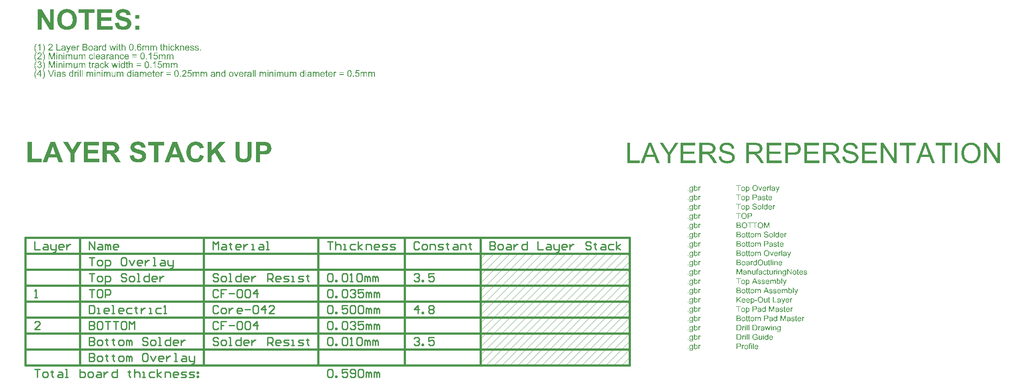
<source format=gbr>
G04*
G04 #@! TF.GenerationSoftware,Altium Limited,Altium Designer,23.10.1 (27)*
G04*
G04 Layer_Color=8388736*
%FSLAX44Y44*%
%MOMM*%
G71*
G04*
G04 #@! TF.SameCoordinates,F1356F94-EBF5-402A-8C13-2620F03D8000*
G04*
G04*
G04 #@! TF.FilePolarity,Positive*
G04*
G01*
G75*
%ADD28C,0.2540*%
%ADD50C,0.3810*%
%ADD51C,0.0254*%
G36*
X521260Y287551D02*
X521871Y287496D01*
X522593Y287440D01*
X523316Y287329D01*
X524149Y287218D01*
X525927Y286829D01*
X526815Y286551D01*
X527704Y286274D01*
X528593Y285885D01*
X529426Y285441D01*
X530204Y284941D01*
X530926Y284385D01*
X530981Y284330D01*
X531093Y284219D01*
X531259Y284052D01*
X531482Y283830D01*
X531759Y283496D01*
X532093Y283107D01*
X532426Y282663D01*
X532815Y282163D01*
X533148Y281552D01*
X533481Y280941D01*
X533815Y280219D01*
X534092Y279441D01*
X534370Y278664D01*
X534592Y277775D01*
X534759Y276886D01*
X534814Y275886D01*
X527038Y275608D01*
Y275664D01*
Y275719D01*
X526926Y276108D01*
X526815Y276608D01*
X526593Y277219D01*
X526315Y277941D01*
X525927Y278608D01*
X525426Y279275D01*
X524871Y279830D01*
X524815Y279886D01*
X524593Y280052D01*
X524204Y280274D01*
X523649Y280497D01*
X522982Y280719D01*
X522149Y280941D01*
X521149Y281108D01*
X519983Y281163D01*
X519427D01*
X518816Y281108D01*
X518094Y280997D01*
X517261Y280830D01*
X516372Y280552D01*
X515539Y280219D01*
X514761Y279719D01*
X514705Y279663D01*
X514594Y279552D01*
X514372Y279386D01*
X514150Y279108D01*
X513928Y278775D01*
X513705Y278330D01*
X513594Y277886D01*
X513539Y277330D01*
Y277275D01*
Y277108D01*
X513594Y276830D01*
X513705Y276553D01*
X513817Y276164D01*
X513983Y275775D01*
X514261Y275386D01*
X514650Y274997D01*
X514705Y274942D01*
X514983Y274775D01*
X515150Y274664D01*
X515428Y274553D01*
X515705Y274386D01*
X516094Y274219D01*
X516539Y274053D01*
X517038Y273831D01*
X517650Y273608D01*
X518261Y273386D01*
X519038Y273164D01*
X519872Y272942D01*
X520760Y272720D01*
X521760Y272442D01*
X521816D01*
X522038Y272386D01*
X522316Y272331D01*
X522705Y272220D01*
X523149Y272109D01*
X523704Y271942D01*
X524315Y271775D01*
X524927Y271609D01*
X526260Y271164D01*
X527649Y270720D01*
X528982Y270220D01*
X529537Y269942D01*
X530093Y269664D01*
X530148D01*
X530204Y269609D01*
X530537Y269387D01*
X531037Y269053D01*
X531648Y268609D01*
X532315Y268053D01*
X533037Y267387D01*
X533759Y266609D01*
X534370Y265720D01*
X534426Y265609D01*
X534592Y265276D01*
X534870Y264776D01*
X535148Y264054D01*
X535425Y263165D01*
X535703Y262110D01*
X535870Y260943D01*
X535925Y259610D01*
Y259554D01*
Y259443D01*
Y259277D01*
Y259054D01*
X535870Y258777D01*
X535814Y258388D01*
X535703Y257610D01*
X535481Y256610D01*
X535148Y255555D01*
X534648Y254499D01*
X534037Y253388D01*
Y253333D01*
X533926Y253277D01*
X533703Y252944D01*
X533259Y252388D01*
X532704Y251777D01*
X531981Y251055D01*
X531037Y250389D01*
X530037Y249722D01*
X528815Y249111D01*
X528759D01*
X528648Y249055D01*
X528482Y249000D01*
X528204Y248889D01*
X527871Y248778D01*
X527482Y248667D01*
X527038Y248556D01*
X526538Y248444D01*
X525927Y248278D01*
X525315Y248167D01*
X523871Y247944D01*
X522260Y247778D01*
X520483Y247722D01*
X519761D01*
X519260Y247778D01*
X518649Y247833D01*
X517983Y247889D01*
X517205Y248000D01*
X516372Y248167D01*
X514539Y248556D01*
X513594Y248833D01*
X512706Y249111D01*
X511761Y249500D01*
X510872Y249944D01*
X510039Y250444D01*
X509262Y251055D01*
X509206Y251111D01*
X509095Y251222D01*
X508873Y251388D01*
X508651Y251666D01*
X508317Y252055D01*
X507984Y252500D01*
X507595Y252999D01*
X507206Y253555D01*
X506817Y254222D01*
X506428Y254944D01*
X506040Y255777D01*
X505651Y256666D01*
X505373Y257610D01*
X505040Y258666D01*
X504818Y259776D01*
X504651Y260943D01*
X512206Y261665D01*
Y261610D01*
X512261Y261499D01*
Y261276D01*
X512317Y261054D01*
X512539Y260388D01*
X512817Y259554D01*
X513150Y258610D01*
X513650Y257666D01*
X514206Y256832D01*
X514928Y256055D01*
X515039Y255999D01*
X515317Y255777D01*
X515761Y255499D01*
X516427Y255166D01*
X517261Y254833D01*
X518205Y254555D01*
X519316Y254333D01*
X520594Y254277D01*
X521205D01*
X521871Y254388D01*
X522705Y254499D01*
X523593Y254666D01*
X524538Y254944D01*
X525426Y255333D01*
X526204Y255833D01*
X526315Y255888D01*
X526538Y256110D01*
X526815Y256444D01*
X527204Y256888D01*
X527537Y257444D01*
X527871Y258110D01*
X528093Y258777D01*
X528148Y259554D01*
Y259610D01*
Y259776D01*
X528093Y260054D01*
X528037Y260388D01*
X527926Y260721D01*
X527815Y261110D01*
X527593Y261499D01*
X527315Y261887D01*
X527260Y261943D01*
X527149Y262054D01*
X526982Y262221D01*
X526704Y262443D01*
X526315Y262721D01*
X525815Y262998D01*
X525260Y263276D01*
X524538Y263554D01*
X524482D01*
X524260Y263665D01*
X523871Y263776D01*
X523593Y263887D01*
X523260Y263943D01*
X522871Y264054D01*
X522427Y264221D01*
X521927Y264332D01*
X521371Y264498D01*
X520705Y264665D01*
X519983Y264832D01*
X519205Y265054D01*
X518316Y265276D01*
X518261D01*
X518038Y265331D01*
X517705Y265443D01*
X517316Y265554D01*
X516816Y265720D01*
X516205Y265887D01*
X515594Y266109D01*
X514872Y266331D01*
X513428Y266887D01*
X512039Y267554D01*
X511317Y267887D01*
X510706Y268276D01*
X510095Y268664D01*
X509595Y269053D01*
X509539Y269109D01*
X509428Y269220D01*
X509262Y269387D01*
X509039Y269609D01*
X508762Y269942D01*
X508484Y270331D01*
X508150Y270720D01*
X507873Y271220D01*
X507206Y272386D01*
X506651Y273720D01*
X506428Y274442D01*
X506262Y275164D01*
X506151Y275997D01*
X506095Y276830D01*
Y276886D01*
Y276941D01*
Y277108D01*
Y277330D01*
X506206Y277886D01*
X506317Y278608D01*
X506484Y279441D01*
X506762Y280385D01*
X507151Y281385D01*
X507706Y282330D01*
Y282385D01*
X507762Y282441D01*
X508039Y282774D01*
X508373Y283219D01*
X508928Y283774D01*
X509595Y284385D01*
X510428Y285052D01*
X511372Y285663D01*
X512483Y286218D01*
X512539D01*
X512650Y286274D01*
X512817Y286329D01*
X513039Y286440D01*
X513372Y286551D01*
X513705Y286663D01*
X514150Y286774D01*
X514650Y286940D01*
X515761Y287163D01*
X517038Y287385D01*
X518483Y287551D01*
X520094Y287607D01*
X520760D01*
X521260Y287551D01*
D02*
G37*
G36*
X551202Y268942D02*
X543814D01*
Y276330D01*
X551202D01*
Y268942D01*
D02*
G37*
G36*
X388052Y248444D02*
X380275D01*
X364665Y273775D01*
Y248444D01*
X357500D01*
Y286885D01*
X364999D01*
X380886Y260999D01*
Y286885D01*
X388052D01*
Y248444D01*
D02*
G37*
G36*
X551202Y248444D02*
X543814D01*
Y255833D01*
X551202D01*
Y248444D01*
D02*
G37*
G36*
X499374Y280385D02*
X478654D01*
Y271886D01*
X497929D01*
Y265387D01*
X478654D01*
Y254944D01*
X500096D01*
Y248444D01*
X470877D01*
Y286885D01*
X499374D01*
Y280385D01*
D02*
G37*
G36*
X465822D02*
X454489D01*
Y248444D01*
X446712D01*
Y280385D01*
X435325D01*
Y286885D01*
X465822D01*
Y280385D01*
D02*
G37*
G36*
X414049Y287551D02*
X414605D01*
X415327Y287440D01*
X416160Y287329D01*
X417104Y287163D01*
X418104Y286940D01*
X419160Y286663D01*
X420271Y286329D01*
X421382Y285885D01*
X422548Y285385D01*
X423659Y284774D01*
X424770Y284052D01*
X425826Y283218D01*
X426826Y282274D01*
X426881Y282219D01*
X427048Y282052D01*
X427326Y281719D01*
X427603Y281330D01*
X427992Y280774D01*
X428437Y280108D01*
X428881Y279330D01*
X429381Y278441D01*
X429881Y277497D01*
X430325Y276386D01*
X430770Y275164D01*
X431158Y273886D01*
X431492Y272442D01*
X431714Y270942D01*
X431881Y269331D01*
X431936Y267609D01*
Y267498D01*
Y267220D01*
X431881Y266720D01*
Y266054D01*
X431770Y265276D01*
X431659Y264387D01*
X431492Y263332D01*
X431325Y262276D01*
X431047Y261110D01*
X430714Y259888D01*
X430270Y258666D01*
X429770Y257443D01*
X429214Y256277D01*
X428492Y255110D01*
X427714Y253999D01*
X426826Y252944D01*
X426770Y252888D01*
X426603Y252722D01*
X426326Y252444D01*
X425881Y252111D01*
X425381Y251722D01*
X424770Y251277D01*
X424048Y250833D01*
X423270Y250333D01*
X422326Y249833D01*
X421326Y249389D01*
X420215Y248944D01*
X418993Y248556D01*
X417715Y248222D01*
X416327Y247944D01*
X414882Y247778D01*
X413327Y247722D01*
X412938D01*
X412494Y247778D01*
X411938Y247833D01*
X411216Y247889D01*
X410383Y248000D01*
X409439Y248167D01*
X408439Y248389D01*
X407328Y248667D01*
X406272Y249000D01*
X405106Y249444D01*
X403995Y249944D01*
X402828Y250500D01*
X401773Y251222D01*
X400717Y251999D01*
X399717Y252944D01*
X399662Y252999D01*
X399495Y253166D01*
X399273Y253499D01*
X398940Y253888D01*
X398551Y254444D01*
X398106Y255110D01*
X397662Y255833D01*
X397218Y256721D01*
X396718Y257666D01*
X396273Y258777D01*
X395829Y259943D01*
X395440Y261221D01*
X395107Y262610D01*
X394884Y264109D01*
X394718Y265720D01*
X394662Y267387D01*
Y267442D01*
Y267665D01*
Y267942D01*
X394718Y268387D01*
Y268887D01*
X394773Y269442D01*
X394829Y270109D01*
X394884Y270831D01*
X395107Y272386D01*
X395384Y274053D01*
X395829Y275719D01*
X396384Y277275D01*
Y277330D01*
X396440Y277386D01*
X396551Y277553D01*
X396606Y277775D01*
X396940Y278330D01*
X397329Y279052D01*
X397829Y279886D01*
X398440Y280719D01*
X399162Y281663D01*
X399939Y282552D01*
X399995Y282607D01*
X400051Y282663D01*
X400328Y282941D01*
X400828Y283385D01*
X401439Y283885D01*
X402161Y284441D01*
X402995Y285052D01*
X403939Y285607D01*
X404939Y286052D01*
X404995D01*
X405106Y286107D01*
X405328Y286218D01*
X405606Y286274D01*
X405939Y286440D01*
X406328Y286551D01*
X406828Y286663D01*
X407328Y286829D01*
X408550Y287107D01*
X409939Y287385D01*
X411549Y287551D01*
X413216Y287607D01*
X413605D01*
X414049Y287551D01*
D02*
G37*
G36*
X608556Y219380D02*
X606982D01*
Y221176D01*
X608556D01*
Y219380D01*
D02*
G37*
G36*
X509973Y219380D02*
X508399D01*
Y221176D01*
X509973D01*
Y219380D01*
D02*
G37*
G36*
X551599Y221213D02*
X551728D01*
X551876Y221194D01*
X552228Y221120D01*
X552617Y221027D01*
X553024Y220879D01*
X553432Y220657D01*
X553635Y220527D01*
X553821Y220379D01*
X553839Y220361D01*
X553858Y220342D01*
X553913Y220287D01*
X553969Y220231D01*
X554061Y220139D01*
X554135Y220028D01*
X554339Y219768D01*
X554543Y219435D01*
X554728Y219028D01*
X554895Y218565D01*
X555006Y218046D01*
X553432Y217917D01*
Y217935D01*
X553413Y217954D01*
X553395Y218065D01*
X553339Y218231D01*
X553265Y218435D01*
X553191Y218657D01*
X553080Y218880D01*
X552950Y219083D01*
X552821Y219250D01*
X552784Y219287D01*
X552710Y219361D01*
X552580Y219472D01*
X552395Y219602D01*
X552154Y219713D01*
X551895Y219824D01*
X551580Y219898D01*
X551247Y219935D01*
X551117D01*
X550969Y219916D01*
X550802Y219879D01*
X550580Y219824D01*
X550358Y219750D01*
X550136Y219657D01*
X549914Y219509D01*
X549877Y219491D01*
X549784Y219417D01*
X549654Y219287D01*
X549488Y219102D01*
X549303Y218880D01*
X549099Y218620D01*
X548914Y218287D01*
X548729Y217917D01*
Y217898D01*
X548710Y217861D01*
X548691Y217806D01*
X548655Y217731D01*
X548636Y217620D01*
X548599Y217491D01*
X548562Y217343D01*
X548525Y217157D01*
X548469Y216954D01*
X548432Y216732D01*
X548395Y216491D01*
X548377Y216232D01*
X548340Y215935D01*
X548321Y215639D01*
X548303Y215306D01*
Y214972D01*
X548321Y214991D01*
X548395Y215102D01*
X548525Y215250D01*
X548691Y215435D01*
X548877Y215658D01*
X549117Y215861D01*
X549377Y216065D01*
X549673Y216250D01*
X549691D01*
X549710Y216269D01*
X549821Y216324D01*
X549988Y216380D01*
X550210Y216472D01*
X550469Y216546D01*
X550765Y216602D01*
X551080Y216658D01*
X551413Y216676D01*
X551562D01*
X551673Y216658D01*
X551821Y216639D01*
X551969Y216621D01*
X552154Y216583D01*
X552339Y216528D01*
X552765Y216398D01*
X552987Y216306D01*
X553210Y216176D01*
X553432Y216047D01*
X553672Y215898D01*
X553895Y215713D01*
X554098Y215509D01*
X554117Y215491D01*
X554154Y215454D01*
X554210Y215398D01*
X554265Y215306D01*
X554358Y215176D01*
X554450Y215047D01*
X554543Y214880D01*
X554654Y214695D01*
X554765Y214491D01*
X554858Y214269D01*
X554950Y214010D01*
X555043Y213750D01*
X555098Y213473D01*
X555154Y213158D01*
X555191Y212843D01*
X555209Y212510D01*
Y212491D01*
Y212454D01*
Y212399D01*
Y212306D01*
X555191Y212195D01*
Y212084D01*
X555135Y211788D01*
X555080Y211436D01*
X554987Y211066D01*
X554858Y210658D01*
X554672Y210269D01*
Y210251D01*
X554654Y210232D01*
X554617Y210177D01*
X554580Y210103D01*
X554469Y209918D01*
X554302Y209677D01*
X554098Y209417D01*
X553858Y209158D01*
X553561Y208899D01*
X553247Y208677D01*
X553228D01*
X553210Y208658D01*
X553154Y208621D01*
X553080Y208603D01*
X552895Y208510D01*
X552654Y208418D01*
X552339Y208307D01*
X551987Y208232D01*
X551599Y208158D01*
X551173Y208140D01*
X551080D01*
X550988Y208158D01*
X550840D01*
X550673Y208177D01*
X550488Y208214D01*
X550265Y208270D01*
X550043Y208325D01*
X549784Y208399D01*
X549525Y208492D01*
X549266Y208603D01*
X548988Y208751D01*
X548729Y208918D01*
X548469Y209103D01*
X548210Y209325D01*
X547969Y209584D01*
X547951Y209603D01*
X547914Y209658D01*
X547858Y209732D01*
X547784Y209862D01*
X547673Y210029D01*
X547580Y210214D01*
X547469Y210455D01*
X547358Y210714D01*
X547229Y211028D01*
X547118Y211380D01*
X547025Y211769D01*
X546932Y212195D01*
X546840Y212677D01*
X546784Y213195D01*
X546747Y213750D01*
X546729Y214343D01*
Y214361D01*
Y214380D01*
Y214436D01*
Y214510D01*
X546747Y214695D01*
Y214954D01*
X546766Y215250D01*
X546803Y215602D01*
X546840Y215991D01*
X546895Y216417D01*
X546969Y216843D01*
X547062Y217306D01*
X547173Y217750D01*
X547303Y218194D01*
X547469Y218620D01*
X547655Y219028D01*
X547858Y219417D01*
X548099Y219750D01*
X548117Y219768D01*
X548155Y219805D01*
X548229Y219879D01*
X548321Y219991D01*
X548432Y220102D01*
X548580Y220213D01*
X548766Y220361D01*
X548951Y220490D01*
X549173Y220620D01*
X549414Y220768D01*
X549691Y220879D01*
X549969Y221009D01*
X550284Y221101D01*
X550617Y221176D01*
X550969Y221213D01*
X551339Y221231D01*
X551488D01*
X551599Y221213D01*
D02*
G37*
G36*
X487994Y208362D02*
X486531D01*
Y209529D01*
X486513Y209510D01*
X486494Y209473D01*
X486439Y209399D01*
X486365Y209306D01*
X486272Y209214D01*
X486161Y209103D01*
X486031Y208973D01*
X485865Y208843D01*
X485698Y208714D01*
X485513Y208584D01*
X485291Y208473D01*
X485050Y208381D01*
X484809Y208288D01*
X484532Y208214D01*
X484235Y208177D01*
X483921Y208158D01*
X483809D01*
X483735Y208177D01*
X483513Y208195D01*
X483254Y208232D01*
X482939Y208307D01*
X482587Y208418D01*
X482235Y208566D01*
X481884Y208769D01*
X481865D01*
X481847Y208806D01*
X481735Y208881D01*
X481569Y209029D01*
X481365Y209214D01*
X481124Y209455D01*
X480884Y209751D01*
X480643Y210084D01*
X480439Y210473D01*
Y210492D01*
X480421Y210529D01*
X480402Y210584D01*
X480365Y210658D01*
X480328Y210769D01*
X480273Y210899D01*
X480236Y211028D01*
X480199Y211195D01*
X480106Y211565D01*
X480014Y211991D01*
X479958Y212473D01*
X479939Y212991D01*
Y213010D01*
Y213047D01*
Y213121D01*
Y213232D01*
X479958Y213343D01*
Y213491D01*
X479995Y213825D01*
X480051Y214213D01*
X480143Y214639D01*
X480254Y215084D01*
X480402Y215509D01*
Y215528D01*
X480421Y215565D01*
X480458Y215621D01*
X480495Y215695D01*
X480606Y215898D01*
X480754Y216158D01*
X480939Y216435D01*
X481180Y216713D01*
X481458Y217009D01*
X481791Y217250D01*
X481810D01*
X481828Y217269D01*
X481884Y217306D01*
X481958Y217343D01*
X482143Y217435D01*
X482402Y217565D01*
X482698Y217676D01*
X483050Y217768D01*
X483439Y217843D01*
X483846Y217861D01*
X483994D01*
X484143Y217843D01*
X484346Y217824D01*
X484587Y217768D01*
X484846Y217713D01*
X485106Y217620D01*
X485346Y217491D01*
X485383Y217472D01*
X485457Y217435D01*
X485568Y217343D01*
X485717Y217250D01*
X485902Y217120D01*
X486068Y216954D01*
X486254Y216787D01*
X486420Y216583D01*
Y221176D01*
X487994D01*
Y208362D01*
D02*
G37*
G36*
X633535Y217843D02*
X633738Y217824D01*
X633979Y217787D01*
X634238Y217731D01*
X634516Y217658D01*
X634775Y217546D01*
X634812Y217528D01*
X634886Y217491D01*
X635016Y217435D01*
X635164Y217343D01*
X635349Y217232D01*
X635516Y217083D01*
X635682Y216935D01*
X635831Y216750D01*
X635849Y216732D01*
X635886Y216658D01*
X635942Y216565D01*
X636034Y216435D01*
X636108Y216250D01*
X636183Y216065D01*
X636275Y215843D01*
X636331Y215602D01*
Y215584D01*
X636349Y215509D01*
X636368Y215398D01*
X636386Y215250D01*
Y215028D01*
X636405Y214769D01*
X636423Y214454D01*
Y214065D01*
Y208362D01*
X634849D01*
Y213991D01*
Y214010D01*
Y214028D01*
Y214158D01*
Y214324D01*
X634831Y214528D01*
X634812Y214769D01*
X634775Y215010D01*
X634720Y215232D01*
X634664Y215436D01*
Y215454D01*
X634627Y215509D01*
X634571Y215602D01*
X634516Y215713D01*
X634423Y215824D01*
X634312Y215954D01*
X634164Y216084D01*
X633997Y216195D01*
X633979Y216213D01*
X633923Y216250D01*
X633812Y216287D01*
X633683Y216343D01*
X633535Y216398D01*
X633349Y216454D01*
X633127Y216472D01*
X632905Y216491D01*
X632812D01*
X632738Y216472D01*
X632553Y216454D01*
X632313Y216417D01*
X632053Y216324D01*
X631757Y216213D01*
X631461Y216065D01*
X631183Y215843D01*
X631146Y215806D01*
X631072Y215713D01*
X631016Y215639D01*
X630961Y215547D01*
X630887Y215436D01*
X630831Y215306D01*
X630757Y215158D01*
X630683Y214972D01*
X630628Y214769D01*
X630572Y214547D01*
X630535Y214306D01*
X630498Y214047D01*
X630461Y213732D01*
Y213417D01*
Y208362D01*
X628887D01*
Y217658D01*
X630294D01*
Y216324D01*
X630313Y216343D01*
X630350Y216398D01*
X630405Y216472D01*
X630479Y216565D01*
X630591Y216676D01*
X630720Y216806D01*
X630868Y216954D01*
X631053Y217102D01*
X631239Y217232D01*
X631461Y217380D01*
X631702Y217509D01*
X631961Y217620D01*
X632257Y217713D01*
X632553Y217787D01*
X632887Y217843D01*
X633238Y217861D01*
X633386D01*
X633535Y217843D01*
D02*
G37*
G36*
X478273Y217843D02*
X478477Y217806D01*
X478717Y217731D01*
X478977Y217639D01*
X479273Y217509D01*
X479588Y217343D01*
X479014Y215898D01*
X478995Y215917D01*
X478921Y215954D01*
X478810Y216009D01*
X478662Y216065D01*
X478495Y216120D01*
X478291Y216176D01*
X478088Y216213D01*
X477884Y216232D01*
X477791D01*
X477699Y216213D01*
X477569Y216195D01*
X477440Y216158D01*
X477273Y216102D01*
X477106Y216028D01*
X476958Y215917D01*
X476940Y215898D01*
X476884Y215861D01*
X476829Y215787D01*
X476736Y215695D01*
X476643Y215565D01*
X476551Y215417D01*
X476458Y215250D01*
X476384Y215047D01*
X476366Y215010D01*
X476347Y214898D01*
X476310Y214732D01*
X476255Y214510D01*
X476199Y214232D01*
X476162Y213917D01*
X476143Y213584D01*
X476125Y213213D01*
Y208362D01*
X474551D01*
Y217657D01*
X475977D01*
Y216250D01*
X475995Y216269D01*
X476069Y216398D01*
X476162Y216565D01*
X476310Y216769D01*
X476458Y216972D01*
X476625Y217194D01*
X476792Y217380D01*
X476958Y217528D01*
X476977Y217546D01*
X477032Y217583D01*
X477143Y217639D01*
X477254Y217694D01*
X477403Y217750D01*
X477588Y217806D01*
X477773Y217843D01*
X477977Y217861D01*
X478106D01*
X478273Y217843D01*
D02*
G37*
G36*
X435462D02*
X435666Y217806D01*
X435907Y217731D01*
X436166Y217639D01*
X436462Y217509D01*
X436777Y217343D01*
X436203Y215898D01*
X436185Y215917D01*
X436111Y215954D01*
X435999Y216009D01*
X435851Y216065D01*
X435685Y216120D01*
X435481Y216176D01*
X435277Y216213D01*
X435074Y216232D01*
X434981D01*
X434888Y216213D01*
X434759Y216195D01*
X434629Y216158D01*
X434463Y216102D01*
X434296Y216028D01*
X434148Y215917D01*
X434129Y215898D01*
X434074Y215861D01*
X434018Y215787D01*
X433926Y215695D01*
X433833Y215565D01*
X433741Y215417D01*
X433648Y215250D01*
X433574Y215047D01*
X433555Y215010D01*
X433537Y214898D01*
X433500Y214732D01*
X433444Y214510D01*
X433389Y214232D01*
X433352Y213917D01*
X433333Y213584D01*
X433315Y213213D01*
Y208362D01*
X431741D01*
Y217657D01*
X433167D01*
Y216250D01*
X433185Y216269D01*
X433259Y216398D01*
X433352Y216565D01*
X433500Y216769D01*
X433648Y216972D01*
X433815Y217194D01*
X433981Y217380D01*
X434148Y217528D01*
X434166Y217546D01*
X434222Y217583D01*
X434333Y217639D01*
X434444Y217694D01*
X434592Y217750D01*
X434777Y217806D01*
X434963Y217843D01*
X435166Y217861D01*
X435296D01*
X435462Y217843D01*
D02*
G37*
G36*
X582077Y217843D02*
X582207D01*
X582336Y217824D01*
X582651Y217769D01*
X582984Y217676D01*
X583336Y217528D01*
X583688Y217343D01*
X583984Y217083D01*
X584021Y217046D01*
X584095Y216935D01*
X584225Y216769D01*
X584280Y216639D01*
X584355Y216509D01*
X584429Y216343D01*
X584484Y216176D01*
X584558Y215991D01*
X584614Y215769D01*
X584651Y215547D01*
X584688Y215287D01*
X584725Y215028D01*
Y214732D01*
Y208362D01*
X583151D01*
Y214195D01*
Y214213D01*
Y214232D01*
Y214343D01*
Y214510D01*
X583132Y214713D01*
X583114Y214935D01*
X583095Y215158D01*
X583058Y215380D01*
X583003Y215547D01*
Y215565D01*
X582966Y215621D01*
X582929Y215695D01*
X582873Y215787D01*
X582799Y215898D01*
X582706Y216010D01*
X582595Y216121D01*
X582447Y216232D01*
X582429Y216250D01*
X582373Y216269D01*
X582299Y216306D01*
X582169Y216361D01*
X582040Y216417D01*
X581873Y216454D01*
X581707Y216472D01*
X581503Y216491D01*
X581410D01*
X581336Y216472D01*
X581151Y216454D01*
X580929Y216417D01*
X580670Y216324D01*
X580392Y216213D01*
X580114Y216047D01*
X579855Y215824D01*
X579837Y215787D01*
X579762Y215695D01*
X579651Y215547D01*
X579540Y215324D01*
X579411Y215028D01*
X579318Y214676D01*
X579244Y214250D01*
X579207Y213750D01*
Y208362D01*
X577633D01*
Y214380D01*
Y214398D01*
Y214436D01*
Y214473D01*
Y214547D01*
X577615Y214750D01*
X577577Y214972D01*
X577540Y215232D01*
X577466Y215491D01*
X577374Y215732D01*
X577244Y215954D01*
X577226Y215972D01*
X577170Y216047D01*
X577077Y216121D01*
X576948Y216232D01*
X576781Y216324D01*
X576559Y216417D01*
X576300Y216472D01*
X575985Y216491D01*
X575874D01*
X575744Y216472D01*
X575596Y216454D01*
X575411Y216398D01*
X575189Y216343D01*
X574985Y216250D01*
X574763Y216139D01*
X574744Y216121D01*
X574670Y216065D01*
X574578Y215991D01*
X574448Y215880D01*
X574319Y215732D01*
X574189Y215547D01*
X574059Y215343D01*
X573948Y215102D01*
X573930Y215065D01*
X573911Y214972D01*
X573874Y214824D01*
X573819Y214621D01*
X573763Y214343D01*
X573726Y214010D01*
X573708Y213621D01*
X573689Y213176D01*
Y208362D01*
X572115D01*
Y217658D01*
X573522D01*
Y216324D01*
X573541Y216361D01*
X573596Y216435D01*
X573708Y216565D01*
X573837Y216713D01*
X574004Y216898D01*
X574207Y217083D01*
X574430Y217269D01*
X574689Y217435D01*
X574726Y217454D01*
X574818Y217509D01*
X574967Y217565D01*
X575170Y217658D01*
X575411Y217731D01*
X575689Y217787D01*
X576003Y217843D01*
X576337Y217861D01*
X576503D01*
X576707Y217843D01*
X576929Y217806D01*
X577207Y217750D01*
X577485Y217676D01*
X577763Y217565D01*
X578022Y217417D01*
X578059Y217398D01*
X578133Y217343D01*
X578244Y217250D01*
X578392Y217102D01*
X578540Y216935D01*
X578707Y216732D01*
X578855Y216491D01*
X578966Y216213D01*
X578985Y216232D01*
X579022Y216287D01*
X579077Y216361D01*
X579170Y216472D01*
X579281Y216602D01*
X579411Y216732D01*
X579559Y216880D01*
X579744Y217046D01*
X579948Y217194D01*
X580151Y217343D01*
X580392Y217472D01*
X580651Y217602D01*
X580929Y217713D01*
X581225Y217787D01*
X581521Y217843D01*
X581855Y217861D01*
X581984D01*
X582077Y217843D01*
D02*
G37*
G36*
X567153Y217843D02*
X567282D01*
X567412Y217824D01*
X567727Y217768D01*
X568060Y217676D01*
X568412Y217528D01*
X568764Y217343D01*
X569060Y217083D01*
X569097Y217046D01*
X569171Y216935D01*
X569300Y216769D01*
X569356Y216639D01*
X569430Y216509D01*
X569504Y216343D01*
X569560Y216176D01*
X569634Y215991D01*
X569689Y215769D01*
X569726Y215547D01*
X569763Y215287D01*
X569800Y215028D01*
Y214732D01*
Y208362D01*
X568227Y208362D01*
Y214195D01*
Y214213D01*
Y214232D01*
Y214343D01*
Y214510D01*
X568208Y214713D01*
X568190Y214935D01*
X568171Y215158D01*
X568134Y215380D01*
X568078Y215546D01*
Y215565D01*
X568041Y215621D01*
X568004Y215695D01*
X567949Y215787D01*
X567875Y215898D01*
X567782Y216009D01*
X567671Y216120D01*
X567523Y216232D01*
X567504Y216250D01*
X567449Y216269D01*
X567375Y216306D01*
X567245Y216361D01*
X567116Y216417D01*
X566949Y216454D01*
X566782Y216472D01*
X566579Y216491D01*
X566486D01*
X566412Y216472D01*
X566227Y216454D01*
X566005Y216417D01*
X565745Y216324D01*
X565468Y216213D01*
X565190Y216047D01*
X564931Y215824D01*
X564912Y215787D01*
X564838Y215695D01*
X564727Y215546D01*
X564616Y215324D01*
X564486Y215028D01*
X564394Y214676D01*
X564319Y214250D01*
X564282Y213750D01*
Y208362D01*
X562709D01*
Y214380D01*
Y214398D01*
Y214436D01*
Y214473D01*
Y214547D01*
X562690Y214750D01*
X562653Y214972D01*
X562616Y215232D01*
X562542Y215491D01*
X562449Y215732D01*
X562320Y215954D01*
X562301Y215972D01*
X562246Y216047D01*
X562153Y216120D01*
X562024Y216232D01*
X561857Y216324D01*
X561635Y216417D01*
X561375Y216472D01*
X561061Y216491D01*
X560950D01*
X560820Y216472D01*
X560672Y216454D01*
X560487Y216398D01*
X560264Y216343D01*
X560061Y216250D01*
X559838Y216139D01*
X559820Y216120D01*
X559746Y216065D01*
X559653Y215991D01*
X559524Y215880D01*
X559394Y215732D01*
X559264Y215546D01*
X559135Y215343D01*
X559024Y215102D01*
X559005Y215065D01*
X558987Y214972D01*
X558950Y214824D01*
X558894Y214621D01*
X558839Y214343D01*
X558802Y214010D01*
X558783Y213621D01*
X558765Y213176D01*
Y208362D01*
X557191D01*
Y217657D01*
X558598D01*
Y216324D01*
X558616Y216361D01*
X558672Y216435D01*
X558783Y216565D01*
X558913Y216713D01*
X559079Y216898D01*
X559283Y217083D01*
X559505Y217269D01*
X559765Y217435D01*
X559801Y217454D01*
X559894Y217509D01*
X560042Y217565D01*
X560246Y217657D01*
X560487Y217731D01*
X560764Y217787D01*
X561079Y217843D01*
X561412Y217861D01*
X561579D01*
X561783Y217843D01*
X562005Y217806D01*
X562283Y217750D01*
X562561Y217676D01*
X562838Y217565D01*
X563097Y217417D01*
X563134Y217398D01*
X563209Y217343D01*
X563320Y217250D01*
X563468Y217102D01*
X563616Y216935D01*
X563783Y216732D01*
X563931Y216491D01*
X564042Y216213D01*
X564060Y216232D01*
X564097Y216287D01*
X564153Y216361D01*
X564245Y216472D01*
X564357Y216602D01*
X564486Y216732D01*
X564634Y216880D01*
X564819Y217046D01*
X565023Y217194D01*
X565227Y217343D01*
X565468Y217472D01*
X565727Y217602D01*
X566005Y217713D01*
X566301Y217787D01*
X566597Y217843D01*
X566930Y217861D01*
X567060D01*
X567153Y217843D01*
D02*
G37*
G36*
X661198Y217843D02*
X661476Y217824D01*
X661772Y217787D01*
X662087Y217713D01*
X662421Y217639D01*
X662735Y217528D01*
X662754D01*
X662772Y217509D01*
X662865Y217472D01*
X663013Y217398D01*
X663198Y217306D01*
X663402Y217176D01*
X663606Y217028D01*
X663791Y216861D01*
X663957Y216676D01*
X663976Y216658D01*
X664013Y216583D01*
X664087Y216454D01*
X664180Y216306D01*
X664272Y216084D01*
X664365Y215843D01*
X664439Y215565D01*
X664513Y215250D01*
X662976Y215047D01*
Y215084D01*
X662958Y215158D01*
X662920Y215287D01*
X662865Y215454D01*
X662772Y215621D01*
X662661Y215806D01*
X662532Y215991D01*
X662346Y216158D01*
X662328Y216176D01*
X662254Y216213D01*
X662143Y216287D01*
X661976Y216361D01*
X661791Y216435D01*
X661550Y216509D01*
X661254Y216546D01*
X660939Y216565D01*
X660754D01*
X660569Y216546D01*
X660328Y216528D01*
X660087Y216472D01*
X659828Y216417D01*
X659587Y216324D01*
X659384Y216195D01*
X659365Y216176D01*
X659310Y216139D01*
X659236Y216065D01*
X659162Y215954D01*
X659069Y215843D01*
X658995Y215695D01*
X658939Y215528D01*
X658921Y215361D01*
Y215343D01*
Y215306D01*
X658939Y215250D01*
Y215176D01*
X658995Y214991D01*
X659106Y214806D01*
X659125Y214787D01*
X659143Y214769D01*
X659180Y214713D01*
X659254Y214658D01*
X659328Y214602D01*
X659439Y214528D01*
X659569Y214473D01*
X659717Y214398D01*
X659736D01*
X659773Y214380D01*
X659847Y214361D01*
X659976Y214306D01*
X660162Y214250D01*
X660402Y214195D01*
X660550Y214139D01*
X660717Y214102D01*
X660902Y214047D01*
X661106Y213991D01*
X661124D01*
X661180Y213973D01*
X661273Y213954D01*
X661384Y213917D01*
X661513Y213880D01*
X661680Y213843D01*
X662032Y213732D01*
X662421Y213621D01*
X662809Y213491D01*
X663161Y213362D01*
X663309Y213306D01*
X663439Y213251D01*
X663476Y213232D01*
X663550Y213195D01*
X663661Y213139D01*
X663828Y213047D01*
X663994Y212936D01*
X664161Y212788D01*
X664328Y212621D01*
X664476Y212436D01*
X664494Y212417D01*
X664531Y212343D01*
X664605Y212232D01*
X664679Y212065D01*
X664735Y211862D01*
X664809Y211640D01*
X664846Y211380D01*
X664865Y211084D01*
Y211047D01*
Y210954D01*
X664846Y210806D01*
X664809Y210603D01*
X664754Y210380D01*
X664661Y210140D01*
X664550Y209862D01*
X664402Y209603D01*
X664383Y209566D01*
X664309Y209492D01*
X664217Y209362D01*
X664069Y209214D01*
X663865Y209047D01*
X663643Y208862D01*
X663383Y208695D01*
X663069Y208529D01*
X663050D01*
X663031Y208510D01*
X662920Y208473D01*
X662735Y208418D01*
X662495Y208344D01*
X662198Y208270D01*
X661865Y208214D01*
X661513Y208177D01*
X661106Y208158D01*
X660939D01*
X660809Y208177D01*
X660661D01*
X660476Y208195D01*
X660291Y208214D01*
X660087Y208251D01*
X659643Y208344D01*
X659180Y208473D01*
X658736Y208658D01*
X658532Y208769D01*
X658347Y208899D01*
X658328Y208918D01*
X658310Y208936D01*
X658199Y209047D01*
X658032Y209214D01*
X657847Y209473D01*
X657643Y209788D01*
X657439Y210158D01*
X657273Y210621D01*
X657143Y211140D01*
X658699Y211380D01*
Y211362D01*
Y211343D01*
X658736Y211232D01*
X658773Y211047D01*
X658847Y210843D01*
X658939Y210621D01*
X659051Y210380D01*
X659217Y210140D01*
X659421Y209936D01*
X659458Y209918D01*
X659532Y209862D01*
X659680Y209788D01*
X659865Y209695D01*
X660106Y209603D01*
X660384Y209529D01*
X660717Y209473D01*
X661106Y209455D01*
X661291D01*
X661476Y209473D01*
X661717Y209510D01*
X661976Y209566D01*
X662254Y209640D01*
X662495Y209732D01*
X662717Y209881D01*
X662735Y209899D01*
X662809Y209954D01*
X662883Y210047D01*
X662995Y210177D01*
X663087Y210325D01*
X663180Y210510D01*
X663235Y210695D01*
X663254Y210917D01*
Y210936D01*
Y211010D01*
X663235Y211103D01*
X663198Y211232D01*
X663143Y211362D01*
X663050Y211491D01*
X662939Y211640D01*
X662772Y211751D01*
X662754Y211769D01*
X662698Y211788D01*
X662606Y211843D01*
X662458Y211899D01*
X662235Y211973D01*
X662106Y212028D01*
X661958Y212065D01*
X661791Y212121D01*
X661606Y212176D01*
X661402Y212232D01*
X661161Y212288D01*
X661143D01*
X661087Y212306D01*
X660995Y212325D01*
X660884Y212362D01*
X660735Y212399D01*
X660569Y212454D01*
X660217Y212547D01*
X659810Y212677D01*
X659421Y212788D01*
X659051Y212917D01*
X658884Y212991D01*
X658754Y213047D01*
X658717Y213065D01*
X658643Y213102D01*
X658532Y213176D01*
X658384Y213269D01*
X658217Y213399D01*
X658051Y213547D01*
X657884Y213713D01*
X657736Y213917D01*
X657717Y213936D01*
X657680Y214010D01*
X657625Y214139D01*
X657569Y214287D01*
X657514Y214473D01*
X657458Y214695D01*
X657421Y214917D01*
X657402Y215176D01*
Y215213D01*
Y215287D01*
X657421Y215398D01*
X657439Y215565D01*
X657477Y215732D01*
X657514Y215935D01*
X657588Y216121D01*
X657680Y216324D01*
X657699Y216343D01*
X657736Y216417D01*
X657791Y216509D01*
X657884Y216639D01*
X657995Y216769D01*
X658125Y216935D01*
X658273Y217083D01*
X658458Y217213D01*
X658476Y217232D01*
X658532Y217250D01*
X658606Y217306D01*
X658717Y217361D01*
X658865Y217435D01*
X659032Y217509D01*
X659236Y217583D01*
X659458Y217658D01*
X659495Y217676D01*
X659569Y217694D01*
X659699Y217731D01*
X659865Y217769D01*
X660069Y217806D01*
X660291Y217824D01*
X660550Y217861D01*
X660995D01*
X661198Y217843D01*
D02*
G37*
G36*
X652236D02*
X652514Y217824D01*
X652810Y217787D01*
X653125Y217713D01*
X653458Y217639D01*
X653773Y217528D01*
X653792D01*
X653810Y217509D01*
X653903Y217472D01*
X654051Y217398D01*
X654236Y217306D01*
X654440Y217176D01*
X654643Y217028D01*
X654829Y216861D01*
X654995Y216676D01*
X655014Y216658D01*
X655051Y216583D01*
X655125Y216454D01*
X655218Y216306D01*
X655310Y216084D01*
X655403Y215843D01*
X655477Y215565D01*
X655551Y215250D01*
X654014Y215047D01*
Y215084D01*
X653995Y215158D01*
X653958Y215287D01*
X653903Y215454D01*
X653810Y215621D01*
X653699Y215806D01*
X653570Y215991D01*
X653384Y216158D01*
X653366Y216176D01*
X653292Y216213D01*
X653181Y216287D01*
X653014Y216361D01*
X652829Y216435D01*
X652588Y216509D01*
X652292Y216546D01*
X651977Y216565D01*
X651792D01*
X651607Y216546D01*
X651366Y216528D01*
X651125Y216472D01*
X650866Y216417D01*
X650625Y216324D01*
X650422Y216195D01*
X650403Y216176D01*
X650348Y216139D01*
X650274Y216065D01*
X650200Y215954D01*
X650107Y215843D01*
X650033Y215695D01*
X649977Y215528D01*
X649959Y215361D01*
Y215343D01*
Y215306D01*
X649977Y215250D01*
Y215176D01*
X650033Y214991D01*
X650144Y214806D01*
X650163Y214787D01*
X650181Y214769D01*
X650218Y214713D01*
X650292Y214658D01*
X650366Y214602D01*
X650477Y214528D01*
X650607Y214473D01*
X650755Y214398D01*
X650774D01*
X650811Y214380D01*
X650885Y214361D01*
X651014Y214306D01*
X651199Y214250D01*
X651440Y214195D01*
X651588Y214139D01*
X651755Y214102D01*
X651940Y214047D01*
X652144Y213991D01*
X652162D01*
X652218Y213973D01*
X652310Y213954D01*
X652421Y213917D01*
X652551Y213880D01*
X652718Y213843D01*
X653070Y213732D01*
X653458Y213621D01*
X653847Y213491D01*
X654199Y213362D01*
X654347Y213306D01*
X654477Y213251D01*
X654514Y213232D01*
X654588Y213195D01*
X654699Y213139D01*
X654866Y213047D01*
X655032Y212936D01*
X655199Y212788D01*
X655366Y212621D01*
X655514Y212436D01*
X655532Y212417D01*
X655569Y212343D01*
X655643Y212232D01*
X655717Y212065D01*
X655773Y211862D01*
X655847Y211640D01*
X655884Y211380D01*
X655903Y211084D01*
Y211047D01*
Y210954D01*
X655884Y210806D01*
X655847Y210603D01*
X655792Y210380D01*
X655699Y210140D01*
X655588Y209862D01*
X655440Y209603D01*
X655421Y209566D01*
X655347Y209492D01*
X655255Y209362D01*
X655106Y209214D01*
X654903Y209047D01*
X654681Y208862D01*
X654421Y208695D01*
X654107Y208529D01*
X654088D01*
X654070Y208510D01*
X653958Y208473D01*
X653773Y208418D01*
X653532Y208344D01*
X653236Y208270D01*
X652903Y208214D01*
X652551Y208177D01*
X652144Y208158D01*
X651977D01*
X651848Y208177D01*
X651699D01*
X651514Y208195D01*
X651329Y208214D01*
X651125Y208251D01*
X650681Y208344D01*
X650218Y208473D01*
X649774Y208658D01*
X649570Y208769D01*
X649385Y208899D01*
X649366Y208918D01*
X649348Y208936D01*
X649237Y209047D01*
X649070Y209214D01*
X648885Y209473D01*
X648681Y209788D01*
X648477Y210158D01*
X648311Y210621D01*
X648181Y211140D01*
X649737Y211380D01*
Y211362D01*
Y211343D01*
X649774Y211232D01*
X649811Y211047D01*
X649885Y210843D01*
X649977Y210621D01*
X650088Y210380D01*
X650255Y210140D01*
X650459Y209936D01*
X650496Y209918D01*
X650570Y209862D01*
X650718Y209788D01*
X650903Y209695D01*
X651144Y209603D01*
X651422Y209529D01*
X651755Y209473D01*
X652144Y209455D01*
X652329D01*
X652514Y209473D01*
X652755Y209510D01*
X653014Y209566D01*
X653292Y209640D01*
X653532Y209732D01*
X653755Y209881D01*
X653773Y209899D01*
X653847Y209954D01*
X653921Y210047D01*
X654033Y210177D01*
X654125Y210325D01*
X654218Y210510D01*
X654273Y210695D01*
X654292Y210917D01*
Y210936D01*
Y211010D01*
X654273Y211103D01*
X654236Y211232D01*
X654181Y211362D01*
X654088Y211491D01*
X653977Y211640D01*
X653810Y211751D01*
X653792Y211769D01*
X653736Y211788D01*
X653644Y211843D01*
X653495Y211899D01*
X653273Y211973D01*
X653144Y212028D01*
X652996Y212065D01*
X652829Y212121D01*
X652644Y212176D01*
X652440Y212232D01*
X652199Y212288D01*
X652181D01*
X652125Y212306D01*
X652033Y212325D01*
X651922Y212362D01*
X651773Y212399D01*
X651607Y212454D01*
X651255Y212547D01*
X650848Y212677D01*
X650459Y212788D01*
X650088Y212917D01*
X649922Y212991D01*
X649792Y213047D01*
X649755Y213065D01*
X649681Y213102D01*
X649570Y213176D01*
X649422Y213269D01*
X649255Y213399D01*
X649089Y213547D01*
X648922Y213713D01*
X648774Y213917D01*
X648755Y213936D01*
X648718Y214010D01*
X648663Y214139D01*
X648607Y214287D01*
X648552Y214473D01*
X648496Y214695D01*
X648459Y214917D01*
X648440Y215176D01*
Y215213D01*
Y215287D01*
X648459Y215398D01*
X648477Y215565D01*
X648514Y215732D01*
X648552Y215935D01*
X648626Y216121D01*
X648718Y216324D01*
X648737Y216343D01*
X648774Y216417D01*
X648829Y216509D01*
X648922Y216639D01*
X649033Y216769D01*
X649163Y216935D01*
X649311Y217083D01*
X649496Y217213D01*
X649514Y217232D01*
X649570Y217250D01*
X649644Y217306D01*
X649755Y217361D01*
X649903Y217435D01*
X650070Y217509D01*
X650274Y217583D01*
X650496Y217658D01*
X650533Y217676D01*
X650607Y217694D01*
X650736Y217731D01*
X650903Y217769D01*
X651107Y217806D01*
X651329Y217824D01*
X651588Y217861D01*
X652033D01*
X652236Y217843D01*
D02*
G37*
G36*
X614981D02*
X615092D01*
X615240Y217824D01*
X615592Y217769D01*
X615981Y217676D01*
X616388Y217528D01*
X616796Y217343D01*
X617184Y217083D01*
X617203D01*
X617221Y217046D01*
X617333Y216935D01*
X617499Y216769D01*
X617703Y216528D01*
X617907Y216232D01*
X618110Y215861D01*
X618295Y215436D01*
X618425Y214935D01*
X616888Y214695D01*
Y214713D01*
X616870Y214732D01*
X616851Y214843D01*
X616796Y215010D01*
X616703Y215213D01*
X616610Y215436D01*
X616462Y215676D01*
X616296Y215898D01*
X616110Y216084D01*
X616092Y216102D01*
X616018Y216158D01*
X615888Y216232D01*
X615740Y216324D01*
X615536Y216417D01*
X615314Y216491D01*
X615055Y216546D01*
X614777Y216565D01*
X614666D01*
X614574Y216546D01*
X614370Y216528D01*
X614092Y216454D01*
X613796Y216361D01*
X613463Y216213D01*
X613148Y215991D01*
X613000Y215861D01*
X612852Y215713D01*
Y215695D01*
X612814Y215676D01*
X612777Y215621D01*
X612741Y215547D01*
X612685Y215454D01*
X612611Y215343D01*
X612555Y215213D01*
X612481Y215065D01*
X612407Y214880D01*
X612352Y214676D01*
X612277Y214454D01*
X612222Y214213D01*
X612185Y213954D01*
X612148Y213658D01*
X612111Y213343D01*
Y213010D01*
Y212991D01*
Y212936D01*
Y212825D01*
X612129Y212714D01*
Y212547D01*
X612148Y212380D01*
X612203Y211973D01*
X612277Y211528D01*
X612407Y211066D01*
X612574Y210658D01*
X612685Y210455D01*
X612814Y210288D01*
X612852Y210251D01*
X612944Y210158D01*
X613111Y210029D01*
X613315Y209881D01*
X613592Y209714D01*
X613907Y209584D01*
X614277Y209492D01*
X614481Y209473D01*
X614685Y209455D01*
X614722D01*
X614833Y209473D01*
X615018Y209492D01*
X615222Y209529D01*
X615462Y209584D01*
X615722Y209695D01*
X615981Y209825D01*
X616222Y210010D01*
X616259Y210029D01*
X616314Y210121D01*
X616425Y210251D01*
X616555Y210455D01*
X616684Y210695D01*
X616833Y210991D01*
X616944Y211362D01*
X617018Y211769D01*
X618573Y211565D01*
Y211547D01*
X618555Y211491D01*
X618536Y211417D01*
X618518Y211306D01*
X618481Y211158D01*
X618444Y211010D01*
X618314Y210640D01*
X618147Y210251D01*
X617907Y209825D01*
X617610Y209418D01*
X617444Y209232D01*
X617258Y209047D01*
X617240Y209029D01*
X617203Y209010D01*
X617147Y208973D01*
X617073Y208918D01*
X616981Y208843D01*
X616851Y208769D01*
X616703Y208695D01*
X616555Y208603D01*
X616185Y208436D01*
X615740Y208307D01*
X615259Y208195D01*
X614981Y208177D01*
X614703Y208158D01*
X614518D01*
X614388Y208177D01*
X614222Y208195D01*
X614037Y208232D01*
X613833Y208270D01*
X613611Y208307D01*
X613111Y208455D01*
X612870Y208566D01*
X612611Y208677D01*
X612352Y208825D01*
X612111Y208992D01*
X611870Y209177D01*
X611648Y209399D01*
X611629Y209418D01*
X611592Y209455D01*
X611537Y209529D01*
X611463Y209621D01*
X611389Y209751D01*
X611278Y209918D01*
X611185Y210103D01*
X611074Y210306D01*
X610963Y210547D01*
X610870Y210825D01*
X610759Y211103D01*
X610685Y211436D01*
X610611Y211769D01*
X610555Y212158D01*
X610518Y212547D01*
X610500Y212973D01*
Y212991D01*
Y213047D01*
Y213121D01*
Y213232D01*
X610518Y213362D01*
Y213510D01*
X610537Y213676D01*
X610555Y213862D01*
X610611Y214269D01*
X610704Y214713D01*
X610815Y215158D01*
X610981Y215602D01*
Y215621D01*
X611000Y215658D01*
X611037Y215713D01*
X611074Y215787D01*
X611185Y215991D01*
X611352Y216232D01*
X611574Y216509D01*
X611833Y216787D01*
X612148Y217065D01*
X612500Y217287D01*
X612518D01*
X612555Y217306D01*
X612611Y217343D01*
X612685Y217380D01*
X612777Y217417D01*
X612889Y217472D01*
X613166Y217583D01*
X613481Y217676D01*
X613870Y217769D01*
X614277Y217843D01*
X614722Y217861D01*
X614870D01*
X614981Y217843D01*
D02*
G37*
G36*
X504141Y208362D02*
X502530D01*
X501048Y213917D01*
X500678Y215509D01*
X498808Y208362D01*
X497141D01*
X494327Y217657D01*
X495975D01*
X497456Y212288D01*
X497975Y210288D01*
Y210306D01*
X497993Y210343D01*
X498012Y210436D01*
X498030Y210492D01*
X498049Y210584D01*
X498067Y210695D01*
X498104Y210825D01*
X498141Y210973D01*
X498197Y211158D01*
X498252Y211362D01*
X498308Y211602D01*
X498382Y211880D01*
X498456Y212195D01*
X499937Y217657D01*
X501548D01*
X502937Y212251D01*
X503400Y210473D01*
X503937Y212269D01*
X505529Y217657D01*
X507066D01*
X504141Y208362D01*
D02*
G37*
G36*
X416909Y208214D02*
Y208195D01*
X416890Y208140D01*
X416853Y208066D01*
X416816Y207973D01*
X416761Y207844D01*
X416705Y207696D01*
X416576Y207381D01*
X416446Y207029D01*
X416298Y206677D01*
X416150Y206362D01*
X416076Y206233D01*
X416020Y206103D01*
X416002Y206066D01*
X415946Y205973D01*
X415853Y205844D01*
X415742Y205677D01*
X415594Y205492D01*
X415428Y205307D01*
X415261Y205122D01*
X415057Y204974D01*
X415039Y204955D01*
X414965Y204918D01*
X414854Y204862D01*
X414687Y204788D01*
X414502Y204714D01*
X414280Y204659D01*
X414039Y204622D01*
X413761Y204603D01*
X413687D01*
X413594Y204622D01*
X413465D01*
X413317Y204659D01*
X413150Y204696D01*
X412965Y204733D01*
X412761Y204807D01*
X412594Y206270D01*
X412613D01*
X412687Y206251D01*
X412780Y206233D01*
X412891Y206196D01*
X413187Y206140D01*
X413483Y206122D01*
X413576D01*
X413669Y206140D01*
X413780D01*
X414057Y206196D01*
X414187Y206251D01*
X414317Y206307D01*
X414335D01*
X414372Y206344D01*
X414428Y206381D01*
X414502Y206436D01*
X414668Y206584D01*
X414817Y206788D01*
Y206807D01*
X414854Y206844D01*
X414891Y206918D01*
X414928Y207029D01*
X415002Y207177D01*
X415076Y207399D01*
X415187Y207658D01*
X415298Y207973D01*
Y207992D01*
X415335Y208066D01*
X415372Y208195D01*
X415446Y208362D01*
X411928Y217657D01*
X413594D01*
X415539Y212269D01*
Y212251D01*
X415557Y212232D01*
X415576Y212176D01*
X415594Y212084D01*
X415631Y211991D01*
X415668Y211880D01*
X415761Y211621D01*
X415872Y211306D01*
X415983Y210936D01*
X416094Y210547D01*
X416205Y210121D01*
Y210140D01*
X416224Y210177D01*
X416242Y210232D01*
X416261Y210306D01*
X416279Y210399D01*
X416316Y210510D01*
X416390Y210788D01*
X416483Y211103D01*
X416613Y211473D01*
X416724Y211843D01*
X416872Y212232D01*
X418872Y217657D01*
X420446D01*
X416909Y208214D01*
D02*
G37*
G36*
X668975Y208362D02*
X667179D01*
Y210158D01*
X668975D01*
Y208362D01*
D02*
G37*
G36*
X621499Y213862D02*
X625221Y217658D01*
X627276D01*
X623702Y214195D01*
X627628Y208362D01*
X625684D01*
X622591Y213102D01*
X621499Y212047D01*
Y208362D01*
X619925D01*
Y221176D01*
X621499D01*
Y213862D01*
D02*
G37*
G36*
X608556Y208362D02*
X606982D01*
Y217658D01*
X608556D01*
Y208362D01*
D02*
G37*
G36*
X598594Y216583D02*
X598612Y216602D01*
X598649Y216639D01*
X598705Y216695D01*
X598797Y216787D01*
X598890Y216880D01*
X599020Y216991D01*
X599186Y217102D01*
X599353Y217232D01*
X599538Y217343D01*
X599742Y217454D01*
X600223Y217658D01*
X600482Y217750D01*
X600760Y217806D01*
X601057Y217843D01*
X601353Y217861D01*
X601519D01*
X601723Y217843D01*
X601964Y217806D01*
X602242Y217769D01*
X602538Y217694D01*
X602834Y217583D01*
X603130Y217454D01*
X603167Y217435D01*
X603260Y217380D01*
X603390Y217287D01*
X603556Y217157D01*
X603723Y216991D01*
X603908Y216806D01*
X604075Y216583D01*
X604223Y216324D01*
X604241Y216287D01*
X604278Y216195D01*
X604334Y216028D01*
X604389Y215787D01*
X604445Y215491D01*
X604501Y215139D01*
X604538Y214713D01*
X604556Y214232D01*
Y208362D01*
X602982D01*
Y214250D01*
Y214269D01*
Y214306D01*
Y214361D01*
Y214436D01*
X602964Y214639D01*
X602927Y214898D01*
X602853Y215176D01*
X602760Y215454D01*
X602630Y215732D01*
X602464Y215954D01*
X602445Y215972D01*
X602371Y216047D01*
X602260Y216139D01*
X602093Y216232D01*
X601890Y216343D01*
X601649Y216417D01*
X601353Y216491D01*
X601019Y216509D01*
X600908D01*
X600779Y216491D01*
X600594Y216472D01*
X600408Y216417D01*
X600186Y216361D01*
X599964Y216269D01*
X599723Y216139D01*
X599705Y216121D01*
X599631Y216065D01*
X599520Y215991D01*
X599390Y215880D01*
X599242Y215732D01*
X599094Y215565D01*
X598964Y215361D01*
X598853Y215139D01*
X598834Y215102D01*
X598816Y215028D01*
X598779Y214880D01*
X598723Y214695D01*
X598668Y214454D01*
X598631Y214158D01*
X598612Y213825D01*
X598594Y213436D01*
Y208362D01*
X597020D01*
Y221176D01*
X598594D01*
Y216583D01*
D02*
G37*
G36*
X544507Y208362D02*
X542711D01*
Y210158D01*
X544507D01*
Y208362D01*
D02*
G37*
G36*
X518935Y216583D02*
X518954Y216602D01*
X518991Y216639D01*
X519047Y216695D01*
X519139Y216787D01*
X519232Y216880D01*
X519361Y216991D01*
X519528Y217102D01*
X519695Y217232D01*
X519880Y217343D01*
X520083Y217454D01*
X520565Y217657D01*
X520824Y217750D01*
X521102Y217806D01*
X521398Y217843D01*
X521694Y217861D01*
X521861D01*
X522065Y217843D01*
X522305Y217806D01*
X522583Y217768D01*
X522879Y217694D01*
X523176Y217583D01*
X523472Y217454D01*
X523509Y217435D01*
X523601Y217380D01*
X523731Y217287D01*
X523898Y217157D01*
X524064Y216991D01*
X524250Y216806D01*
X524416Y216583D01*
X524564Y216324D01*
X524583Y216287D01*
X524620Y216195D01*
X524675Y216028D01*
X524731Y215787D01*
X524787Y215491D01*
X524842Y215139D01*
X524879Y214713D01*
X524898Y214232D01*
Y208362D01*
X523324D01*
Y214250D01*
Y214269D01*
Y214306D01*
Y214361D01*
Y214436D01*
X523305Y214639D01*
X523268Y214898D01*
X523194Y215176D01*
X523102Y215454D01*
X522972Y215732D01*
X522805Y215954D01*
X522787Y215972D01*
X522713Y216047D01*
X522602Y216139D01*
X522435Y216232D01*
X522231Y216343D01*
X521991Y216417D01*
X521694Y216491D01*
X521361Y216509D01*
X521250D01*
X521120Y216491D01*
X520935Y216472D01*
X520750Y216417D01*
X520528Y216361D01*
X520306Y216269D01*
X520065Y216139D01*
X520046Y216120D01*
X519972Y216065D01*
X519861Y215991D01*
X519732Y215880D01*
X519583Y215732D01*
X519435Y215565D01*
X519306Y215361D01*
X519195Y215139D01*
X519176Y215102D01*
X519158Y215028D01*
X519120Y214880D01*
X519065Y214695D01*
X519009Y214454D01*
X518972Y214158D01*
X518954Y213825D01*
X518935Y213436D01*
Y208362D01*
X517361D01*
Y221176D01*
X518935D01*
Y216583D01*
D02*
G37*
G36*
X509973Y208362D02*
X508399D01*
Y217657D01*
X509973D01*
Y208362D01*
D02*
G37*
G36*
X468941Y217843D02*
X469218Y217824D01*
X469533Y217787D01*
X469848Y217731D01*
X470163Y217657D01*
X470459Y217565D01*
X470496Y217546D01*
X470588Y217509D01*
X470718Y217454D01*
X470885Y217380D01*
X471070Y217269D01*
X471255Y217157D01*
X471422Y217009D01*
X471570Y216861D01*
X471588Y216843D01*
X471625Y216787D01*
X471681Y216695D01*
X471755Y216583D01*
X471848Y216417D01*
X471922Y216250D01*
X471996Y216047D01*
X472051Y215806D01*
Y215787D01*
X472070Y215732D01*
X472088Y215621D01*
X472107Y215473D01*
Y215269D01*
X472125Y215028D01*
X472144Y214713D01*
Y214361D01*
Y212251D01*
Y212232D01*
Y212158D01*
Y212047D01*
Y211899D01*
Y211732D01*
Y211528D01*
X472162Y211084D01*
Y210621D01*
X472181Y210158D01*
X472200Y209954D01*
Y209769D01*
X472218Y209603D01*
X472237Y209473D01*
Y209455D01*
X472255Y209380D01*
X472273Y209269D01*
X472329Y209121D01*
X472366Y208955D01*
X472440Y208769D01*
X472533Y208566D01*
X472625Y208362D01*
X470977D01*
X470959Y208381D01*
X470940Y208455D01*
X470903Y208547D01*
X470848Y208695D01*
X470792Y208862D01*
X470755Y209066D01*
X470718Y209288D01*
X470681Y209529D01*
X470663D01*
X470644Y209492D01*
X470533Y209399D01*
X470366Y209269D01*
X470144Y209103D01*
X469866Y208936D01*
X469589Y208751D01*
X469292Y208584D01*
X468978Y208455D01*
X468941Y208436D01*
X468829Y208418D01*
X468663Y208362D01*
X468459Y208307D01*
X468200Y208251D01*
X467904Y208214D01*
X467570Y208177D01*
X467237Y208158D01*
X467089D01*
X466978Y208177D01*
X466848D01*
X466700Y208195D01*
X466367Y208251D01*
X465996Y208344D01*
X465589Y208473D01*
X465219Y208658D01*
X464885Y208899D01*
X464848Y208936D01*
X464756Y209029D01*
X464626Y209195D01*
X464478Y209417D01*
X464330Y209695D01*
X464200Y210010D01*
X464108Y210399D01*
X464089Y210584D01*
X464071Y210806D01*
Y210843D01*
Y210917D01*
X464089Y211047D01*
X464108Y211214D01*
X464145Y211417D01*
X464200Y211621D01*
X464274Y211843D01*
X464367Y212047D01*
X464385Y212065D01*
X464422Y212139D01*
X464497Y212251D01*
X464589Y212380D01*
X464700Y212528D01*
X464848Y212677D01*
X464996Y212825D01*
X465182Y212954D01*
X465200Y212973D01*
X465274Y213010D01*
X465367Y213084D01*
X465515Y213158D01*
X465682Y213232D01*
X465885Y213325D01*
X466089Y213399D01*
X466330Y213473D01*
X466348D01*
X466422Y213491D01*
X466533Y213528D01*
X466682Y213547D01*
X466867Y213584D01*
X467107Y213621D01*
X467385Y213676D01*
X467718Y213713D01*
X467737D01*
X467811Y213732D01*
X467904D01*
X468033Y213750D01*
X468181Y213769D01*
X468367Y213806D01*
X468570Y213825D01*
X468792Y213862D01*
X469237Y213954D01*
X469718Y214047D01*
X470144Y214158D01*
X470348Y214213D01*
X470533Y214269D01*
Y214287D01*
Y214324D01*
X470551Y214436D01*
Y214565D01*
Y214639D01*
Y214676D01*
Y214695D01*
Y214713D01*
Y214824D01*
X470533Y215010D01*
X470496Y215213D01*
X470440Y215435D01*
X470348Y215658D01*
X470237Y215861D01*
X470089Y216028D01*
X470070Y216047D01*
X469977Y216120D01*
X469829Y216195D01*
X469644Y216306D01*
X469385Y216398D01*
X469089Y216491D01*
X468718Y216546D01*
X468293Y216565D01*
X468107D01*
X467922Y216546D01*
X467663Y216509D01*
X467404Y216472D01*
X467126Y216398D01*
X466867Y216306D01*
X466645Y216176D01*
X466626Y216158D01*
X466552Y216102D01*
X466459Y216009D01*
X466348Y215861D01*
X466237Y215676D01*
X466107Y215435D01*
X465996Y215139D01*
X465885Y214806D01*
X464348Y215010D01*
Y215028D01*
X464367Y215047D01*
Y215102D01*
X464385Y215176D01*
X464441Y215343D01*
X464515Y215584D01*
X464608Y215824D01*
X464719Y216084D01*
X464867Y216343D01*
X465033Y216583D01*
X465052Y216602D01*
X465126Y216676D01*
X465237Y216787D01*
X465385Y216935D01*
X465589Y217083D01*
X465830Y217232D01*
X466107Y217398D01*
X466422Y217528D01*
X466441D01*
X466459Y217546D01*
X466515Y217565D01*
X466589Y217583D01*
X466774Y217639D01*
X467033Y217694D01*
X467330Y217750D01*
X467700Y217806D01*
X468089Y217843D01*
X468533Y217861D01*
X468737D01*
X468941Y217843D01*
D02*
G37*
G36*
X447998Y221157D02*
X448146D01*
X448480Y221120D01*
X448850Y221083D01*
X449239Y221009D01*
X449628Y220916D01*
X449980Y220787D01*
X449998D01*
X450017Y220768D01*
X450128Y220713D01*
X450294Y220620D01*
X450480Y220490D01*
X450702Y220324D01*
X450942Y220120D01*
X451165Y219861D01*
X451368Y219583D01*
X451387Y219546D01*
X451442Y219435D01*
X451535Y219287D01*
X451628Y219065D01*
X451720Y218806D01*
X451813Y218528D01*
X451868Y218213D01*
X451887Y217898D01*
Y217861D01*
Y217768D01*
X451868Y217602D01*
X451831Y217398D01*
X451776Y217157D01*
X451683Y216898D01*
X451572Y216639D01*
X451424Y216361D01*
X451405Y216324D01*
X451350Y216250D01*
X451239Y216102D01*
X451091Y215954D01*
X450905Y215769D01*
X450683Y215565D01*
X450405Y215380D01*
X450091Y215195D01*
X450109D01*
X450146Y215176D01*
X450202Y215158D01*
X450276Y215121D01*
X450498Y215047D01*
X450757Y214917D01*
X451035Y214750D01*
X451350Y214547D01*
X451628Y214306D01*
X451887Y214010D01*
X451905Y213973D01*
X451979Y213862D01*
X452090Y213695D01*
X452201Y213473D01*
X452313Y213176D01*
X452424Y212862D01*
X452498Y212491D01*
X452516Y212084D01*
Y212065D01*
Y212047D01*
Y211936D01*
X452498Y211751D01*
X452461Y211528D01*
X452424Y211269D01*
X452350Y210991D01*
X452257Y210695D01*
X452127Y210399D01*
X452109Y210362D01*
X452053Y210269D01*
X451979Y210140D01*
X451868Y209954D01*
X451720Y209769D01*
X451572Y209566D01*
X451387Y209362D01*
X451183Y209195D01*
X451165Y209177D01*
X451091Y209121D01*
X450961Y209047D01*
X450794Y208973D01*
X450591Y208862D01*
X450350Y208751D01*
X450091Y208658D01*
X449776Y208566D01*
X449739D01*
X449628Y208529D01*
X449443Y208510D01*
X449202Y208473D01*
X448906Y208436D01*
X448554Y208399D01*
X448165Y208381D01*
X447720Y208362D01*
X442832D01*
Y221176D01*
X447869D01*
X447998Y221157D01*
D02*
G37*
G36*
X407206Y217843D02*
X407484Y217824D01*
X407799Y217787D01*
X408114Y217731D01*
X408428Y217657D01*
X408725Y217565D01*
X408762Y217546D01*
X408854Y217509D01*
X408984Y217454D01*
X409150Y217380D01*
X409336Y217269D01*
X409521Y217157D01*
X409687Y217009D01*
X409836Y216861D01*
X409854Y216843D01*
X409891Y216787D01*
X409947Y216695D01*
X410021Y216583D01*
X410113Y216417D01*
X410187Y216250D01*
X410261Y216047D01*
X410317Y215806D01*
Y215787D01*
X410336Y215732D01*
X410354Y215621D01*
X410373Y215472D01*
Y215269D01*
X410391Y215028D01*
X410410Y214713D01*
Y214361D01*
Y212251D01*
Y212232D01*
Y212158D01*
Y212047D01*
Y211899D01*
Y211732D01*
Y211528D01*
X410428Y211084D01*
Y210621D01*
X410447Y210158D01*
X410465Y209954D01*
Y209769D01*
X410484Y209603D01*
X410502Y209473D01*
Y209454D01*
X410521Y209380D01*
X410539Y209269D01*
X410595Y209121D01*
X410632Y208955D01*
X410706Y208769D01*
X410798Y208566D01*
X410891Y208362D01*
X409243D01*
X409225Y208381D01*
X409206Y208455D01*
X409169Y208547D01*
X409113Y208695D01*
X409058Y208862D01*
X409021Y209066D01*
X408984Y209288D01*
X408947Y209529D01*
X408928D01*
X408910Y209492D01*
X408799Y209399D01*
X408632Y209269D01*
X408410Y209103D01*
X408132Y208936D01*
X407854Y208751D01*
X407558Y208584D01*
X407243Y208455D01*
X407206Y208436D01*
X407095Y208418D01*
X406928Y208362D01*
X406725Y208307D01*
X406465Y208251D01*
X406169Y208214D01*
X405836Y208177D01*
X405503Y208158D01*
X405354D01*
X405243Y208177D01*
X405114D01*
X404966Y208195D01*
X404632Y208251D01*
X404262Y208344D01*
X403855Y208473D01*
X403484Y208658D01*
X403151Y208899D01*
X403114Y208936D01*
X403021Y209029D01*
X402892Y209195D01*
X402744Y209417D01*
X402596Y209695D01*
X402466Y210010D01*
X402373Y210399D01*
X402355Y210584D01*
X402336Y210806D01*
Y210843D01*
Y210917D01*
X402355Y211047D01*
X402373Y211214D01*
X402410Y211417D01*
X402466Y211621D01*
X402540Y211843D01*
X402633Y212047D01*
X402651Y212065D01*
X402688Y212139D01*
X402762Y212251D01*
X402855Y212380D01*
X402966Y212528D01*
X403114Y212676D01*
X403262Y212825D01*
X403447Y212954D01*
X403466Y212973D01*
X403540Y213010D01*
X403633Y213084D01*
X403781Y213158D01*
X403947Y213232D01*
X404151Y213325D01*
X404355Y213399D01*
X404595Y213473D01*
X404614D01*
X404688Y213491D01*
X404799Y213528D01*
X404947Y213547D01*
X405132Y213584D01*
X405373Y213621D01*
X405651Y213676D01*
X405984Y213713D01*
X406003D01*
X406077Y213732D01*
X406169D01*
X406299Y213750D01*
X406447Y213769D01*
X406632Y213806D01*
X406836Y213825D01*
X407058Y213862D01*
X407503Y213954D01*
X407984Y214047D01*
X408410Y214158D01*
X408614Y214213D01*
X408799Y214269D01*
Y214287D01*
Y214324D01*
X408817Y214436D01*
Y214565D01*
Y214639D01*
Y214676D01*
Y214695D01*
Y214713D01*
Y214824D01*
X408799Y215009D01*
X408762Y215213D01*
X408706Y215435D01*
X408614Y215658D01*
X408502Y215861D01*
X408354Y216028D01*
X408336Y216047D01*
X408243Y216120D01*
X408095Y216195D01*
X407910Y216306D01*
X407651Y216398D01*
X407354Y216491D01*
X406984Y216546D01*
X406558Y216565D01*
X406373D01*
X406188Y216546D01*
X405929Y216509D01*
X405669Y216472D01*
X405392Y216398D01*
X405132Y216306D01*
X404910Y216176D01*
X404892Y216158D01*
X404818Y216102D01*
X404725Y216009D01*
X404614Y215861D01*
X404503Y215676D01*
X404373Y215435D01*
X404262Y215139D01*
X404151Y214806D01*
X402614Y215009D01*
Y215028D01*
X402633Y215047D01*
Y215102D01*
X402651Y215176D01*
X402707Y215343D01*
X402781Y215583D01*
X402873Y215824D01*
X402984Y216084D01*
X403133Y216343D01*
X403299Y216583D01*
X403318Y216602D01*
X403392Y216676D01*
X403503Y216787D01*
X403651Y216935D01*
X403855Y217083D01*
X404095Y217232D01*
X404373Y217398D01*
X404688Y217528D01*
X404706D01*
X404725Y217546D01*
X404781Y217565D01*
X404855Y217583D01*
X405040Y217639D01*
X405299Y217694D01*
X405595Y217750D01*
X405966Y217806D01*
X406354Y217843D01*
X406799Y217861D01*
X407002D01*
X407206Y217843D01*
D02*
G37*
G36*
X394744Y209880D02*
X401059D01*
Y208362D01*
X393041D01*
Y221176D01*
X394744D01*
Y209880D01*
D02*
G37*
G36*
X382079Y221213D02*
X382227Y221194D01*
X382412Y221176D01*
X382616Y221138D01*
X382820Y221101D01*
X383301Y220972D01*
X383783Y220787D01*
X384023Y220676D01*
X384264Y220546D01*
X384486Y220379D01*
X384690Y220194D01*
X384709Y220176D01*
X384746Y220157D01*
X384783Y220083D01*
X384857Y220009D01*
X384949Y219916D01*
X385042Y219787D01*
X385134Y219657D01*
X385246Y219491D01*
X385431Y219139D01*
X385616Y218694D01*
X385690Y218472D01*
X385727Y218213D01*
X385764Y217954D01*
X385783Y217676D01*
Y217639D01*
Y217546D01*
X385764Y217398D01*
X385746Y217194D01*
X385708Y216972D01*
X385634Y216713D01*
X385560Y216435D01*
X385449Y216158D01*
X385431Y216120D01*
X385394Y216028D01*
X385320Y215880D01*
X385209Y215676D01*
X385060Y215454D01*
X384875Y215176D01*
X384653Y214898D01*
X384394Y214584D01*
X384357Y214547D01*
X384264Y214436D01*
X384171Y214343D01*
X384079Y214250D01*
X383968Y214139D01*
X383820Y213991D01*
X383672Y213843D01*
X383486Y213676D01*
X383301Y213491D01*
X383079Y213288D01*
X382838Y213084D01*
X382579Y212843D01*
X382283Y212602D01*
X381987Y212343D01*
X381968Y212325D01*
X381931Y212288D01*
X381857Y212232D01*
X381764Y212158D01*
X381653Y212047D01*
X381524Y211936D01*
X381227Y211695D01*
X380913Y211417D01*
X380616Y211140D01*
X380357Y210899D01*
X380246Y210806D01*
X380153Y210714D01*
X380135Y210695D01*
X380079Y210640D01*
X380005Y210565D01*
X379913Y210454D01*
X379820Y210325D01*
X379709Y210195D01*
X379487Y209880D01*
X385801D01*
Y208362D01*
X377302D01*
Y208381D01*
Y208455D01*
Y208566D01*
X377320Y208714D01*
X377339Y208881D01*
X377376Y209066D01*
X377413Y209251D01*
X377487Y209454D01*
Y209473D01*
X377506Y209492D01*
X377543Y209603D01*
X377617Y209769D01*
X377728Y209991D01*
X377876Y210251D01*
X378061Y210547D01*
X378265Y210843D01*
X378524Y211158D01*
Y211177D01*
X378561Y211195D01*
X378654Y211306D01*
X378820Y211473D01*
X379061Y211714D01*
X379339Y211991D01*
X379691Y212325D01*
X380116Y212695D01*
X380579Y213084D01*
X380598Y213102D01*
X380672Y213158D01*
X380783Y213250D01*
X380913Y213361D01*
X381079Y213510D01*
X381283Y213676D01*
X381487Y213862D01*
X381727Y214065D01*
X382190Y214510D01*
X382653Y214954D01*
X382875Y215176D01*
X383079Y215398D01*
X383264Y215602D01*
X383412Y215806D01*
Y215824D01*
X383449Y215843D01*
X383486Y215898D01*
X383523Y215972D01*
X383653Y216176D01*
X383801Y216417D01*
X383931Y216713D01*
X384060Y217028D01*
X384134Y217380D01*
X384171Y217713D01*
Y217731D01*
Y217750D01*
X384153Y217861D01*
X384134Y218046D01*
X384079Y218250D01*
X384005Y218509D01*
X383875Y218768D01*
X383709Y219028D01*
X383486Y219287D01*
X383449Y219324D01*
X383357Y219398D01*
X383227Y219491D01*
X383023Y219620D01*
X382764Y219731D01*
X382468Y219842D01*
X382116Y219916D01*
X381727Y219935D01*
X381616D01*
X381542Y219916D01*
X381320Y219898D01*
X381061Y219842D01*
X380783Y219768D01*
X380468Y219639D01*
X380172Y219472D01*
X379894Y219250D01*
X379857Y219213D01*
X379783Y219120D01*
X379672Y218972D01*
X379561Y218750D01*
X379431Y218491D01*
X379320Y218157D01*
X379246Y217787D01*
X379209Y217361D01*
X377598Y217528D01*
Y217546D01*
X377617Y217602D01*
Y217694D01*
X377635Y217824D01*
X377672Y217972D01*
X377709Y218139D01*
X377765Y218342D01*
X377820Y218546D01*
X377968Y218991D01*
X378191Y219435D01*
X378320Y219657D01*
X378487Y219879D01*
X378654Y220083D01*
X378839Y220268D01*
X378857Y220287D01*
X378894Y220305D01*
X378950Y220361D01*
X379042Y220416D01*
X379154Y220490D01*
X379283Y220564D01*
X379431Y220657D01*
X379617Y220750D01*
X379820Y220842D01*
X380042Y220935D01*
X380283Y221009D01*
X380542Y221083D01*
X380820Y221138D01*
X381116Y221194D01*
X381431Y221213D01*
X381764Y221231D01*
X381950D01*
X382079Y221213D01*
D02*
G37*
G36*
X362544Y208362D02*
X360970D01*
Y218379D01*
X360952Y218361D01*
X360859Y218287D01*
X360748Y218176D01*
X360563Y218046D01*
X360359Y217880D01*
X360100Y217694D01*
X359804Y217491D01*
X359470Y217287D01*
X359452D01*
X359433Y217269D01*
X359322Y217194D01*
X359137Y217102D01*
X358915Y216991D01*
X358656Y216861D01*
X358378Y216732D01*
X358100Y216602D01*
X357822Y216491D01*
Y218009D01*
X357841D01*
X357878Y218046D01*
X357952Y218065D01*
X358045Y218120D01*
X358156Y218176D01*
X358285Y218250D01*
X358600Y218435D01*
X358970Y218639D01*
X359341Y218898D01*
X359730Y219194D01*
X360118Y219509D01*
X360137Y219528D01*
X360155Y219546D01*
X360211Y219602D01*
X360285Y219657D01*
X360452Y219842D01*
X360674Y220065D01*
X360896Y220324D01*
X361137Y220620D01*
X361341Y220916D01*
X361526Y221231D01*
X362544D01*
Y208362D01*
D02*
G37*
G36*
X593872Y217658D02*
X595465D01*
Y216435D01*
X593872D01*
Y210973D01*
Y210936D01*
Y210862D01*
Y210751D01*
X593891Y210621D01*
X593909Y210325D01*
X593928Y210195D01*
X593946Y210103D01*
X593965Y210066D01*
X594020Y209992D01*
X594094Y209899D01*
X594224Y209806D01*
X594261Y209788D01*
X594353Y209751D01*
X594520Y209714D01*
X594761Y209695D01*
X594946D01*
X595039Y209714D01*
X595168D01*
X595316Y209732D01*
X595465Y209751D01*
X595668Y208362D01*
X595631D01*
X595557Y208344D01*
X595427Y208325D01*
X595261Y208307D01*
X595076Y208270D01*
X594872Y208251D01*
X594465Y208232D01*
X594316D01*
X594168Y208251D01*
X593983Y208270D01*
X593761Y208288D01*
X593539Y208344D01*
X593335Y208399D01*
X593131Y208492D01*
X593113Y208510D01*
X593057Y208547D01*
X592983Y208603D01*
X592872Y208695D01*
X592780Y208788D01*
X592668Y208918D01*
X592557Y209047D01*
X592483Y209214D01*
Y209232D01*
X592446Y209307D01*
X592428Y209436D01*
X592391Y209621D01*
X592354Y209862D01*
X592335Y210010D01*
Y210177D01*
X592317Y210380D01*
X592298Y210584D01*
Y210806D01*
Y211066D01*
Y216435D01*
X591132D01*
Y217658D01*
X592298D01*
Y219953D01*
X593872Y220898D01*
Y217658D01*
D02*
G37*
G36*
X514214Y217657D02*
X515806D01*
Y216435D01*
X514214D01*
Y210973D01*
Y210936D01*
Y210862D01*
Y210751D01*
X514232Y210621D01*
X514251Y210325D01*
X514269Y210195D01*
X514288Y210103D01*
X514306Y210066D01*
X514362Y209992D01*
X514436Y209899D01*
X514565Y209806D01*
X514603Y209788D01*
X514695Y209751D01*
X514862Y209714D01*
X515102Y209695D01*
X515288D01*
X515380Y209714D01*
X515510D01*
X515658Y209732D01*
X515806Y209751D01*
X516010Y208362D01*
X515973D01*
X515899Y208344D01*
X515769Y208325D01*
X515602Y208307D01*
X515417Y208270D01*
X515214Y208251D01*
X514806Y208232D01*
X514658D01*
X514510Y208251D01*
X514325Y208270D01*
X514103Y208288D01*
X513880Y208344D01*
X513677Y208399D01*
X513473Y208492D01*
X513454Y208510D01*
X513399Y208547D01*
X513325Y208603D01*
X513214Y208695D01*
X513121Y208788D01*
X513010Y208918D01*
X512899Y209047D01*
X512825Y209214D01*
Y209232D01*
X512788Y209306D01*
X512769Y209436D01*
X512732Y209621D01*
X512695Y209862D01*
X512677Y210010D01*
Y210177D01*
X512658Y210380D01*
X512640Y210584D01*
Y210806D01*
Y211066D01*
Y216435D01*
X511473D01*
Y217657D01*
X512640D01*
Y219953D01*
X514214Y220898D01*
Y217657D01*
D02*
G37*
G36*
X642960Y217843D02*
X643108Y217824D01*
X643293Y217787D01*
X643496Y217750D01*
X643737Y217694D01*
X643959Y217639D01*
X644219Y217546D01*
X644459Y217454D01*
X644719Y217324D01*
X644978Y217176D01*
X645237Y217009D01*
X645478Y216806D01*
X645700Y216583D01*
X645719Y216565D01*
X645756Y216528D01*
X645811Y216454D01*
X645885Y216343D01*
X645978Y216213D01*
X646070Y216065D01*
X646181Y215880D01*
X646292Y215658D01*
X646404Y215417D01*
X646515Y215158D01*
X646607Y214861D01*
X646700Y214547D01*
X646774Y214195D01*
X646830Y213825D01*
X646867Y213436D01*
X646885Y213010D01*
Y212991D01*
Y212917D01*
Y212788D01*
X646867Y212602D01*
X639923D01*
Y212584D01*
Y212528D01*
X639941Y212454D01*
Y212343D01*
X639960Y212214D01*
X639997Y212065D01*
X640052Y211732D01*
X640163Y211362D01*
X640312Y210954D01*
X640515Y210584D01*
X640775Y210251D01*
X640793D01*
X640812Y210214D01*
X640923Y210121D01*
X641089Y209992D01*
X641312Y209862D01*
X641608Y209714D01*
X641941Y209584D01*
X642311Y209492D01*
X642515Y209473D01*
X642737Y209455D01*
X642886D01*
X643052Y209473D01*
X643256Y209510D01*
X643478Y209566D01*
X643737Y209640D01*
X643978Y209751D01*
X644219Y209899D01*
X644237Y209918D01*
X644330Y209992D01*
X644441Y210103D01*
X644570Y210251D01*
X644719Y210455D01*
X644885Y210714D01*
X645052Y211010D01*
X645200Y211362D01*
X646830Y211158D01*
Y211140D01*
X646811Y211103D01*
X646793Y211028D01*
X646756Y210917D01*
X646700Y210806D01*
X646644Y210658D01*
X646496Y210343D01*
X646311Y209992D01*
X646052Y209621D01*
X645756Y209269D01*
X645385Y208936D01*
X645367D01*
X645330Y208899D01*
X645274Y208862D01*
X645200Y208806D01*
X645089Y208751D01*
X644978Y208695D01*
X644830Y208621D01*
X644663Y208547D01*
X644478Y208473D01*
X644293Y208399D01*
X643830Y208288D01*
X643311Y208195D01*
X642737Y208158D01*
X642534D01*
X642404Y208177D01*
X642237Y208195D01*
X642034Y208232D01*
X641812Y208270D01*
X641571Y208307D01*
X641052Y208455D01*
X640775Y208566D01*
X640515Y208677D01*
X640238Y208825D01*
X639978Y208992D01*
X639738Y209177D01*
X639497Y209399D01*
X639478Y209418D01*
X639441Y209455D01*
X639386Y209529D01*
X639312Y209640D01*
X639219Y209769D01*
X639127Y209918D01*
X639016Y210103D01*
X638904Y210306D01*
X638793Y210547D01*
X638682Y210806D01*
X638590Y211103D01*
X638497Y211417D01*
X638423Y211751D01*
X638367Y212121D01*
X638330Y212510D01*
X638312Y212917D01*
Y212936D01*
Y213028D01*
Y213139D01*
X638330Y213306D01*
X638349Y213510D01*
X638367Y213732D01*
X638405Y213991D01*
X638460Y214250D01*
X638608Y214843D01*
X638701Y215139D01*
X638812Y215454D01*
X638960Y215750D01*
X639127Y216028D01*
X639312Y216306D01*
X639515Y216565D01*
X639534Y216583D01*
X639571Y216621D01*
X639645Y216676D01*
X639738Y216769D01*
X639849Y216861D01*
X639997Y216972D01*
X640163Y217102D01*
X640367Y217213D01*
X640571Y217343D01*
X640812Y217454D01*
X641071Y217565D01*
X641349Y217658D01*
X641645Y217750D01*
X641960Y217806D01*
X642293Y217843D01*
X642645Y217861D01*
X642830D01*
X642960Y217843D01*
D02*
G37*
G36*
X458719Y217843D02*
X458886Y217824D01*
X459071Y217787D01*
X459275Y217750D01*
X459516Y217713D01*
X460015Y217546D01*
X460275Y217454D01*
X460534Y217324D01*
X460793Y217194D01*
X461053Y217009D01*
X461293Y216824D01*
X461534Y216602D01*
X461552Y216583D01*
X461590Y216546D01*
X461645Y216472D01*
X461719Y216380D01*
X461812Y216250D01*
X461923Y216084D01*
X462034Y215898D01*
X462145Y215695D01*
X462256Y215473D01*
X462367Y215195D01*
X462478Y214917D01*
X462571Y214602D01*
X462645Y214269D01*
X462700Y213917D01*
X462738Y213547D01*
X462756Y213139D01*
Y213121D01*
Y213065D01*
Y212973D01*
Y212843D01*
X462738Y212695D01*
X462719Y212510D01*
Y212325D01*
X462682Y212121D01*
X462626Y211658D01*
X462515Y211195D01*
X462386Y210732D01*
X462201Y210306D01*
Y210288D01*
X462182Y210269D01*
X462145Y210214D01*
X462108Y210140D01*
X461978Y209954D01*
X461812Y209732D01*
X461590Y209473D01*
X461312Y209214D01*
X460997Y208955D01*
X460627Y208714D01*
X460608D01*
X460590Y208695D01*
X460534Y208658D01*
X460441Y208621D01*
X460349Y208584D01*
X460238Y208547D01*
X459960Y208436D01*
X459645Y208344D01*
X459256Y208251D01*
X458849Y208177D01*
X458405Y208158D01*
X458219D01*
X458071Y208177D01*
X457905Y208195D01*
X457719Y208232D01*
X457497Y208270D01*
X457275Y208307D01*
X456775Y208455D01*
X456497Y208566D01*
X456238Y208677D01*
X455979Y208825D01*
X455720Y208992D01*
X455479Y209177D01*
X455238Y209399D01*
X455220Y209417D01*
X455183Y209455D01*
X455127Y209529D01*
X455053Y209640D01*
X454961Y209769D01*
X454868Y209918D01*
X454757Y210103D01*
X454646Y210325D01*
X454535Y210566D01*
X454423Y210843D01*
X454331Y211140D01*
X454238Y211454D01*
X454164Y211806D01*
X454109Y212176D01*
X454072Y212584D01*
X454053Y213010D01*
Y213047D01*
Y213121D01*
X454072Y213251D01*
Y213436D01*
X454090Y213639D01*
X454127Y213899D01*
X454164Y214158D01*
X454238Y214454D01*
X454312Y214750D01*
X454405Y215065D01*
X454516Y215398D01*
X454664Y215713D01*
X454812Y216009D01*
X455016Y216306D01*
X455220Y216583D01*
X455479Y216824D01*
X455498Y216843D01*
X455535Y216861D01*
X455609Y216917D01*
X455701Y216991D01*
X455812Y217065D01*
X455960Y217157D01*
X456109Y217250D01*
X456294Y217343D01*
X456497Y217435D01*
X456720Y217528D01*
X457220Y217694D01*
X457794Y217824D01*
X458090Y217843D01*
X458405Y217861D01*
X458590D01*
X458719Y217843D01*
D02*
G37*
G36*
X425908D02*
X426056Y217824D01*
X426241Y217787D01*
X426445Y217750D01*
X426686Y217694D01*
X426908Y217639D01*
X427167Y217546D01*
X427408Y217454D01*
X427667Y217324D01*
X427926Y217176D01*
X428186Y217009D01*
X428426Y216806D01*
X428648Y216583D01*
X428667Y216565D01*
X428704Y216528D01*
X428759Y216454D01*
X428834Y216343D01*
X428926Y216213D01*
X429019Y216065D01*
X429130Y215880D01*
X429241Y215658D01*
X429352Y215417D01*
X429463Y215158D01*
X429556Y214861D01*
X429648Y214547D01*
X429722Y214195D01*
X429778Y213825D01*
X429815Y213436D01*
X429833Y213010D01*
Y212991D01*
Y212917D01*
Y212788D01*
X429815Y212602D01*
X422871Y212602D01*
Y212584D01*
Y212528D01*
X422890Y212454D01*
Y212343D01*
X422908Y212213D01*
X422945Y212065D01*
X423001Y211732D01*
X423112Y211362D01*
X423260Y210954D01*
X423464Y210584D01*
X423723Y210251D01*
X423741D01*
X423760Y210214D01*
X423871Y210121D01*
X424038Y209992D01*
X424260Y209862D01*
X424556Y209714D01*
X424889Y209584D01*
X425260Y209492D01*
X425464Y209473D01*
X425686Y209455D01*
X425834D01*
X426001Y209473D01*
X426204Y209510D01*
X426426Y209566D01*
X426686Y209640D01*
X426926Y209751D01*
X427167Y209899D01*
X427186Y209918D01*
X427278Y209992D01*
X427389Y210103D01*
X427519Y210251D01*
X427667Y210455D01*
X427834Y210714D01*
X428000Y211010D01*
X428148Y211362D01*
X429778Y211158D01*
Y211140D01*
X429759Y211103D01*
X429741Y211028D01*
X429704Y210917D01*
X429648Y210806D01*
X429593Y210658D01*
X429445Y210343D01*
X429259Y209992D01*
X429000Y209621D01*
X428704Y209269D01*
X428334Y208936D01*
X428315D01*
X428278Y208899D01*
X428223Y208862D01*
X428148Y208806D01*
X428037Y208751D01*
X427926Y208695D01*
X427778Y208621D01*
X427612Y208547D01*
X427426Y208473D01*
X427241Y208399D01*
X426778Y208288D01*
X426260Y208195D01*
X425686Y208158D01*
X425482D01*
X425353Y208177D01*
X425186Y208195D01*
X424982Y208232D01*
X424760Y208270D01*
X424519Y208307D01*
X424001Y208455D01*
X423723Y208566D01*
X423464Y208677D01*
X423186Y208825D01*
X422927Y208992D01*
X422686Y209177D01*
X422445Y209399D01*
X422427Y209417D01*
X422390Y209454D01*
X422334Y209529D01*
X422260Y209640D01*
X422168Y209769D01*
X422075Y209918D01*
X421964Y210103D01*
X421853Y210306D01*
X421742Y210547D01*
X421631Y210806D01*
X421538Y211103D01*
X421446Y211417D01*
X421371Y211751D01*
X421316Y212121D01*
X421279Y212510D01*
X421260Y212917D01*
Y212936D01*
Y213028D01*
Y213139D01*
X421279Y213306D01*
X421297Y213510D01*
X421316Y213732D01*
X421353Y213991D01*
X421408Y214250D01*
X421557Y214843D01*
X421649Y215139D01*
X421760Y215454D01*
X421908Y215750D01*
X422075Y216028D01*
X422260Y216306D01*
X422464Y216565D01*
X422482Y216583D01*
X422519Y216621D01*
X422593Y216676D01*
X422686Y216769D01*
X422797Y216861D01*
X422945Y216972D01*
X423112Y217102D01*
X423316Y217213D01*
X423519Y217343D01*
X423760Y217454D01*
X424019Y217565D01*
X424297Y217657D01*
X424593Y217750D01*
X424908Y217806D01*
X425241Y217843D01*
X425593Y217861D01*
X425778D01*
X425908Y217843D01*
D02*
G37*
G36*
X536415Y221213D02*
X536656Y221176D01*
X536934Y221120D01*
X537230Y221046D01*
X537545Y220953D01*
X537841Y220805D01*
X537859D01*
X537878Y220787D01*
X537970Y220731D01*
X538119Y220639D01*
X538304Y220509D01*
X538507Y220324D01*
X538730Y220120D01*
X538933Y219879D01*
X539137Y219602D01*
X539156Y219565D01*
X539230Y219472D01*
X539304Y219305D01*
X539433Y219065D01*
X539544Y218787D01*
X539692Y218472D01*
X539822Y218102D01*
X539933Y217694D01*
Y217676D01*
X539952Y217639D01*
X539970Y217583D01*
X539989Y217491D01*
X540007Y217380D01*
X540026Y217250D01*
X540063Y217083D01*
X540081Y216898D01*
X540118Y216695D01*
X540137Y216472D01*
X540155Y216213D01*
X540192Y215954D01*
X540211Y215658D01*
Y215361D01*
X540229Y215028D01*
Y214676D01*
Y214658D01*
Y214584D01*
Y214454D01*
Y214306D01*
X540211Y214102D01*
Y213880D01*
X540192Y213639D01*
X540174Y213380D01*
X540118Y212788D01*
X540026Y212176D01*
X539915Y211584D01*
X539841Y211306D01*
X539748Y211028D01*
Y211010D01*
X539729Y210973D01*
X539692Y210899D01*
X539655Y210806D01*
X539618Y210677D01*
X539544Y210547D01*
X539396Y210232D01*
X539211Y209899D01*
X538970Y209529D01*
X538693Y209195D01*
X538359Y208881D01*
X538341D01*
X538322Y208843D01*
X538267Y208806D01*
X538193Y208769D01*
X538100Y208714D01*
X538008Y208640D01*
X537730Y208510D01*
X537396Y208381D01*
X537008Y208251D01*
X536545Y208177D01*
X536045Y208140D01*
X535859D01*
X535730Y208158D01*
X535582Y208177D01*
X535397Y208214D01*
X535193Y208251D01*
X534971Y208307D01*
X534748Y208381D01*
X534508Y208455D01*
X534267Y208566D01*
X534026Y208695D01*
X533786Y208843D01*
X533545Y209029D01*
X533323Y209232D01*
X533119Y209455D01*
X533101Y209473D01*
X533064Y209529D01*
X533008Y209621D01*
X532915Y209769D01*
X532823Y209936D01*
X532730Y210158D01*
X532601Y210417D01*
X532490Y210714D01*
X532378Y211047D01*
X532267Y211436D01*
X532156Y211862D01*
X532064Y212343D01*
X531971Y212862D01*
X531916Y213417D01*
X531879Y214028D01*
X531860Y214676D01*
Y214695D01*
Y214769D01*
Y214898D01*
Y215047D01*
X531879Y215250D01*
Y215473D01*
X531897Y215713D01*
X531916Y215991D01*
X531971Y216565D01*
X532064Y217176D01*
X532175Y217787D01*
X532249Y218065D01*
X532323Y218342D01*
Y218361D01*
X532341Y218398D01*
X532378Y218472D01*
X532415Y218565D01*
X532453Y218694D01*
X532527Y218824D01*
X532675Y219139D01*
X532860Y219472D01*
X533101Y219824D01*
X533378Y220176D01*
X533712Y220472D01*
X533730D01*
X533749Y220509D01*
X533804Y220546D01*
X533878Y220583D01*
X533971Y220657D01*
X534082Y220713D01*
X534360Y220861D01*
X534693Y220990D01*
X535082Y221120D01*
X535545Y221194D01*
X536045Y221231D01*
X536211D01*
X536415Y221213D01*
D02*
G37*
G36*
X408410Y202664D02*
X406836D01*
Y204460D01*
X408410D01*
Y202664D01*
D02*
G37*
G36*
X394467D02*
X392893D01*
Y204460D01*
X394467D01*
Y202664D01*
D02*
G37*
G36*
X509048Y201127D02*
X509251Y201108D01*
X509492Y201071D01*
X509751Y201016D01*
X510029Y200942D01*
X510288Y200831D01*
X510325Y200812D01*
X510399Y200775D01*
X510529Y200720D01*
X510677Y200627D01*
X510862Y200516D01*
X511029Y200368D01*
X511195Y200220D01*
X511344Y200035D01*
X511362Y200016D01*
X511399Y199942D01*
X511455Y199849D01*
X511547Y199720D01*
X511621Y199535D01*
X511695Y199349D01*
X511788Y199127D01*
X511843Y198887D01*
Y198868D01*
X511862Y198794D01*
X511880Y198683D01*
X511899Y198535D01*
Y198312D01*
X511918Y198053D01*
X511936Y197738D01*
Y197350D01*
Y191646D01*
X510362D01*
Y197276D01*
Y197294D01*
Y197313D01*
Y197442D01*
Y197609D01*
X510344Y197812D01*
X510325Y198053D01*
X510288Y198294D01*
X510233Y198516D01*
X510177Y198720D01*
Y198738D01*
X510140Y198794D01*
X510084Y198887D01*
X510029Y198998D01*
X509936Y199109D01*
X509825Y199238D01*
X509677Y199368D01*
X509510Y199479D01*
X509492Y199498D01*
X509436Y199535D01*
X509325Y199572D01*
X509196Y199627D01*
X509048Y199683D01*
X508862Y199738D01*
X508640Y199757D01*
X508418Y199775D01*
X508325D01*
X508251Y199757D01*
X508066Y199738D01*
X507825Y199701D01*
X507566Y199609D01*
X507270Y199498D01*
X506974Y199349D01*
X506696Y199127D01*
X506659Y199090D01*
X506585Y198998D01*
X506529Y198923D01*
X506474Y198831D01*
X506400Y198720D01*
X506344Y198590D01*
X506270Y198442D01*
X506196Y198257D01*
X506140Y198053D01*
X506085Y197831D01*
X506048Y197590D01*
X506011Y197331D01*
X505974Y197016D01*
Y196702D01*
Y191646D01*
X504400D01*
Y200942D01*
X505807D01*
Y199609D01*
X505826Y199627D01*
X505863Y199683D01*
X505918Y199757D01*
X505992Y199849D01*
X506103Y199960D01*
X506233Y200090D01*
X506381Y200238D01*
X506566Y200386D01*
X506751Y200516D01*
X506974Y200664D01*
X507214Y200794D01*
X507474Y200905D01*
X507770Y200997D01*
X508066Y201071D01*
X508399Y201127D01*
X508751Y201145D01*
X508899D01*
X509048Y201127D01*
D02*
G37*
G36*
X401522Y201127D02*
X401725Y201108D01*
X401966Y201071D01*
X402225Y201016D01*
X402503Y200942D01*
X402762Y200831D01*
X402799Y200812D01*
X402873Y200775D01*
X403003Y200720D01*
X403151Y200627D01*
X403336Y200516D01*
X403503Y200368D01*
X403670Y200220D01*
X403818Y200035D01*
X403836Y200016D01*
X403873Y199942D01*
X403929Y199849D01*
X404021Y199720D01*
X404095Y199534D01*
X404170Y199349D01*
X404262Y199127D01*
X404318Y198886D01*
Y198868D01*
X404336Y198794D01*
X404355Y198683D01*
X404373Y198535D01*
Y198312D01*
X404392Y198053D01*
X404410Y197738D01*
Y197350D01*
Y191646D01*
X402836D01*
Y197276D01*
Y197294D01*
Y197313D01*
Y197442D01*
Y197609D01*
X402818Y197812D01*
X402799Y198053D01*
X402762Y198294D01*
X402707Y198516D01*
X402651Y198720D01*
Y198738D01*
X402614Y198794D01*
X402559Y198886D01*
X402503Y198997D01*
X402410Y199109D01*
X402299Y199238D01*
X402151Y199368D01*
X401984Y199479D01*
X401966Y199498D01*
X401910Y199534D01*
X401799Y199572D01*
X401670Y199627D01*
X401522Y199683D01*
X401336Y199738D01*
X401114Y199757D01*
X400892Y199775D01*
X400799D01*
X400725Y199757D01*
X400540Y199738D01*
X400299Y199701D01*
X400040Y199609D01*
X399744Y199498D01*
X399448Y199349D01*
X399170Y199127D01*
X399133Y199090D01*
X399059Y198997D01*
X399003Y198923D01*
X398948Y198831D01*
X398874Y198720D01*
X398818Y198590D01*
X398744Y198442D01*
X398670Y198257D01*
X398615Y198053D01*
X398559Y197831D01*
X398522Y197590D01*
X398485Y197331D01*
X398448Y197016D01*
Y196702D01*
Y191646D01*
X396874D01*
Y200942D01*
X398281D01*
Y199609D01*
X398300Y199627D01*
X398337Y199683D01*
X398392Y199757D01*
X398466Y199849D01*
X398577Y199960D01*
X398707Y200090D01*
X398855Y200238D01*
X399040Y200386D01*
X399226Y200516D01*
X399448Y200664D01*
X399688Y200794D01*
X399948Y200905D01*
X400244Y200997D01*
X400540Y201071D01*
X400873Y201127D01*
X401225Y201145D01*
X401373D01*
X401522Y201127D01*
D02*
G37*
G36*
X492179Y201127D02*
X492383Y201090D01*
X492623Y201016D01*
X492882Y200923D01*
X493179Y200794D01*
X493494Y200627D01*
X492920Y199183D01*
X492901Y199201D01*
X492827Y199238D01*
X492716Y199294D01*
X492568Y199349D01*
X492401Y199405D01*
X492197Y199461D01*
X491994Y199498D01*
X491790Y199516D01*
X491697D01*
X491605Y199498D01*
X491475Y199479D01*
X491346Y199442D01*
X491179Y199386D01*
X491012Y199312D01*
X490864Y199201D01*
X490846Y199183D01*
X490790Y199146D01*
X490735Y199072D01*
X490642Y198979D01*
X490549Y198849D01*
X490457Y198701D01*
X490364Y198535D01*
X490290Y198331D01*
X490272Y198294D01*
X490253Y198183D01*
X490216Y198016D01*
X490161Y197794D01*
X490105Y197516D01*
X490068Y197201D01*
X490050Y196868D01*
X490031Y196498D01*
Y191646D01*
X488457D01*
Y200942D01*
X489883D01*
Y199535D01*
X489901Y199553D01*
X489975Y199683D01*
X490068Y199849D01*
X490216Y200053D01*
X490364Y200257D01*
X490531Y200479D01*
X490698Y200664D01*
X490864Y200812D01*
X490883Y200831D01*
X490938Y200868D01*
X491049Y200923D01*
X491161Y200979D01*
X491309Y201034D01*
X491494Y201090D01*
X491679Y201127D01*
X491883Y201145D01*
X492012D01*
X492179Y201127D01*
D02*
G37*
G36*
X613444Y201127D02*
X613574D01*
X613703Y201108D01*
X614018Y201053D01*
X614351Y200960D01*
X614703Y200812D01*
X615055Y200627D01*
X615351Y200368D01*
X615388Y200331D01*
X615462Y200220D01*
X615592Y200053D01*
X615648Y199923D01*
X615722Y199794D01*
X615796Y199627D01*
X615851Y199461D01*
X615925Y199275D01*
X615981Y199053D01*
X616018Y198831D01*
X616055Y198572D01*
X616092Y198312D01*
Y198016D01*
Y191646D01*
X614518D01*
Y197479D01*
Y197498D01*
Y197516D01*
Y197627D01*
Y197794D01*
X614500Y197998D01*
X614481Y198220D01*
X614463Y198442D01*
X614426Y198664D01*
X614370Y198831D01*
Y198850D01*
X614333Y198905D01*
X614296Y198979D01*
X614240Y199072D01*
X614166Y199183D01*
X614074Y199294D01*
X613963Y199405D01*
X613814Y199516D01*
X613796Y199535D01*
X613740Y199553D01*
X613666Y199590D01*
X613537Y199646D01*
X613407Y199701D01*
X613240Y199738D01*
X613074Y199757D01*
X612870Y199775D01*
X612777D01*
X612703Y199757D01*
X612518Y199738D01*
X612296Y199701D01*
X612037Y199609D01*
X611759Y199498D01*
X611481Y199331D01*
X611222Y199109D01*
X611204Y199072D01*
X611129Y198979D01*
X611018Y198831D01*
X610907Y198609D01*
X610778Y198312D01*
X610685Y197961D01*
X610611Y197535D01*
X610574Y197035D01*
Y191646D01*
X609000D01*
Y197664D01*
Y197683D01*
Y197720D01*
Y197757D01*
Y197831D01*
X608982Y198035D01*
X608945Y198257D01*
X608908Y198516D01*
X608834Y198775D01*
X608741Y199016D01*
X608611Y199238D01*
X608593Y199257D01*
X608537Y199331D01*
X608445Y199405D01*
X608315Y199516D01*
X608148Y199609D01*
X607926Y199701D01*
X607667Y199757D01*
X607352Y199775D01*
X607241D01*
X607111Y199757D01*
X606963Y199738D01*
X606778Y199683D01*
X606556Y199627D01*
X606352Y199535D01*
X606130Y199424D01*
X606111Y199405D01*
X606037Y199349D01*
X605945Y199275D01*
X605815Y199164D01*
X605686Y199016D01*
X605556Y198831D01*
X605426Y198627D01*
X605315Y198386D01*
X605297Y198349D01*
X605278Y198257D01*
X605241Y198109D01*
X605186Y197905D01*
X605130Y197627D01*
X605093Y197294D01*
X605075Y196905D01*
X605056Y196461D01*
Y191646D01*
X603482D01*
Y200942D01*
X604889D01*
Y199609D01*
X604908Y199646D01*
X604963Y199720D01*
X605075Y199849D01*
X605204Y199998D01*
X605371Y200183D01*
X605574Y200368D01*
X605797Y200553D01*
X606056Y200720D01*
X606093Y200738D01*
X606186Y200794D01*
X606334Y200849D01*
X606537Y200942D01*
X606778Y201016D01*
X607056Y201071D01*
X607371Y201127D01*
X607704Y201145D01*
X607871D01*
X608074Y201127D01*
X608297Y201090D01*
X608574Y201034D01*
X608852Y200960D01*
X609130Y200849D01*
X609389Y200701D01*
X609426Y200683D01*
X609500Y200627D01*
X609611Y200534D01*
X609759Y200386D01*
X609907Y200220D01*
X610074Y200016D01*
X610222Y199775D01*
X610333Y199498D01*
X610352Y199516D01*
X610389Y199572D01*
X610444Y199646D01*
X610537Y199757D01*
X610648Y199886D01*
X610778Y200016D01*
X610926Y200164D01*
X611111Y200331D01*
X611315Y200479D01*
X611518Y200627D01*
X611759Y200757D01*
X612018Y200886D01*
X612296Y200997D01*
X612592Y201071D01*
X612889Y201127D01*
X613222Y201145D01*
X613352D01*
X613444Y201127D01*
D02*
G37*
G36*
X598520D02*
X598649D01*
X598779Y201108D01*
X599094Y201053D01*
X599427Y200960D01*
X599779Y200812D01*
X600131Y200627D01*
X600427Y200368D01*
X600464Y200331D01*
X600538Y200220D01*
X600668Y200053D01*
X600723Y199923D01*
X600797Y199794D01*
X600871Y199627D01*
X600927Y199461D01*
X601001Y199275D01*
X601057Y199053D01*
X601093Y198831D01*
X601130Y198572D01*
X601168Y198312D01*
Y198016D01*
Y191646D01*
X599594D01*
Y197479D01*
Y197498D01*
Y197516D01*
Y197627D01*
Y197794D01*
X599575Y197998D01*
X599557Y198220D01*
X599538Y198442D01*
X599501Y198664D01*
X599445Y198831D01*
Y198850D01*
X599408Y198905D01*
X599371Y198979D01*
X599316Y199072D01*
X599242Y199183D01*
X599149Y199294D01*
X599038Y199405D01*
X598890Y199516D01*
X598871Y199535D01*
X598816Y199553D01*
X598742Y199590D01*
X598612Y199646D01*
X598483Y199701D01*
X598316Y199738D01*
X598149Y199757D01*
X597946Y199775D01*
X597853D01*
X597779Y199757D01*
X597594Y199738D01*
X597372Y199701D01*
X597112Y199609D01*
X596835Y199498D01*
X596557Y199331D01*
X596298Y199109D01*
X596279Y199072D01*
X596205Y198979D01*
X596094Y198831D01*
X595983Y198609D01*
X595853Y198312D01*
X595761Y197961D01*
X595687Y197535D01*
X595650Y197035D01*
Y191646D01*
X594076D01*
Y197664D01*
Y197683D01*
Y197720D01*
Y197757D01*
Y197831D01*
X594057Y198035D01*
X594020Y198257D01*
X593983Y198516D01*
X593909Y198775D01*
X593816Y199016D01*
X593687Y199238D01*
X593668Y199257D01*
X593613Y199331D01*
X593520Y199405D01*
X593391Y199516D01*
X593224Y199609D01*
X593002Y199701D01*
X592743Y199757D01*
X592428Y199775D01*
X592317D01*
X592187Y199757D01*
X592039Y199738D01*
X591854Y199683D01*
X591632Y199627D01*
X591428Y199535D01*
X591206Y199424D01*
X591187Y199405D01*
X591113Y199349D01*
X591021Y199275D01*
X590891Y199164D01*
X590761Y199016D01*
X590632Y198831D01*
X590502Y198627D01*
X590391Y198386D01*
X590372Y198349D01*
X590354Y198257D01*
X590317Y198109D01*
X590261Y197905D01*
X590206Y197627D01*
X590169Y197294D01*
X590150Y196905D01*
X590132Y196461D01*
Y191646D01*
X588558D01*
Y200942D01*
X589965D01*
Y199609D01*
X589984Y199646D01*
X590039Y199720D01*
X590150Y199849D01*
X590280Y199998D01*
X590447Y200183D01*
X590650Y200368D01*
X590872Y200553D01*
X591132Y200720D01*
X591169Y200738D01*
X591261Y200794D01*
X591409Y200849D01*
X591613Y200942D01*
X591854Y201016D01*
X592132Y201071D01*
X592446Y201127D01*
X592780Y201145D01*
X592946D01*
X593150Y201127D01*
X593372Y201090D01*
X593650Y201034D01*
X593928Y200960D01*
X594205Y200849D01*
X594465Y200701D01*
X594502Y200683D01*
X594576Y200627D01*
X594687Y200534D01*
X594835Y200386D01*
X594983Y200220D01*
X595150Y200016D01*
X595298Y199775D01*
X595409Y199498D01*
X595427Y199516D01*
X595465Y199572D01*
X595520Y199646D01*
X595613Y199757D01*
X595724Y199886D01*
X595853Y200016D01*
X596001Y200164D01*
X596187Y200331D01*
X596390Y200479D01*
X596594Y200627D01*
X596835Y200757D01*
X597094Y200886D01*
X597372Y200997D01*
X597668Y201071D01*
X597964Y201127D01*
X598298Y201145D01*
X598427D01*
X598520Y201127D01*
D02*
G37*
G36*
X445647Y201127D02*
X445776D01*
X445906Y201108D01*
X446221Y201053D01*
X446554Y200960D01*
X446906Y200812D01*
X447258Y200627D01*
X447554Y200368D01*
X447591Y200331D01*
X447665Y200220D01*
X447795Y200053D01*
X447850Y199923D01*
X447924Y199794D01*
X447998Y199627D01*
X448054Y199461D01*
X448128Y199275D01*
X448183Y199053D01*
X448220Y198831D01*
X448257Y198572D01*
X448294Y198312D01*
Y198016D01*
Y191646D01*
X446721D01*
Y197479D01*
Y197498D01*
Y197516D01*
Y197627D01*
Y197794D01*
X446702Y197998D01*
X446684Y198220D01*
X446665Y198442D01*
X446628Y198664D01*
X446572Y198831D01*
Y198849D01*
X446535Y198905D01*
X446498Y198979D01*
X446443Y199072D01*
X446369Y199183D01*
X446276Y199294D01*
X446165Y199405D01*
X446017Y199516D01*
X445998Y199535D01*
X445943Y199553D01*
X445869Y199590D01*
X445739Y199646D01*
X445610Y199701D01*
X445443Y199738D01*
X445276Y199757D01*
X445073Y199775D01*
X444980D01*
X444906Y199757D01*
X444721Y199738D01*
X444499Y199701D01*
X444239Y199609D01*
X443962Y199498D01*
X443684Y199331D01*
X443425Y199109D01*
X443406Y199072D01*
X443332Y198979D01*
X443221Y198831D01*
X443110Y198609D01*
X442980Y198312D01*
X442888Y197961D01*
X442814Y197535D01*
X442777Y197035D01*
Y191646D01*
X441203D01*
Y197664D01*
Y197683D01*
Y197720D01*
Y197757D01*
Y197831D01*
X441184Y198035D01*
X441147Y198257D01*
X441110Y198516D01*
X441036Y198775D01*
X440943Y199016D01*
X440814Y199238D01*
X440795Y199257D01*
X440740Y199331D01*
X440647Y199405D01*
X440518Y199516D01*
X440351Y199609D01*
X440129Y199701D01*
X439869Y199757D01*
X439555Y199775D01*
X439444D01*
X439314Y199757D01*
X439166Y199738D01*
X438981Y199683D01*
X438759Y199627D01*
X438555Y199535D01*
X438333Y199424D01*
X438314Y199405D01*
X438240Y199349D01*
X438147Y199275D01*
X438018Y199164D01*
X437888Y199016D01*
X437759Y198831D01*
X437629Y198627D01*
X437518Y198386D01*
X437499Y198349D01*
X437481Y198257D01*
X437444Y198109D01*
X437388Y197905D01*
X437333Y197627D01*
X437296Y197294D01*
X437277Y196905D01*
X437259Y196461D01*
Y191646D01*
X435685D01*
Y200942D01*
X437092D01*
Y199609D01*
X437110Y199646D01*
X437166Y199720D01*
X437277Y199849D01*
X437407Y199998D01*
X437573Y200183D01*
X437777Y200368D01*
X437999Y200553D01*
X438259Y200720D01*
X438296Y200738D01*
X438388Y200794D01*
X438536Y200849D01*
X438740Y200942D01*
X438981Y201016D01*
X439258Y201071D01*
X439573Y201127D01*
X439907Y201145D01*
X440073D01*
X440277Y201127D01*
X440499Y201090D01*
X440777Y201034D01*
X441054Y200960D01*
X441332Y200849D01*
X441591Y200701D01*
X441629Y200683D01*
X441703Y200627D01*
X441814Y200534D01*
X441962Y200386D01*
X442110Y200220D01*
X442277Y200016D01*
X442425Y199775D01*
X442536Y199498D01*
X442554Y199516D01*
X442591Y199572D01*
X442647Y199646D01*
X442740Y199757D01*
X442851Y199886D01*
X442980Y200016D01*
X443128Y200164D01*
X443314Y200331D01*
X443517Y200479D01*
X443721Y200627D01*
X443962Y200757D01*
X444221Y200886D01*
X444499Y200997D01*
X444795Y201071D01*
X445091Y201127D01*
X445424Y201145D01*
X445554D01*
X445647Y201127D01*
D02*
G37*
G36*
X420760Y201127D02*
X420890D01*
X421020Y201108D01*
X421334Y201053D01*
X421668Y200960D01*
X422020Y200812D01*
X422371Y200627D01*
X422668Y200368D01*
X422705Y200331D01*
X422779Y200220D01*
X422908Y200053D01*
X422964Y199923D01*
X423038Y199794D01*
X423112Y199627D01*
X423167Y199461D01*
X423242Y199275D01*
X423297Y199053D01*
X423334Y198831D01*
X423371Y198572D01*
X423408Y198312D01*
Y198016D01*
Y191646D01*
X421834D01*
Y197479D01*
Y197498D01*
Y197516D01*
Y197627D01*
Y197794D01*
X421816Y197998D01*
X421797Y198220D01*
X421779Y198442D01*
X421742Y198664D01*
X421686Y198831D01*
Y198849D01*
X421649Y198905D01*
X421612Y198979D01*
X421557Y199072D01*
X421483Y199183D01*
X421390Y199294D01*
X421279Y199405D01*
X421131Y199516D01*
X421112Y199534D01*
X421057Y199553D01*
X420983Y199590D01*
X420853Y199646D01*
X420723Y199701D01*
X420557Y199738D01*
X420390Y199757D01*
X420186Y199775D01*
X420094D01*
X420020Y199757D01*
X419835Y199738D01*
X419612Y199701D01*
X419353Y199609D01*
X419075Y199498D01*
X418798Y199331D01*
X418538Y199109D01*
X418520Y199072D01*
X418446Y198979D01*
X418335Y198831D01*
X418224Y198609D01*
X418094Y198312D01*
X418001Y197961D01*
X417927Y197535D01*
X417890Y197035D01*
Y191646D01*
X416316D01*
Y197664D01*
Y197683D01*
Y197720D01*
Y197757D01*
Y197831D01*
X416298Y198035D01*
X416261Y198257D01*
X416224Y198516D01*
X416150Y198775D01*
X416057Y199016D01*
X415928Y199238D01*
X415909Y199257D01*
X415853Y199331D01*
X415761Y199405D01*
X415631Y199516D01*
X415465Y199609D01*
X415242Y199701D01*
X414983Y199757D01*
X414668Y199775D01*
X414557D01*
X414428Y199757D01*
X414280Y199738D01*
X414094Y199683D01*
X413872Y199627D01*
X413669Y199534D01*
X413446Y199423D01*
X413428Y199405D01*
X413354Y199349D01*
X413261Y199275D01*
X413131Y199164D01*
X413002Y199016D01*
X412872Y198831D01*
X412743Y198627D01*
X412632Y198386D01*
X412613Y198349D01*
X412594Y198257D01*
X412557Y198109D01*
X412502Y197905D01*
X412446Y197627D01*
X412409Y197294D01*
X412391Y196905D01*
X412372Y196461D01*
Y191646D01*
X410798D01*
Y200942D01*
X412206D01*
Y199609D01*
X412224Y199646D01*
X412280Y199720D01*
X412391Y199849D01*
X412520Y199997D01*
X412687Y200183D01*
X412891Y200368D01*
X413113Y200553D01*
X413372Y200720D01*
X413409Y200738D01*
X413502Y200794D01*
X413650Y200849D01*
X413854Y200942D01*
X414094Y201016D01*
X414372Y201071D01*
X414687Y201127D01*
X415020Y201145D01*
X415187D01*
X415391Y201127D01*
X415613Y201090D01*
X415891Y201034D01*
X416168Y200960D01*
X416446Y200849D01*
X416705Y200701D01*
X416742Y200683D01*
X416816Y200627D01*
X416927Y200534D01*
X417076Y200386D01*
X417224Y200220D01*
X417390Y200016D01*
X417538Y199775D01*
X417650Y199498D01*
X417668Y199516D01*
X417705Y199572D01*
X417761Y199646D01*
X417853Y199757D01*
X417964Y199886D01*
X418094Y200016D01*
X418242Y200164D01*
X418427Y200331D01*
X418631Y200479D01*
X418835Y200627D01*
X419075Y200757D01*
X419335Y200886D01*
X419612Y200997D01*
X419909Y201071D01*
X420205Y201127D01*
X420538Y201145D01*
X420668D01*
X420760Y201127D01*
D02*
G37*
G36*
X546544Y199183D02*
X538063D01*
Y200646D01*
X546544D01*
Y199183D01*
D02*
G37*
G36*
X518380Y201127D02*
X518491D01*
X518639Y201108D01*
X518991Y201053D01*
X519380Y200960D01*
X519787Y200812D01*
X520195Y200627D01*
X520583Y200368D01*
X520602D01*
X520620Y200331D01*
X520732Y200220D01*
X520898Y200053D01*
X521102Y199812D01*
X521306Y199516D01*
X521509Y199146D01*
X521694Y198720D01*
X521824Y198220D01*
X520287Y197979D01*
Y197998D01*
X520269Y198016D01*
X520250Y198127D01*
X520195Y198294D01*
X520102Y198498D01*
X520009Y198720D01*
X519861Y198960D01*
X519695Y199183D01*
X519509Y199368D01*
X519491Y199386D01*
X519417Y199442D01*
X519287Y199516D01*
X519139Y199609D01*
X518935Y199701D01*
X518713Y199775D01*
X518454Y199831D01*
X518176Y199849D01*
X518065D01*
X517972Y199831D01*
X517769Y199812D01*
X517491Y199738D01*
X517195Y199646D01*
X516861Y199498D01*
X516547Y199275D01*
X516399Y199146D01*
X516250Y198998D01*
Y198979D01*
X516213Y198960D01*
X516176Y198905D01*
X516139Y198831D01*
X516084Y198738D01*
X516010Y198627D01*
X515954Y198498D01*
X515880Y198349D01*
X515806Y198164D01*
X515751Y197961D01*
X515676Y197738D01*
X515621Y197498D01*
X515584Y197239D01*
X515547Y196942D01*
X515510Y196627D01*
Y196294D01*
Y196276D01*
Y196220D01*
Y196109D01*
X515528Y195998D01*
Y195831D01*
X515547Y195665D01*
X515602Y195257D01*
X515676Y194813D01*
X515806Y194350D01*
X515973Y193943D01*
X516084Y193739D01*
X516213Y193572D01*
X516250Y193535D01*
X516343Y193443D01*
X516510Y193313D01*
X516713Y193165D01*
X516991Y192998D01*
X517306Y192869D01*
X517676Y192776D01*
X517880Y192757D01*
X518084Y192739D01*
X518121D01*
X518232Y192757D01*
X518417Y192776D01*
X518621Y192813D01*
X518861Y192869D01*
X519120Y192980D01*
X519380Y193109D01*
X519621Y193295D01*
X519658Y193313D01*
X519713Y193406D01*
X519824Y193535D01*
X519954Y193739D01*
X520083Y193980D01*
X520232Y194276D01*
X520343Y194646D01*
X520417Y195054D01*
X521972Y194850D01*
Y194831D01*
X521954Y194776D01*
X521935Y194702D01*
X521917Y194591D01*
X521880Y194443D01*
X521842Y194294D01*
X521713Y193924D01*
X521546Y193535D01*
X521306Y193109D01*
X521009Y192702D01*
X520843Y192517D01*
X520657Y192332D01*
X520639Y192313D01*
X520602Y192295D01*
X520546Y192257D01*
X520472Y192202D01*
X520380Y192128D01*
X520250Y192054D01*
X520102Y191980D01*
X519954Y191887D01*
X519583Y191721D01*
X519139Y191591D01*
X518658Y191480D01*
X518380Y191461D01*
X518102Y191443D01*
X517917D01*
X517787Y191461D01*
X517621Y191480D01*
X517435Y191517D01*
X517232Y191554D01*
X517010Y191591D01*
X516510Y191739D01*
X516269Y191850D01*
X516010Y191961D01*
X515751Y192109D01*
X515510Y192276D01*
X515269Y192461D01*
X515047Y192683D01*
X515028Y192702D01*
X514991Y192739D01*
X514936Y192813D01*
X514862Y192906D01*
X514788Y193035D01*
X514677Y193202D01*
X514584Y193387D01*
X514473Y193591D01*
X514362Y193831D01*
X514269Y194109D01*
X514158Y194387D01*
X514084Y194720D01*
X514010Y195054D01*
X513954Y195442D01*
X513917Y195831D01*
X513899Y196257D01*
Y196276D01*
Y196331D01*
Y196405D01*
Y196516D01*
X513917Y196646D01*
Y196794D01*
X513936Y196961D01*
X513954Y197146D01*
X514010Y197553D01*
X514103Y197998D01*
X514214Y198442D01*
X514380Y198887D01*
Y198905D01*
X514399Y198942D01*
X514436Y198998D01*
X514473Y199072D01*
X514584Y199275D01*
X514751Y199516D01*
X514973Y199794D01*
X515232Y200072D01*
X515547Y200349D01*
X515899Y200571D01*
X515917D01*
X515954Y200590D01*
X516010Y200627D01*
X516084Y200664D01*
X516176Y200701D01*
X516287Y200757D01*
X516565Y200868D01*
X516880Y200960D01*
X517269Y201053D01*
X517676Y201127D01*
X518121Y201145D01*
X518269D01*
X518380Y201127D01*
D02*
G37*
G36*
X459627D02*
X459738D01*
X459886Y201108D01*
X460238Y201053D01*
X460627Y200960D01*
X461034Y200812D01*
X461441Y200627D01*
X461830Y200368D01*
X461849D01*
X461867Y200331D01*
X461978Y200220D01*
X462145Y200053D01*
X462349Y199812D01*
X462552Y199516D01*
X462756Y199146D01*
X462941Y198720D01*
X463071Y198220D01*
X461534Y197979D01*
Y197998D01*
X461515Y198016D01*
X461497Y198127D01*
X461441Y198294D01*
X461349Y198498D01*
X461256Y198720D01*
X461108Y198960D01*
X460941Y199183D01*
X460756Y199368D01*
X460738Y199386D01*
X460664Y199442D01*
X460534Y199516D01*
X460386Y199609D01*
X460182Y199701D01*
X459960Y199775D01*
X459701Y199831D01*
X459423Y199849D01*
X459312D01*
X459219Y199831D01*
X459016Y199812D01*
X458738Y199738D01*
X458442Y199646D01*
X458108Y199498D01*
X457794Y199275D01*
X457645Y199146D01*
X457497Y198998D01*
Y198979D01*
X457460Y198960D01*
X457423Y198905D01*
X457386Y198831D01*
X457331Y198738D01*
X457257Y198627D01*
X457201Y198498D01*
X457127Y198349D01*
X457053Y198164D01*
X456997Y197961D01*
X456923Y197738D01*
X456868Y197498D01*
X456831Y197239D01*
X456794Y196942D01*
X456757Y196627D01*
Y196294D01*
Y196276D01*
Y196220D01*
Y196109D01*
X456775Y195998D01*
Y195831D01*
X456794Y195665D01*
X456849Y195257D01*
X456923Y194813D01*
X457053Y194350D01*
X457220Y193943D01*
X457331Y193739D01*
X457460Y193572D01*
X457497Y193535D01*
X457590Y193443D01*
X457757Y193313D01*
X457960Y193165D01*
X458238Y192998D01*
X458553Y192869D01*
X458923Y192776D01*
X459127Y192757D01*
X459330Y192739D01*
X459367D01*
X459479Y192757D01*
X459664Y192776D01*
X459867Y192813D01*
X460108Y192869D01*
X460367Y192980D01*
X460627Y193109D01*
X460867Y193295D01*
X460904Y193313D01*
X460960Y193406D01*
X461071Y193535D01*
X461201Y193739D01*
X461330Y193980D01*
X461478Y194276D01*
X461590Y194646D01*
X461664Y195054D01*
X463219Y194850D01*
Y194831D01*
X463200Y194776D01*
X463182Y194702D01*
X463163Y194591D01*
X463126Y194443D01*
X463089Y194294D01*
X462960Y193924D01*
X462793Y193535D01*
X462552Y193109D01*
X462256Y192702D01*
X462089Y192517D01*
X461904Y192332D01*
X461886Y192313D01*
X461849Y192295D01*
X461793Y192257D01*
X461719Y192202D01*
X461627Y192128D01*
X461497Y192054D01*
X461349Y191980D01*
X461201Y191887D01*
X460830Y191721D01*
X460386Y191591D01*
X459904Y191480D01*
X459627Y191461D01*
X459349Y191443D01*
X459164D01*
X459034Y191461D01*
X458867Y191480D01*
X458682Y191517D01*
X458479Y191554D01*
X458256Y191591D01*
X457757Y191739D01*
X457516Y191850D01*
X457257Y191961D01*
X456997Y192109D01*
X456757Y192276D01*
X456516Y192461D01*
X456294Y192683D01*
X456275Y192702D01*
X456238Y192739D01*
X456183Y192813D01*
X456109Y192906D01*
X456035Y193035D01*
X455923Y193202D01*
X455831Y193387D01*
X455720Y193591D01*
X455609Y193831D01*
X455516Y194109D01*
X455405Y194387D01*
X455331Y194720D01*
X455257Y195054D01*
X455201Y195442D01*
X455164Y195831D01*
X455146Y196257D01*
Y196276D01*
Y196331D01*
Y196405D01*
Y196516D01*
X455164Y196646D01*
Y196794D01*
X455183Y196961D01*
X455201Y197146D01*
X455257Y197553D01*
X455349Y197998D01*
X455461Y198442D01*
X455627Y198887D01*
Y198905D01*
X455646Y198942D01*
X455683Y198998D01*
X455720Y199072D01*
X455831Y199275D01*
X455997Y199516D01*
X456220Y199794D01*
X456479Y200072D01*
X456794Y200349D01*
X457146Y200571D01*
X457164D01*
X457201Y200590D01*
X457257Y200627D01*
X457331Y200664D01*
X457423Y200701D01*
X457534Y200757D01*
X457812Y200868D01*
X458127Y200960D01*
X458516Y201053D01*
X458923Y201127D01*
X459367Y201145D01*
X459516D01*
X459627Y201127D01*
D02*
G37*
G36*
X546544Y195294D02*
X538063D01*
Y196757D01*
X546544D01*
Y195294D01*
D02*
G37*
G36*
X390338Y191646D02*
X388708D01*
Y202368D01*
X384968Y191646D01*
X383449D01*
X379746Y202553D01*
Y191646D01*
X378117D01*
Y204460D01*
X380653D01*
X383690Y195368D01*
Y195350D01*
X383709Y195313D01*
X383727Y195257D01*
X383764Y195165D01*
X383838Y194942D01*
X383931Y194665D01*
X384023Y194350D01*
X384134Y194035D01*
X384227Y193739D01*
X384301Y193480D01*
X384320Y193517D01*
X384338Y193609D01*
X384394Y193776D01*
X384468Y193998D01*
X384560Y194294D01*
X384690Y194646D01*
X384820Y195054D01*
X384986Y195535D01*
X388060Y204460D01*
X390338D01*
Y191646D01*
D02*
G37*
G36*
X433241Y191646D02*
X431833D01*
Y192998D01*
X431815Y192980D01*
X431778Y192924D01*
X431722Y192850D01*
X431630Y192757D01*
X431519Y192646D01*
X431389Y192498D01*
X431241Y192369D01*
X431056Y192220D01*
X430852Y192072D01*
X430630Y191943D01*
X430389Y191813D01*
X430130Y191684D01*
X429833Y191591D01*
X429537Y191517D01*
X429204Y191461D01*
X428871Y191443D01*
X428741D01*
X428574Y191461D01*
X428371Y191480D01*
X428130Y191517D01*
X427871Y191572D01*
X427612Y191646D01*
X427334Y191758D01*
X427297Y191776D01*
X427223Y191813D01*
X427093Y191887D01*
X426945Y191980D01*
X426760Y192091D01*
X426593Y192220D01*
X426426Y192369D01*
X426278Y192535D01*
X426260Y192554D01*
X426223Y192628D01*
X426167Y192720D01*
X426093Y192869D01*
X426001Y193035D01*
X425927Y193239D01*
X425852Y193461D01*
X425797Y193702D01*
Y193720D01*
X425778Y193794D01*
X425760Y193906D01*
Y194054D01*
X425741Y194276D01*
X425723Y194517D01*
X425704Y194831D01*
Y195183D01*
Y200942D01*
X427278D01*
Y195776D01*
Y195757D01*
Y195720D01*
Y195665D01*
Y195572D01*
Y195368D01*
X427297Y195109D01*
Y194831D01*
X427315Y194554D01*
X427334Y194313D01*
X427371Y194109D01*
Y194091D01*
X427408Y194017D01*
X427445Y193906D01*
X427500Y193757D01*
X427593Y193609D01*
X427704Y193443D01*
X427834Y193295D01*
X428000Y193146D01*
X428019Y193128D01*
X428093Y193091D01*
X428186Y193035D01*
X428334Y192980D01*
X428500Y192906D01*
X428704Y192850D01*
X428926Y192813D01*
X429185Y192794D01*
X429315D01*
X429445Y192813D01*
X429611Y192831D01*
X429815Y192887D01*
X430037Y192943D01*
X430278Y193035D01*
X430519Y193146D01*
X430556Y193165D01*
X430630Y193220D01*
X430741Y193295D01*
X430870Y193406D01*
X431018Y193554D01*
X431167Y193720D01*
X431296Y193906D01*
X431407Y194128D01*
X431426Y194165D01*
X431444Y194239D01*
X431482Y194387D01*
X431537Y194591D01*
X431593Y194850D01*
X431630Y195165D01*
X431648Y195535D01*
X431667Y195961D01*
Y200942D01*
X433241D01*
Y191646D01*
D02*
G37*
G36*
X586058Y202794D02*
X580929D01*
X580244Y199331D01*
X580262Y199349D01*
X580299Y199368D01*
X580355Y199405D01*
X580448Y199461D01*
X580559Y199516D01*
X580688Y199590D01*
X580984Y199738D01*
X581355Y199886D01*
X581762Y200016D01*
X582207Y200109D01*
X582429Y200146D01*
X582836D01*
X582947Y200127D01*
X583095Y200109D01*
X583262Y200090D01*
X583447Y200053D01*
X583651Y199998D01*
X584095Y199868D01*
X584336Y199775D01*
X584577Y199646D01*
X584817Y199516D01*
X585058Y199368D01*
X585280Y199183D01*
X585503Y198979D01*
X585521Y198961D01*
X585558Y198923D01*
X585614Y198868D01*
X585688Y198775D01*
X585780Y198646D01*
X585873Y198516D01*
X585984Y198349D01*
X586095Y198164D01*
X586188Y197961D01*
X586299Y197738D01*
X586391Y197479D01*
X586484Y197220D01*
X586558Y196942D01*
X586614Y196628D01*
X586651Y196313D01*
X586669Y195979D01*
Y195961D01*
Y195905D01*
Y195813D01*
X586651Y195683D01*
X586632Y195535D01*
X586614Y195368D01*
X586576Y195165D01*
X586539Y194961D01*
X586428Y194480D01*
X586243Y193980D01*
X586132Y193720D01*
X585984Y193480D01*
X585836Y193220D01*
X585651Y192980D01*
X585632Y192961D01*
X585595Y192906D01*
X585521Y192832D01*
X585429Y192739D01*
X585299Y192628D01*
X585151Y192480D01*
X584966Y192350D01*
X584762Y192202D01*
X584540Y192054D01*
X584280Y191924D01*
X584003Y191795D01*
X583706Y191665D01*
X583392Y191572D01*
X583040Y191498D01*
X582669Y191443D01*
X582281Y191424D01*
X582114D01*
X581984Y191443D01*
X581836Y191461D01*
X581670Y191480D01*
X581466Y191498D01*
X581262Y191554D01*
X580799Y191665D01*
X580336Y191832D01*
X580096Y191943D01*
X579855Y192072D01*
X579633Y192220D01*
X579411Y192387D01*
X579392Y192406D01*
X579355Y192424D01*
X579318Y192498D01*
X579244Y192572D01*
X579151Y192665D01*
X579059Y192776D01*
X578948Y192924D01*
X578855Y193091D01*
X578744Y193257D01*
X578633Y193461D01*
X578429Y193906D01*
X578262Y194424D01*
X578207Y194702D01*
X578170Y194998D01*
X579818Y195128D01*
Y195109D01*
Y195072D01*
X579837Y195016D01*
X579855Y194924D01*
X579911Y194720D01*
X579985Y194443D01*
X580096Y194165D01*
X580244Y193850D01*
X580429Y193572D01*
X580651Y193313D01*
X580688Y193295D01*
X580762Y193220D01*
X580910Y193128D01*
X581114Y193017D01*
X581336Y192906D01*
X581614Y192813D01*
X581929Y192739D01*
X582281Y192721D01*
X582392D01*
X582466Y192739D01*
X582688Y192757D01*
X582947Y192832D01*
X583262Y192924D01*
X583577Y193072D01*
X583910Y193295D01*
X584058Y193424D01*
X584206Y193572D01*
X584225Y193591D01*
X584243Y193609D01*
X584280Y193665D01*
X584336Y193720D01*
X584466Y193924D01*
X584614Y194183D01*
X584743Y194498D01*
X584873Y194887D01*
X584966Y195350D01*
X585003Y195590D01*
Y195850D01*
Y195868D01*
Y195905D01*
Y195979D01*
X584984Y196072D01*
Y196183D01*
X584966Y196313D01*
X584910Y196609D01*
X584817Y196961D01*
X584688Y197313D01*
X584503Y197646D01*
X584243Y197961D01*
Y197979D01*
X584206Y197998D01*
X584114Y198090D01*
X583947Y198220D01*
X583725Y198368D01*
X583429Y198498D01*
X583095Y198627D01*
X582706Y198720D01*
X582484Y198757D01*
X582132D01*
X581984Y198738D01*
X581799Y198720D01*
X581577Y198664D01*
X581355Y198609D01*
X581114Y198516D01*
X580873Y198405D01*
X580855Y198386D01*
X580781Y198349D01*
X580670Y198257D01*
X580522Y198164D01*
X580373Y198035D01*
X580225Y197868D01*
X580059Y197701D01*
X579929Y197498D01*
X578448Y197701D01*
X579688Y204293D01*
X586058D01*
Y202794D01*
D02*
G37*
G36*
X574133Y191646D02*
X572559D01*
Y201664D01*
X572541Y201646D01*
X572448Y201571D01*
X572337Y201460D01*
X572152Y201331D01*
X571948Y201164D01*
X571689Y200979D01*
X571393Y200775D01*
X571060Y200571D01*
X571041D01*
X571023Y200553D01*
X570911Y200479D01*
X570726Y200386D01*
X570504Y200275D01*
X570245Y200146D01*
X569967Y200016D01*
X569689Y199886D01*
X569412Y199775D01*
Y201294D01*
X569430D01*
X569467Y201331D01*
X569541Y201349D01*
X569634Y201405D01*
X569745Y201460D01*
X569874Y201534D01*
X570189Y201719D01*
X570560Y201923D01*
X570930Y202183D01*
X571319Y202479D01*
X571708Y202794D01*
X571726Y202812D01*
X571745Y202831D01*
X571800Y202886D01*
X571874Y202942D01*
X572041Y203127D01*
X572263Y203349D01*
X572485Y203608D01*
X572726Y203904D01*
X572930Y204201D01*
X573115Y204515D01*
X574133D01*
Y191646D01*
D02*
G37*
G36*
X565912Y191646D02*
X564116D01*
Y193443D01*
X565912D01*
Y191646D01*
D02*
G37*
G36*
X498771Y201127D02*
X499049Y201108D01*
X499363Y201071D01*
X499678Y201016D01*
X499993Y200942D01*
X500289Y200849D01*
X500326Y200831D01*
X500419Y200794D01*
X500548Y200738D01*
X500715Y200664D01*
X500900Y200553D01*
X501085Y200442D01*
X501252Y200294D01*
X501400Y200146D01*
X501419Y200127D01*
X501456Y200072D01*
X501511Y199979D01*
X501585Y199868D01*
X501678Y199701D01*
X501752Y199535D01*
X501826Y199331D01*
X501882Y199090D01*
Y199072D01*
X501900Y199016D01*
X501919Y198905D01*
X501937Y198757D01*
Y198553D01*
X501956Y198312D01*
X501974Y197998D01*
Y197646D01*
Y195535D01*
Y195516D01*
Y195442D01*
Y195331D01*
Y195183D01*
Y195016D01*
Y194813D01*
X501993Y194368D01*
Y193906D01*
X502011Y193443D01*
X502030Y193239D01*
Y193054D01*
X502048Y192887D01*
X502067Y192757D01*
Y192739D01*
X502085Y192665D01*
X502104Y192554D01*
X502159Y192406D01*
X502196Y192239D01*
X502270Y192054D01*
X502363Y191850D01*
X502456Y191646D01*
X500808D01*
X500789Y191665D01*
X500771Y191739D01*
X500733Y191832D01*
X500678Y191980D01*
X500622Y192146D01*
X500585Y192350D01*
X500548Y192572D01*
X500511Y192813D01*
X500493D01*
X500474Y192776D01*
X500363Y192683D01*
X500197Y192554D01*
X499974Y192387D01*
X499697Y192220D01*
X499419Y192035D01*
X499123Y191869D01*
X498808Y191739D01*
X498771Y191721D01*
X498660Y191702D01*
X498493Y191646D01*
X498289Y191591D01*
X498030Y191535D01*
X497734Y191498D01*
X497401Y191461D01*
X497067Y191443D01*
X496919D01*
X496808Y191461D01*
X496678D01*
X496530Y191480D01*
X496197Y191535D01*
X495827Y191628D01*
X495419Y191758D01*
X495049Y191943D01*
X494716Y192183D01*
X494679Y192220D01*
X494586Y192313D01*
X494456Y192480D01*
X494308Y192702D01*
X494160Y192980D01*
X494030Y193295D01*
X493938Y193683D01*
X493919Y193869D01*
X493901Y194091D01*
Y194128D01*
Y194202D01*
X493919Y194331D01*
X493938Y194498D01*
X493975Y194702D01*
X494030Y194905D01*
X494105Y195128D01*
X494197Y195331D01*
X494216Y195350D01*
X494253Y195424D01*
X494327Y195535D01*
X494419Y195665D01*
X494530Y195813D01*
X494679Y195961D01*
X494827Y196109D01*
X495012Y196239D01*
X495030Y196257D01*
X495104Y196294D01*
X495197Y196368D01*
X495345Y196442D01*
X495512Y196516D01*
X495715Y196609D01*
X495919Y196683D01*
X496160Y196757D01*
X496179D01*
X496253Y196776D01*
X496364Y196813D01*
X496512Y196831D01*
X496697Y196868D01*
X496938Y196905D01*
X497215Y196961D01*
X497549Y196998D01*
X497567D01*
X497641Y197016D01*
X497734D01*
X497864Y197035D01*
X498012Y197053D01*
X498197Y197090D01*
X498400Y197109D01*
X498623Y197146D01*
X499067Y197239D01*
X499548Y197331D01*
X499974Y197442D01*
X500178Y197498D01*
X500363Y197553D01*
Y197572D01*
Y197609D01*
X500382Y197720D01*
Y197850D01*
Y197924D01*
Y197961D01*
Y197979D01*
Y197998D01*
Y198109D01*
X500363Y198294D01*
X500326Y198498D01*
X500271Y198720D01*
X500178Y198942D01*
X500067Y199146D01*
X499919Y199312D01*
X499900Y199331D01*
X499808Y199405D01*
X499660Y199479D01*
X499474Y199590D01*
X499215Y199683D01*
X498919Y199775D01*
X498549Y199831D01*
X498123Y199849D01*
X497938D01*
X497752Y199831D01*
X497493Y199794D01*
X497234Y199757D01*
X496956Y199683D01*
X496697Y199590D01*
X496475Y199461D01*
X496456Y199442D01*
X496382Y199386D01*
X496290Y199294D01*
X496179Y199146D01*
X496067Y198960D01*
X495938Y198720D01*
X495827Y198424D01*
X495715Y198090D01*
X494179Y198294D01*
Y198312D01*
X494197Y198331D01*
Y198386D01*
X494216Y198461D01*
X494271Y198627D01*
X494345Y198868D01*
X494438Y199109D01*
X494549Y199368D01*
X494697Y199627D01*
X494864Y199868D01*
X494882Y199886D01*
X494956Y199960D01*
X495067Y200072D01*
X495216Y200220D01*
X495419Y200368D01*
X495660Y200516D01*
X495938Y200683D01*
X496253Y200812D01*
X496271D01*
X496290Y200831D01*
X496345Y200849D01*
X496419Y200868D01*
X496604Y200923D01*
X496864Y200979D01*
X497160Y201034D01*
X497530Y201090D01*
X497919Y201127D01*
X498363Y201145D01*
X498567D01*
X498771Y201127D01*
D02*
G37*
G36*
X482846D02*
X483124Y201108D01*
X483439Y201071D01*
X483754Y201016D01*
X484069Y200942D01*
X484365Y200849D01*
X484402Y200831D01*
X484495Y200794D01*
X484624Y200738D01*
X484791Y200664D01*
X484976Y200553D01*
X485161Y200442D01*
X485328Y200294D01*
X485476Y200146D01*
X485494Y200127D01*
X485531Y200072D01*
X485587Y199979D01*
X485661Y199868D01*
X485754Y199701D01*
X485828Y199535D01*
X485902Y199331D01*
X485957Y199090D01*
Y199072D01*
X485976Y199016D01*
X485994Y198905D01*
X486013Y198757D01*
Y198553D01*
X486031Y198312D01*
X486050Y197998D01*
Y197646D01*
Y195535D01*
Y195516D01*
Y195442D01*
Y195331D01*
Y195183D01*
Y195016D01*
Y194813D01*
X486068Y194368D01*
Y193906D01*
X486087Y193443D01*
X486105Y193239D01*
Y193054D01*
X486124Y192887D01*
X486143Y192757D01*
Y192739D01*
X486161Y192665D01*
X486180Y192554D01*
X486235Y192406D01*
X486272Y192239D01*
X486346Y192054D01*
X486439Y191850D01*
X486531Y191646D01*
X484883D01*
X484865Y191665D01*
X484846Y191739D01*
X484809Y191832D01*
X484754Y191980D01*
X484698Y192146D01*
X484661Y192350D01*
X484624Y192572D01*
X484587Y192813D01*
X484569D01*
X484550Y192776D01*
X484439Y192683D01*
X484272Y192554D01*
X484050Y192387D01*
X483772Y192220D01*
X483495Y192035D01*
X483198Y191869D01*
X482883Y191739D01*
X482846Y191721D01*
X482735Y191702D01*
X482569Y191646D01*
X482365Y191591D01*
X482106Y191535D01*
X481810Y191498D01*
X481476Y191461D01*
X481143Y191443D01*
X480995D01*
X480884Y191461D01*
X480754D01*
X480606Y191480D01*
X480273Y191535D01*
X479902Y191628D01*
X479495Y191758D01*
X479125Y191943D01*
X478791Y192183D01*
X478754Y192220D01*
X478662Y192313D01*
X478532Y192480D01*
X478384Y192702D01*
X478236Y192980D01*
X478106Y193295D01*
X478014Y193683D01*
X477995Y193869D01*
X477977Y194091D01*
Y194128D01*
Y194202D01*
X477995Y194331D01*
X478014Y194498D01*
X478051Y194702D01*
X478106Y194905D01*
X478180Y195128D01*
X478273Y195331D01*
X478291Y195350D01*
X478329Y195424D01*
X478402Y195535D01*
X478495Y195665D01*
X478606Y195813D01*
X478754Y195961D01*
X478903Y196109D01*
X479088Y196239D01*
X479106Y196257D01*
X479180Y196294D01*
X479273Y196368D01*
X479421Y196442D01*
X479588Y196516D01*
X479791Y196609D01*
X479995Y196683D01*
X480236Y196757D01*
X480254D01*
X480328Y196776D01*
X480439Y196813D01*
X480588Y196831D01*
X480773Y196868D01*
X481013Y196905D01*
X481291Y196961D01*
X481624Y196998D01*
X481643D01*
X481717Y197016D01*
X481810D01*
X481939Y197035D01*
X482087Y197053D01*
X482272Y197090D01*
X482476Y197109D01*
X482698Y197146D01*
X483143Y197239D01*
X483624Y197331D01*
X484050Y197442D01*
X484254Y197498D01*
X484439Y197553D01*
Y197572D01*
Y197609D01*
X484458Y197720D01*
Y197850D01*
Y197924D01*
Y197961D01*
Y197979D01*
Y197998D01*
Y198109D01*
X484439Y198294D01*
X484402Y198498D01*
X484346Y198720D01*
X484254Y198942D01*
X484143Y199146D01*
X483994Y199312D01*
X483976Y199331D01*
X483883Y199405D01*
X483735Y199479D01*
X483550Y199590D01*
X483291Y199683D01*
X482995Y199775D01*
X482624Y199831D01*
X482198Y199849D01*
X482013D01*
X481828Y199831D01*
X481569Y199794D01*
X481310Y199757D01*
X481032Y199683D01*
X480773Y199590D01*
X480550Y199461D01*
X480532Y199442D01*
X480458Y199386D01*
X480365Y199294D01*
X480254Y199146D01*
X480143Y198960D01*
X480014Y198720D01*
X479902Y198424D01*
X479791Y198090D01*
X478254Y198294D01*
Y198312D01*
X478273Y198331D01*
Y198386D01*
X478291Y198461D01*
X478347Y198627D01*
X478421Y198868D01*
X478514Y199109D01*
X478625Y199368D01*
X478773Y199627D01*
X478940Y199868D01*
X478958Y199886D01*
X479032Y199960D01*
X479143Y200072D01*
X479291Y200220D01*
X479495Y200368D01*
X479736Y200516D01*
X480014Y200683D01*
X480328Y200812D01*
X480347D01*
X480365Y200831D01*
X480421Y200849D01*
X480495Y200868D01*
X480680Y200923D01*
X480939Y200979D01*
X481236Y201034D01*
X481606Y201090D01*
X481995Y201127D01*
X482439Y201145D01*
X482643D01*
X482846Y201127D01*
D02*
G37*
G36*
X466107Y191646D02*
X464534D01*
Y204460D01*
X466107D01*
Y191646D01*
D02*
G37*
G36*
X408410Y191646D02*
X406836D01*
Y200942D01*
X408410D01*
Y191646D01*
D02*
G37*
G36*
X394467D02*
X392893D01*
Y200942D01*
X394467D01*
Y191646D01*
D02*
G37*
G36*
X361174Y204497D02*
X361322Y204478D01*
X361507Y204460D01*
X361711Y204423D01*
X361915Y204386D01*
X362396Y204256D01*
X362878Y204071D01*
X363118Y203960D01*
X363359Y203830D01*
X363581Y203664D01*
X363785Y203479D01*
X363803Y203460D01*
X363840Y203442D01*
X363877Y203368D01*
X363951Y203293D01*
X364044Y203201D01*
X364137Y203071D01*
X364229Y202942D01*
X364340Y202775D01*
X364525Y202423D01*
X364711Y201979D01*
X364785Y201756D01*
X364822Y201497D01*
X364859Y201238D01*
X364877Y200960D01*
Y200923D01*
Y200831D01*
X364859Y200683D01*
X364840Y200479D01*
X364803Y200257D01*
X364729Y199997D01*
X364655Y199720D01*
X364544Y199442D01*
X364525Y199405D01*
X364488Y199312D01*
X364414Y199164D01*
X364303Y198960D01*
X364155Y198738D01*
X363970Y198461D01*
X363748Y198183D01*
X363489Y197868D01*
X363451Y197831D01*
X363359Y197720D01*
X363266Y197627D01*
X363174Y197535D01*
X363063Y197424D01*
X362915Y197276D01*
X362766Y197127D01*
X362581Y196961D01*
X362396Y196776D01*
X362174Y196572D01*
X361933Y196368D01*
X361674Y196127D01*
X361378Y195887D01*
X361081Y195627D01*
X361063Y195609D01*
X361026Y195572D01*
X360952Y195516D01*
X360859Y195442D01*
X360748Y195331D01*
X360618Y195220D01*
X360322Y194979D01*
X360007Y194702D01*
X359711Y194424D01*
X359452Y194183D01*
X359341Y194091D01*
X359248Y193998D01*
X359230Y193979D01*
X359174Y193924D01*
X359100Y193850D01*
X359007Y193739D01*
X358915Y193609D01*
X358804Y193480D01*
X358582Y193165D01*
X364896D01*
Y191646D01*
X356397D01*
Y191665D01*
Y191739D01*
Y191850D01*
X356415Y191998D01*
X356434Y192165D01*
X356471Y192350D01*
X356508Y192535D01*
X356582Y192739D01*
Y192757D01*
X356600Y192776D01*
X356637Y192887D01*
X356711Y193054D01*
X356823Y193276D01*
X356971Y193535D01*
X357156Y193831D01*
X357360Y194128D01*
X357619Y194443D01*
Y194461D01*
X357656Y194480D01*
X357748Y194591D01*
X357915Y194757D01*
X358156Y194998D01*
X358433Y195276D01*
X358785Y195609D01*
X359211Y195979D01*
X359674Y196368D01*
X359693Y196387D01*
X359767Y196442D01*
X359878Y196535D01*
X360007Y196646D01*
X360174Y196794D01*
X360378Y196961D01*
X360581Y197146D01*
X360822Y197350D01*
X361285Y197794D01*
X361748Y198238D01*
X361970Y198461D01*
X362174Y198683D01*
X362359Y198886D01*
X362507Y199090D01*
Y199109D01*
X362544Y199127D01*
X362581Y199183D01*
X362618Y199257D01*
X362748Y199461D01*
X362896Y199701D01*
X363026Y199997D01*
X363155Y200312D01*
X363229Y200664D01*
X363266Y200997D01*
Y201016D01*
Y201034D01*
X363248Y201145D01*
X363229Y201331D01*
X363174Y201534D01*
X363100Y201794D01*
X362970Y202053D01*
X362803Y202312D01*
X362581Y202571D01*
X362544Y202608D01*
X362452Y202682D01*
X362322Y202775D01*
X362118Y202904D01*
X361859Y203016D01*
X361563Y203127D01*
X361211Y203201D01*
X360822Y203219D01*
X360711D01*
X360637Y203201D01*
X360415Y203182D01*
X360155Y203127D01*
X359878Y203053D01*
X359563Y202923D01*
X359267Y202756D01*
X358989Y202534D01*
X358952Y202497D01*
X358878Y202405D01*
X358767Y202257D01*
X358656Y202034D01*
X358526Y201775D01*
X358415Y201442D01*
X358341Y201071D01*
X358304Y200646D01*
X356693Y200812D01*
Y200831D01*
X356711Y200886D01*
Y200979D01*
X356730Y201108D01*
X356767Y201257D01*
X356804Y201423D01*
X356860Y201627D01*
X356915Y201831D01*
X357063Y202275D01*
X357285Y202719D01*
X357415Y202942D01*
X357582Y203164D01*
X357748Y203368D01*
X357934Y203553D01*
X357952Y203571D01*
X357989Y203590D01*
X358045Y203645D01*
X358137Y203701D01*
X358248Y203775D01*
X358378Y203849D01*
X358526Y203941D01*
X358711Y204034D01*
X358915Y204127D01*
X359137Y204219D01*
X359378Y204293D01*
X359637Y204367D01*
X359915Y204423D01*
X360211Y204478D01*
X360526Y204497D01*
X360859Y204515D01*
X361044D01*
X361174Y204497D01*
D02*
G37*
G36*
X527435Y201127D02*
X527583Y201108D01*
X527768Y201071D01*
X527971Y201034D01*
X528212Y200979D01*
X528434Y200923D01*
X528694Y200831D01*
X528934Y200738D01*
X529194Y200609D01*
X529453Y200460D01*
X529712Y200294D01*
X529953Y200090D01*
X530175Y199868D01*
X530193Y199849D01*
X530230Y199812D01*
X530286Y199738D01*
X530360Y199627D01*
X530453Y199498D01*
X530545Y199349D01*
X530656Y199164D01*
X530768Y198942D01*
X530879Y198701D01*
X530990Y198442D01*
X531082Y198146D01*
X531175Y197831D01*
X531249Y197479D01*
X531304Y197109D01*
X531342Y196720D01*
X531360Y196294D01*
Y196276D01*
Y196202D01*
Y196072D01*
X531342Y195887D01*
X524398D01*
Y195868D01*
Y195813D01*
X524416Y195739D01*
Y195627D01*
X524435Y195498D01*
X524472Y195350D01*
X524527Y195016D01*
X524638Y194646D01*
X524787Y194239D01*
X524990Y193869D01*
X525249Y193535D01*
X525268D01*
X525287Y193498D01*
X525398Y193406D01*
X525564Y193276D01*
X525787Y193146D01*
X526083Y192998D01*
X526416Y192869D01*
X526786Y192776D01*
X526990Y192757D01*
X527212Y192739D01*
X527360D01*
X527527Y192757D01*
X527731Y192794D01*
X527953Y192850D01*
X528212Y192924D01*
X528453Y193035D01*
X528694Y193183D01*
X528712Y193202D01*
X528805Y193276D01*
X528916Y193387D01*
X529045Y193535D01*
X529194Y193739D01*
X529360Y193998D01*
X529527Y194294D01*
X529675Y194646D01*
X531304Y194443D01*
Y194424D01*
X531286Y194387D01*
X531267Y194313D01*
X531230Y194202D01*
X531175Y194091D01*
X531119Y193943D01*
X530971Y193628D01*
X530786Y193276D01*
X530527Y192906D01*
X530230Y192554D01*
X529860Y192220D01*
X529842D01*
X529805Y192183D01*
X529749Y192146D01*
X529675Y192091D01*
X529564Y192035D01*
X529453Y191980D01*
X529305Y191906D01*
X529138Y191832D01*
X528953Y191758D01*
X528768Y191684D01*
X528305Y191572D01*
X527786Y191480D01*
X527212Y191443D01*
X527009D01*
X526879Y191461D01*
X526712Y191480D01*
X526509Y191517D01*
X526287Y191554D01*
X526046Y191591D01*
X525527Y191739D01*
X525249Y191850D01*
X524990Y191961D01*
X524712Y192109D01*
X524453Y192276D01*
X524213Y192461D01*
X523972Y192683D01*
X523953Y192702D01*
X523916Y192739D01*
X523861Y192813D01*
X523787Y192924D01*
X523694Y193054D01*
X523601Y193202D01*
X523490Y193387D01*
X523379Y193591D01*
X523268Y193831D01*
X523157Y194091D01*
X523065Y194387D01*
X522972Y194702D01*
X522898Y195035D01*
X522842Y195405D01*
X522805Y195794D01*
X522787Y196202D01*
Y196220D01*
Y196313D01*
Y196424D01*
X522805Y196590D01*
X522824Y196794D01*
X522842Y197016D01*
X522879Y197276D01*
X522935Y197535D01*
X523083Y198127D01*
X523176Y198424D01*
X523287Y198738D01*
X523435Y199035D01*
X523601Y199312D01*
X523787Y199590D01*
X523990Y199849D01*
X524009Y199868D01*
X524046Y199905D01*
X524120Y199960D01*
X524213Y200053D01*
X524324Y200146D01*
X524472Y200257D01*
X524638Y200386D01*
X524842Y200497D01*
X525046Y200627D01*
X525287Y200738D01*
X525546Y200849D01*
X525824Y200942D01*
X526120Y201034D01*
X526435Y201090D01*
X526768Y201127D01*
X527120Y201145D01*
X527305D01*
X527435Y201127D01*
D02*
G37*
G36*
X472662D02*
X472811Y201108D01*
X472996Y201071D01*
X473199Y201034D01*
X473440Y200979D01*
X473662Y200923D01*
X473922Y200831D01*
X474162Y200738D01*
X474422Y200609D01*
X474681Y200460D01*
X474940Y200294D01*
X475181Y200090D01*
X475403Y199868D01*
X475421Y199849D01*
X475458Y199812D01*
X475514Y199738D01*
X475588Y199627D01*
X475681Y199498D01*
X475773Y199349D01*
X475884Y199164D01*
X475995Y198942D01*
X476106Y198701D01*
X476218Y198442D01*
X476310Y198146D01*
X476403Y197831D01*
X476477Y197479D01*
X476532Y197109D01*
X476569Y196720D01*
X476588Y196294D01*
Y196276D01*
Y196202D01*
Y196072D01*
X476569Y195887D01*
X469626D01*
Y195868D01*
Y195813D01*
X469644Y195739D01*
Y195627D01*
X469663Y195498D01*
X469700Y195350D01*
X469755Y195016D01*
X469866Y194646D01*
X470014Y194239D01*
X470218Y193869D01*
X470477Y193535D01*
X470496D01*
X470514Y193498D01*
X470626Y193406D01*
X470792Y193276D01*
X471014Y193146D01*
X471311Y192998D01*
X471644Y192869D01*
X472014Y192776D01*
X472218Y192757D01*
X472440Y192739D01*
X472588D01*
X472755Y192757D01*
X472959Y192794D01*
X473181Y192850D01*
X473440Y192924D01*
X473681Y193035D01*
X473922Y193183D01*
X473940Y193202D01*
X474033Y193276D01*
X474144Y193387D01*
X474273Y193535D01*
X474422Y193739D01*
X474588Y193998D01*
X474755Y194294D01*
X474903Y194646D01*
X476532Y194443D01*
Y194424D01*
X476514Y194387D01*
X476495Y194313D01*
X476458Y194202D01*
X476403Y194091D01*
X476347Y193943D01*
X476199Y193628D01*
X476014Y193276D01*
X475755Y192906D01*
X475458Y192554D01*
X475088Y192220D01*
X475070D01*
X475033Y192183D01*
X474977Y192146D01*
X474903Y192091D01*
X474792Y192035D01*
X474681Y191980D01*
X474533Y191906D01*
X474366Y191832D01*
X474181Y191758D01*
X473996Y191684D01*
X473533Y191572D01*
X473014Y191480D01*
X472440Y191443D01*
X472237D01*
X472107Y191461D01*
X471940Y191480D01*
X471736Y191517D01*
X471514Y191554D01*
X471274Y191591D01*
X470755Y191739D01*
X470477Y191850D01*
X470218Y191961D01*
X469940Y192109D01*
X469681Y192276D01*
X469440Y192461D01*
X469200Y192683D01*
X469181Y192702D01*
X469144Y192739D01*
X469089Y192813D01*
X469015Y192924D01*
X468922Y193054D01*
X468829Y193202D01*
X468718Y193387D01*
X468607Y193591D01*
X468496Y193831D01*
X468385Y194091D01*
X468293Y194387D01*
X468200Y194702D01*
X468126Y195035D01*
X468070Y195405D01*
X468033Y195794D01*
X468015Y196202D01*
Y196220D01*
Y196313D01*
Y196424D01*
X468033Y196590D01*
X468052Y196794D01*
X468070Y197016D01*
X468107Y197276D01*
X468163Y197535D01*
X468311Y198127D01*
X468404Y198424D01*
X468515Y198738D01*
X468663Y199035D01*
X468829Y199312D01*
X469015Y199590D01*
X469218Y199849D01*
X469237Y199868D01*
X469274Y199905D01*
X469348Y199960D01*
X469440Y200053D01*
X469552Y200146D01*
X469700Y200257D01*
X469866Y200386D01*
X470070Y200497D01*
X470274Y200627D01*
X470514Y200738D01*
X470774Y200849D01*
X471051Y200942D01*
X471348Y201034D01*
X471662Y201090D01*
X471996Y201127D01*
X472348Y201145D01*
X472533D01*
X472662Y201127D01*
D02*
G37*
G36*
X557820Y204497D02*
X558061Y204460D01*
X558339Y204404D01*
X558635Y204330D01*
X558950Y204238D01*
X559246Y204090D01*
X559264D01*
X559283Y204071D01*
X559376Y204016D01*
X559524Y203923D01*
X559709Y203793D01*
X559913Y203608D01*
X560135Y203405D01*
X560339Y203164D01*
X560542Y202886D01*
X560561Y202849D01*
X560635Y202756D01*
X560709Y202590D01*
X560838Y202349D01*
X560950Y202071D01*
X561098Y201756D01*
X561227Y201386D01*
X561338Y200979D01*
Y200960D01*
X561357Y200923D01*
X561375Y200868D01*
X561394Y200775D01*
X561412Y200664D01*
X561431Y200534D01*
X561468Y200368D01*
X561487Y200183D01*
X561524Y199979D01*
X561542Y199757D01*
X561561Y199498D01*
X561598Y199238D01*
X561616Y198942D01*
Y198646D01*
X561635Y198312D01*
Y197961D01*
Y197942D01*
Y197868D01*
Y197738D01*
Y197590D01*
X561616Y197387D01*
Y197164D01*
X561598Y196924D01*
X561579Y196665D01*
X561524Y196072D01*
X561431Y195461D01*
X561320Y194868D01*
X561246Y194591D01*
X561153Y194313D01*
Y194294D01*
X561135Y194257D01*
X561098Y194183D01*
X561061Y194091D01*
X561024Y193961D01*
X560950Y193831D01*
X560801Y193517D01*
X560616Y193183D01*
X560376Y192813D01*
X560098Y192480D01*
X559765Y192165D01*
X559746D01*
X559727Y192128D01*
X559672Y192091D01*
X559598Y192054D01*
X559505Y191998D01*
X559413Y191924D01*
X559135Y191795D01*
X558802Y191665D01*
X558413Y191535D01*
X557950Y191461D01*
X557450Y191424D01*
X557265D01*
X557135Y191443D01*
X556987Y191461D01*
X556802Y191498D01*
X556598Y191535D01*
X556376Y191591D01*
X556154Y191665D01*
X555913Y191739D01*
X555672Y191850D01*
X555432Y191980D01*
X555191Y192128D01*
X554950Y192313D01*
X554728Y192517D01*
X554524Y192739D01*
X554506Y192757D01*
X554469Y192813D01*
X554413Y192906D01*
X554321Y193054D01*
X554228Y193220D01*
X554135Y193443D01*
X554006Y193702D01*
X553895Y193998D01*
X553784Y194331D01*
X553672Y194720D01*
X553561Y195146D01*
X553469Y195627D01*
X553376Y196146D01*
X553321Y196702D01*
X553284Y197313D01*
X553265Y197961D01*
Y197979D01*
Y198053D01*
Y198183D01*
Y198331D01*
X553284Y198535D01*
Y198757D01*
X553302Y198998D01*
X553321Y199275D01*
X553376Y199849D01*
X553469Y200460D01*
X553580Y201071D01*
X553654Y201349D01*
X553728Y201627D01*
Y201645D01*
X553747Y201682D01*
X553784Y201756D01*
X553821Y201849D01*
X553858Y201979D01*
X553932Y202108D01*
X554080Y202423D01*
X554265Y202756D01*
X554506Y203108D01*
X554784Y203460D01*
X555117Y203756D01*
X555135D01*
X555154Y203793D01*
X555209Y203830D01*
X555283Y203867D01*
X555376Y203941D01*
X555487Y203997D01*
X555765Y204145D01*
X556098Y204275D01*
X556487Y204404D01*
X556950Y204478D01*
X557450Y204515D01*
X557617D01*
X557820Y204497D01*
D02*
G37*
G36*
X513917Y185948D02*
X512343D01*
Y187744D01*
X513917D01*
Y185948D01*
D02*
G37*
G36*
X408410Y185948D02*
X406836D01*
Y187744D01*
X408410D01*
Y185948D01*
D02*
G37*
G36*
X394467D02*
X392893D01*
Y187744D01*
X394467D01*
Y185948D01*
D02*
G37*
G36*
X523787Y174931D02*
X522324D01*
Y176097D01*
X522305Y176079D01*
X522287Y176042D01*
X522231Y175968D01*
X522157Y175875D01*
X522065Y175783D01*
X521954Y175672D01*
X521824Y175542D01*
X521657Y175412D01*
X521491Y175283D01*
X521306Y175153D01*
X521083Y175042D01*
X520843Y174949D01*
X520602Y174857D01*
X520324Y174783D01*
X520028Y174746D01*
X519713Y174727D01*
X519602D01*
X519528Y174746D01*
X519306Y174764D01*
X519047Y174801D01*
X518732Y174875D01*
X518380Y174986D01*
X518028Y175135D01*
X517676Y175338D01*
X517658D01*
X517639Y175375D01*
X517528Y175449D01*
X517361Y175597D01*
X517158Y175783D01*
X516917Y176023D01*
X516676Y176320D01*
X516436Y176653D01*
X516232Y177042D01*
Y177060D01*
X516213Y177097D01*
X516195Y177153D01*
X516158Y177227D01*
X516121Y177338D01*
X516065Y177468D01*
X516028Y177597D01*
X515991Y177764D01*
X515899Y178134D01*
X515806Y178560D01*
X515751Y179042D01*
X515732Y179560D01*
Y179578D01*
Y179616D01*
Y179690D01*
Y179801D01*
X515751Y179912D01*
Y180060D01*
X515788Y180393D01*
X515843Y180782D01*
X515936Y181208D01*
X516047Y181652D01*
X516195Y182078D01*
Y182097D01*
X516213Y182134D01*
X516250Y182189D01*
X516287Y182263D01*
X516399Y182467D01*
X516547Y182726D01*
X516732Y183004D01*
X516973Y183282D01*
X517250Y183578D01*
X517584Y183819D01*
X517602D01*
X517621Y183837D01*
X517676Y183874D01*
X517750Y183911D01*
X517935Y184004D01*
X518195Y184134D01*
X518491Y184245D01*
X518843Y184337D01*
X519232Y184411D01*
X519639Y184430D01*
X519787D01*
X519935Y184411D01*
X520139Y184393D01*
X520380Y184337D01*
X520639Y184282D01*
X520898Y184189D01*
X521139Y184060D01*
X521176Y184041D01*
X521250Y184004D01*
X521361Y183911D01*
X521509Y183819D01*
X521694Y183689D01*
X521861Y183523D01*
X522046Y183356D01*
X522213Y183152D01*
Y187744D01*
X523787D01*
Y174931D01*
D02*
G37*
G36*
X401522Y184411D02*
X401725Y184393D01*
X401966Y184356D01*
X402225Y184300D01*
X402503Y184226D01*
X402762Y184115D01*
X402799Y184097D01*
X402873Y184060D01*
X403003Y184004D01*
X403151Y183911D01*
X403336Y183800D01*
X403503Y183652D01*
X403670Y183504D01*
X403818Y183319D01*
X403836Y183300D01*
X403873Y183226D01*
X403929Y183134D01*
X404021Y183004D01*
X404095Y182819D01*
X404170Y182634D01*
X404262Y182411D01*
X404318Y182171D01*
Y182152D01*
X404336Y182078D01*
X404355Y181967D01*
X404373Y181819D01*
Y181597D01*
X404392Y181338D01*
X404410Y181023D01*
Y180634D01*
Y174931D01*
X402836D01*
Y180560D01*
Y180578D01*
Y180597D01*
Y180727D01*
Y180893D01*
X402818Y181097D01*
X402799Y181338D01*
X402762Y181578D01*
X402707Y181800D01*
X402651Y182004D01*
Y182023D01*
X402614Y182078D01*
X402559Y182171D01*
X402503Y182282D01*
X402410Y182393D01*
X402299Y182523D01*
X402151Y182652D01*
X401984Y182763D01*
X401966Y182782D01*
X401910Y182819D01*
X401799Y182856D01*
X401670Y182911D01*
X401522Y182967D01*
X401336Y183023D01*
X401114Y183041D01*
X400892Y183060D01*
X400799D01*
X400725Y183041D01*
X400540Y183023D01*
X400299Y182986D01*
X400040Y182893D01*
X399744Y182782D01*
X399448Y182634D01*
X399170Y182411D01*
X399133Y182374D01*
X399059Y182282D01*
X399003Y182208D01*
X398948Y182115D01*
X398874Y182004D01*
X398818Y181875D01*
X398744Y181726D01*
X398670Y181541D01*
X398615Y181338D01*
X398559Y181115D01*
X398522Y180875D01*
X398485Y180615D01*
X398448Y180301D01*
Y179986D01*
Y174931D01*
X396874D01*
Y184226D01*
X398281D01*
Y182893D01*
X398300Y182911D01*
X398337Y182967D01*
X398392Y183041D01*
X398466Y183134D01*
X398577Y183245D01*
X398707Y183374D01*
X398855Y183522D01*
X399040Y183671D01*
X399226Y183800D01*
X399448Y183948D01*
X399688Y184078D01*
X399948Y184189D01*
X400244Y184282D01*
X400540Y184356D01*
X400873Y184411D01*
X401225Y184430D01*
X401373D01*
X401522Y184411D01*
D02*
G37*
G36*
X464293Y184411D02*
X464497Y184374D01*
X464737Y184300D01*
X464996Y184208D01*
X465293Y184078D01*
X465608Y183911D01*
X465033Y182467D01*
X465015Y182486D01*
X464941Y182523D01*
X464830Y182578D01*
X464682Y182634D01*
X464515Y182689D01*
X464311Y182745D01*
X464108Y182782D01*
X463904Y182800D01*
X463811D01*
X463719Y182782D01*
X463589Y182763D01*
X463460Y182726D01*
X463293Y182671D01*
X463126Y182597D01*
X462978Y182486D01*
X462960Y182467D01*
X462904Y182430D01*
X462849Y182356D01*
X462756Y182263D01*
X462663Y182134D01*
X462571Y181986D01*
X462478Y181819D01*
X462404Y181615D01*
X462386Y181578D01*
X462367Y181467D01*
X462330Y181301D01*
X462275Y181078D01*
X462219Y180801D01*
X462182Y180486D01*
X462164Y180152D01*
X462145Y179782D01*
Y174931D01*
X460571D01*
Y184226D01*
X461997D01*
Y182819D01*
X462015Y182838D01*
X462089Y182967D01*
X462182Y183134D01*
X462330Y183337D01*
X462478Y183541D01*
X462645Y183763D01*
X462812Y183948D01*
X462978Y184097D01*
X462997Y184115D01*
X463052Y184152D01*
X463163Y184208D01*
X463274Y184263D01*
X463423Y184319D01*
X463608Y184374D01*
X463793Y184411D01*
X463997Y184430D01*
X464126D01*
X464293Y184411D01*
D02*
G37*
G36*
X621388Y184411D02*
X621517D01*
X621647Y184393D01*
X621962Y184337D01*
X622295Y184245D01*
X622647Y184097D01*
X622999Y183911D01*
X623295Y183652D01*
X623332Y183615D01*
X623406Y183504D01*
X623536Y183337D01*
X623591Y183208D01*
X623665Y183078D01*
X623739Y182911D01*
X623795Y182745D01*
X623869Y182560D01*
X623924Y182337D01*
X623961Y182115D01*
X623998Y181856D01*
X624036Y181597D01*
Y181301D01*
Y174931D01*
X622462D01*
Y180764D01*
Y180782D01*
Y180801D01*
Y180912D01*
Y181078D01*
X622443Y181282D01*
X622425Y181504D01*
X622406Y181726D01*
X622369Y181949D01*
X622313Y182115D01*
Y182134D01*
X622276Y182189D01*
X622239Y182264D01*
X622184Y182356D01*
X622110Y182467D01*
X622017Y182578D01*
X621906Y182689D01*
X621758Y182800D01*
X621740Y182819D01*
X621684Y182838D01*
X621610Y182875D01*
X621480Y182930D01*
X621351Y182986D01*
X621184Y183023D01*
X621017Y183041D01*
X620814Y183060D01*
X620721D01*
X620647Y183041D01*
X620462Y183023D01*
X620240Y182986D01*
X619980Y182893D01*
X619703Y182782D01*
X619425Y182615D01*
X619166Y182393D01*
X619147Y182356D01*
X619073Y182264D01*
X618962Y182115D01*
X618851Y181893D01*
X618721Y181597D01*
X618629Y181245D01*
X618555Y180819D01*
X618518Y180319D01*
Y174931D01*
X616944D01*
Y180949D01*
Y180967D01*
Y181004D01*
Y181041D01*
Y181115D01*
X616925Y181319D01*
X616888Y181541D01*
X616851Y181801D01*
X616777Y182060D01*
X616684Y182300D01*
X616555Y182523D01*
X616536Y182541D01*
X616481Y182615D01*
X616388Y182689D01*
X616259Y182800D01*
X616092Y182893D01*
X615870Y182986D01*
X615611Y183041D01*
X615296Y183060D01*
X615185D01*
X615055Y183041D01*
X614907Y183023D01*
X614722Y182967D01*
X614500Y182911D01*
X614296Y182819D01*
X614074Y182708D01*
X614055Y182689D01*
X613981Y182634D01*
X613889Y182560D01*
X613759Y182449D01*
X613629Y182300D01*
X613500Y182115D01*
X613370Y181912D01*
X613259Y181671D01*
X613240Y181634D01*
X613222Y181541D01*
X613185Y181393D01*
X613129Y181189D01*
X613074Y180912D01*
X613037Y180578D01*
X613018Y180190D01*
X613000Y179745D01*
Y174931D01*
X611426D01*
Y184226D01*
X612833D01*
Y182893D01*
X612852Y182930D01*
X612907Y183004D01*
X613018Y183134D01*
X613148Y183282D01*
X613315Y183467D01*
X613518Y183652D01*
X613740Y183837D01*
X614000Y184004D01*
X614037Y184023D01*
X614129Y184078D01*
X614277Y184134D01*
X614481Y184226D01*
X614722Y184300D01*
X615000Y184356D01*
X615314Y184411D01*
X615648Y184430D01*
X615814D01*
X616018Y184411D01*
X616240Y184374D01*
X616518Y184319D01*
X616796Y184245D01*
X617073Y184134D01*
X617333Y183986D01*
X617370Y183967D01*
X617444Y183911D01*
X617555Y183819D01*
X617703Y183671D01*
X617851Y183504D01*
X618018Y183300D01*
X618166Y183060D01*
X618277Y182782D01*
X618295Y182800D01*
X618332Y182856D01*
X618388Y182930D01*
X618481Y183041D01*
X618592Y183171D01*
X618721Y183300D01*
X618870Y183449D01*
X619055Y183615D01*
X619258Y183763D01*
X619462Y183911D01*
X619703Y184041D01*
X619962Y184171D01*
X620240Y184282D01*
X620536Y184356D01*
X620832Y184411D01*
X621166Y184430D01*
X621295D01*
X621388Y184411D01*
D02*
G37*
G36*
X606463D02*
X606593D01*
X606723Y184393D01*
X607037Y184337D01*
X607371Y184245D01*
X607723Y184097D01*
X608074Y183911D01*
X608371Y183652D01*
X608408Y183615D01*
X608482Y183504D01*
X608611Y183337D01*
X608667Y183208D01*
X608741Y183078D01*
X608815Y182911D01*
X608871Y182745D01*
X608945Y182560D01*
X609000Y182337D01*
X609037Y182115D01*
X609074Y181856D01*
X609111Y181597D01*
Y181301D01*
Y174931D01*
X607537D01*
Y180764D01*
Y180782D01*
Y180801D01*
Y180912D01*
Y181078D01*
X607519Y181282D01*
X607500Y181504D01*
X607482Y181726D01*
X607445Y181949D01*
X607389Y182115D01*
Y182134D01*
X607352Y182189D01*
X607315Y182264D01*
X607259Y182356D01*
X607186Y182467D01*
X607093Y182578D01*
X606982Y182689D01*
X606834Y182800D01*
X606815Y182819D01*
X606760Y182838D01*
X606685Y182875D01*
X606556Y182930D01*
X606426Y182986D01*
X606260Y183023D01*
X606093Y183041D01*
X605889Y183060D01*
X605797D01*
X605723Y183041D01*
X605537Y183023D01*
X605315Y182986D01*
X605056Y182893D01*
X604778Y182782D01*
X604501Y182615D01*
X604241Y182393D01*
X604223Y182356D01*
X604149Y182264D01*
X604038Y182115D01*
X603927Y181893D01*
X603797Y181597D01*
X603704Y181245D01*
X603630Y180819D01*
X603593Y180319D01*
Y174931D01*
X602019D01*
Y180949D01*
Y180967D01*
Y181004D01*
Y181041D01*
Y181115D01*
X602001Y181319D01*
X601964Y181541D01*
X601927Y181801D01*
X601853Y182060D01*
X601760Y182300D01*
X601631Y182523D01*
X601612Y182541D01*
X601556Y182615D01*
X601464Y182689D01*
X601334Y182800D01*
X601168Y182893D01*
X600945Y182986D01*
X600686Y183041D01*
X600371Y183060D01*
X600260D01*
X600131Y183041D01*
X599982Y183023D01*
X599797Y182967D01*
X599575Y182911D01*
X599371Y182819D01*
X599149Y182708D01*
X599131Y182689D01*
X599057Y182634D01*
X598964Y182560D01*
X598834Y182449D01*
X598705Y182300D01*
X598575Y182115D01*
X598446Y181912D01*
X598335Y181671D01*
X598316Y181634D01*
X598298Y181541D01*
X598260Y181393D01*
X598205Y181189D01*
X598149Y180912D01*
X598112Y180578D01*
X598094Y180190D01*
X598075Y179745D01*
Y174931D01*
X596501D01*
Y184226D01*
X597909D01*
Y182893D01*
X597927Y182930D01*
X597983Y183004D01*
X598094Y183134D01*
X598223Y183282D01*
X598390Y183467D01*
X598594Y183652D01*
X598816Y183837D01*
X599075Y184004D01*
X599112Y184023D01*
X599205Y184078D01*
X599353Y184134D01*
X599557Y184226D01*
X599797Y184300D01*
X600075Y184356D01*
X600390Y184411D01*
X600723Y184430D01*
X600890D01*
X601093Y184411D01*
X601316Y184374D01*
X601594Y184319D01*
X601871Y184245D01*
X602149Y184134D01*
X602408Y183986D01*
X602445Y183967D01*
X602519Y183911D01*
X602630Y183819D01*
X602779Y183671D01*
X602927Y183504D01*
X603093Y183300D01*
X603241Y183060D01*
X603353Y182782D01*
X603371Y182800D01*
X603408Y182856D01*
X603464Y182930D01*
X603556Y183041D01*
X603667Y183171D01*
X603797Y183300D01*
X603945Y183449D01*
X604130Y183615D01*
X604334Y183763D01*
X604538Y183911D01*
X604778Y184041D01*
X605038Y184171D01*
X605315Y184282D01*
X605612Y184356D01*
X605908Y184411D01*
X606241Y184430D01*
X606371D01*
X606463Y184411D01*
D02*
G37*
G36*
X445647Y184411D02*
X445776D01*
X445906Y184393D01*
X446221Y184337D01*
X446554Y184245D01*
X446906Y184097D01*
X447258Y183911D01*
X447554Y183652D01*
X447591Y183615D01*
X447665Y183504D01*
X447795Y183337D01*
X447850Y183208D01*
X447924Y183078D01*
X447998Y182911D01*
X448054Y182745D01*
X448128Y182560D01*
X448183Y182337D01*
X448220Y182115D01*
X448257Y181856D01*
X448294Y181597D01*
Y181301D01*
Y174931D01*
X446721D01*
Y180764D01*
Y180782D01*
Y180801D01*
Y180912D01*
Y181078D01*
X446702Y181282D01*
X446684Y181504D01*
X446665Y181726D01*
X446628Y181949D01*
X446572Y182115D01*
Y182134D01*
X446535Y182189D01*
X446498Y182263D01*
X446443Y182356D01*
X446369Y182467D01*
X446276Y182578D01*
X446165Y182689D01*
X446017Y182800D01*
X445998Y182819D01*
X445943Y182838D01*
X445869Y182875D01*
X445739Y182930D01*
X445610Y182986D01*
X445443Y183023D01*
X445276Y183041D01*
X445073Y183060D01*
X444980D01*
X444906Y183041D01*
X444721Y183023D01*
X444499Y182986D01*
X444239Y182893D01*
X443962Y182782D01*
X443684Y182615D01*
X443425Y182393D01*
X443406Y182356D01*
X443332Y182263D01*
X443221Y182115D01*
X443110Y181893D01*
X442980Y181597D01*
X442888Y181245D01*
X442814Y180819D01*
X442777Y180319D01*
Y174931D01*
X441203D01*
Y180949D01*
Y180967D01*
Y181004D01*
Y181041D01*
Y181115D01*
X441184Y181319D01*
X441147Y181541D01*
X441110Y181800D01*
X441036Y182060D01*
X440943Y182300D01*
X440814Y182523D01*
X440795Y182541D01*
X440740Y182615D01*
X440647Y182689D01*
X440518Y182800D01*
X440351Y182893D01*
X440129Y182986D01*
X439869Y183041D01*
X439555Y183060D01*
X439444D01*
X439314Y183041D01*
X439166Y183023D01*
X438981Y182967D01*
X438759Y182911D01*
X438555Y182819D01*
X438333Y182708D01*
X438314Y182689D01*
X438240Y182634D01*
X438147Y182560D01*
X438018Y182449D01*
X437888Y182300D01*
X437759Y182115D01*
X437629Y181912D01*
X437518Y181671D01*
X437499Y181634D01*
X437481Y181541D01*
X437444Y181393D01*
X437388Y181189D01*
X437333Y180912D01*
X437296Y180578D01*
X437277Y180190D01*
X437259Y179745D01*
Y174931D01*
X435685D01*
Y184226D01*
X437092D01*
Y182893D01*
X437110Y182930D01*
X437166Y183004D01*
X437277Y183134D01*
X437407Y183282D01*
X437573Y183467D01*
X437777Y183652D01*
X437999Y183837D01*
X438259Y184004D01*
X438296Y184023D01*
X438388Y184078D01*
X438536Y184134D01*
X438740Y184226D01*
X438981Y184300D01*
X439258Y184356D01*
X439573Y184411D01*
X439907Y184430D01*
X440073D01*
X440277Y184411D01*
X440499Y184374D01*
X440777Y184319D01*
X441054Y184245D01*
X441332Y184134D01*
X441591Y183986D01*
X441629Y183967D01*
X441703Y183911D01*
X441814Y183819D01*
X441962Y183671D01*
X442110Y183504D01*
X442277Y183300D01*
X442425Y183060D01*
X442536Y182782D01*
X442554Y182800D01*
X442591Y182856D01*
X442647Y182930D01*
X442740Y183041D01*
X442851Y183171D01*
X442980Y183300D01*
X443128Y183449D01*
X443314Y183615D01*
X443517Y183763D01*
X443721Y183911D01*
X443962Y184041D01*
X444221Y184171D01*
X444499Y184282D01*
X444795Y184356D01*
X445091Y184411D01*
X445424Y184430D01*
X445554D01*
X445647Y184411D01*
D02*
G37*
G36*
X420760Y184411D02*
X420890D01*
X421020Y184393D01*
X421334Y184337D01*
X421668Y184245D01*
X422020Y184097D01*
X422371Y183911D01*
X422668Y183652D01*
X422705Y183615D01*
X422779Y183504D01*
X422908Y183337D01*
X422964Y183208D01*
X423038Y183078D01*
X423112Y182911D01*
X423167Y182745D01*
X423242Y182560D01*
X423297Y182337D01*
X423334Y182115D01*
X423371Y181856D01*
X423408Y181597D01*
Y181301D01*
Y174931D01*
X421834D01*
Y180764D01*
Y180782D01*
Y180801D01*
Y180912D01*
Y181078D01*
X421816Y181282D01*
X421797Y181504D01*
X421779Y181726D01*
X421742Y181949D01*
X421686Y182115D01*
Y182134D01*
X421649Y182189D01*
X421612Y182263D01*
X421557Y182356D01*
X421483Y182467D01*
X421390Y182578D01*
X421279Y182689D01*
X421131Y182800D01*
X421112Y182819D01*
X421057Y182837D01*
X420983Y182875D01*
X420853Y182930D01*
X420723Y182986D01*
X420557Y183023D01*
X420390Y183041D01*
X420186Y183060D01*
X420094D01*
X420020Y183041D01*
X419835Y183023D01*
X419612Y182986D01*
X419353Y182893D01*
X419075Y182782D01*
X418798Y182615D01*
X418538Y182393D01*
X418520Y182356D01*
X418446Y182263D01*
X418335Y182115D01*
X418224Y181893D01*
X418094Y181597D01*
X418001Y181245D01*
X417927Y180819D01*
X417890Y180319D01*
Y174931D01*
X416316D01*
Y180949D01*
Y180967D01*
Y181004D01*
Y181041D01*
Y181115D01*
X416298Y181319D01*
X416261Y181541D01*
X416224Y181800D01*
X416150Y182060D01*
X416057Y182300D01*
X415928Y182523D01*
X415909Y182541D01*
X415853Y182615D01*
X415761Y182689D01*
X415631Y182800D01*
X415465Y182893D01*
X415242Y182986D01*
X414983Y183041D01*
X414668Y183060D01*
X414557D01*
X414428Y183041D01*
X414280Y183023D01*
X414094Y182967D01*
X413872Y182911D01*
X413669Y182819D01*
X413446Y182708D01*
X413428Y182689D01*
X413354Y182634D01*
X413261Y182560D01*
X413131Y182449D01*
X413002Y182300D01*
X412872Y182115D01*
X412743Y181912D01*
X412632Y181671D01*
X412613Y181634D01*
X412594Y181541D01*
X412557Y181393D01*
X412502Y181189D01*
X412446Y180912D01*
X412409Y180578D01*
X412391Y180190D01*
X412372Y179745D01*
Y174931D01*
X410798D01*
Y184226D01*
X412206D01*
Y182893D01*
X412224Y182930D01*
X412280Y183004D01*
X412391Y183134D01*
X412520Y183282D01*
X412687Y183467D01*
X412891Y183652D01*
X413113Y183837D01*
X413372Y184004D01*
X413409Y184023D01*
X413502Y184078D01*
X413650Y184134D01*
X413854Y184226D01*
X414094Y184300D01*
X414372Y184356D01*
X414687Y184411D01*
X415020Y184430D01*
X415187D01*
X415391Y184411D01*
X415613Y184374D01*
X415891Y184319D01*
X416168Y184245D01*
X416446Y184134D01*
X416705Y183986D01*
X416742Y183967D01*
X416816Y183911D01*
X416927Y183819D01*
X417076Y183671D01*
X417224Y183504D01*
X417390Y183300D01*
X417538Y183060D01*
X417650Y182782D01*
X417668Y182800D01*
X417705Y182856D01*
X417761Y182930D01*
X417853Y183041D01*
X417964Y183171D01*
X418094Y183300D01*
X418242Y183449D01*
X418427Y183615D01*
X418631Y183763D01*
X418835Y183911D01*
X419075Y184041D01*
X419335Y184171D01*
X419612Y184282D01*
X419909Y184356D01*
X420205Y184411D01*
X420538Y184430D01*
X420668D01*
X420760Y184411D01*
D02*
G37*
G36*
X554487Y182467D02*
X546007D01*
Y183930D01*
X554487D01*
Y182467D01*
D02*
G37*
G36*
X361026Y187781D02*
X361267Y187744D01*
X361563Y187689D01*
X361896Y187596D01*
X362229Y187485D01*
X362563Y187337D01*
X362581D01*
X362600Y187318D01*
X362711Y187263D01*
X362878Y187152D01*
X363063Y187022D01*
X363285Y186837D01*
X363507Y186633D01*
X363729Y186393D01*
X363914Y186115D01*
X363933Y186078D01*
X363988Y185985D01*
X364062Y185819D01*
X364155Y185615D01*
X364248Y185374D01*
X364322Y185096D01*
X364377Y184782D01*
X364396Y184467D01*
Y184430D01*
Y184319D01*
X364377Y184171D01*
X364340Y183967D01*
X364285Y183726D01*
X364192Y183467D01*
X364081Y183208D01*
X363933Y182948D01*
X363914Y182911D01*
X363859Y182837D01*
X363748Y182708D01*
X363600Y182560D01*
X363414Y182393D01*
X363192Y182208D01*
X362933Y182041D01*
X362618Y181875D01*
X362637D01*
X362674Y181856D01*
X362729Y181838D01*
X362803Y181819D01*
X363007Y181745D01*
X363266Y181634D01*
X363563Y181486D01*
X363859Y181301D01*
X364137Y181060D01*
X364396Y180782D01*
X364414Y180745D01*
X364488Y180634D01*
X364599Y180449D01*
X364711Y180208D01*
X364822Y179912D01*
X364933Y179560D01*
X365007Y179153D01*
X365025Y178708D01*
Y178690D01*
Y178634D01*
Y178542D01*
X365007Y178431D01*
X364988Y178282D01*
X364951Y178116D01*
X364914Y177931D01*
X364877Y177727D01*
X364729Y177282D01*
X364618Y177042D01*
X364507Y176819D01*
X364359Y176579D01*
X364192Y176338D01*
X364007Y176097D01*
X363785Y175875D01*
X363766Y175857D01*
X363729Y175820D01*
X363655Y175764D01*
X363563Y175690D01*
X363451Y175597D01*
X363303Y175505D01*
X363137Y175394D01*
X362933Y175301D01*
X362729Y175190D01*
X362489Y175079D01*
X362248Y174986D01*
X361970Y174894D01*
X361674Y174820D01*
X361359Y174764D01*
X361044Y174727D01*
X360692Y174709D01*
X360526D01*
X360415Y174727D01*
X360267Y174746D01*
X360100Y174764D01*
X359915Y174801D01*
X359711Y174838D01*
X359267Y174949D01*
X358804Y175135D01*
X358563Y175246D01*
X358341Y175375D01*
X358119Y175542D01*
X357896Y175709D01*
X357878Y175727D01*
X357841Y175764D01*
X357785Y175820D01*
X357730Y175894D01*
X357637Y175986D01*
X357545Y176116D01*
X357434Y176245D01*
X357323Y176412D01*
X357211Y176597D01*
X357100Y176782D01*
X356897Y177227D01*
X356730Y177745D01*
X356674Y178023D01*
X356637Y178319D01*
X358211Y178523D01*
Y178505D01*
X358230Y178468D01*
X358248Y178393D01*
X358267Y178301D01*
X358285Y178190D01*
X358322Y178060D01*
X358415Y177782D01*
X358545Y177449D01*
X358711Y177134D01*
X358896Y176838D01*
X359119Y176579D01*
X359156Y176560D01*
X359230Y176486D01*
X359378Y176394D01*
X359563Y176301D01*
X359785Y176190D01*
X360063Y176097D01*
X360378Y176023D01*
X360711Y176005D01*
X360822D01*
X360896Y176023D01*
X361100Y176042D01*
X361359Y176097D01*
X361655Y176190D01*
X361970Y176320D01*
X362285Y176505D01*
X362581Y176764D01*
X362618Y176801D01*
X362711Y176912D01*
X362822Y177079D01*
X362970Y177301D01*
X363118Y177579D01*
X363229Y177894D01*
X363322Y178264D01*
X363359Y178671D01*
Y178690D01*
Y178727D01*
Y178782D01*
X363340Y178856D01*
X363322Y179060D01*
X363266Y179301D01*
X363192Y179597D01*
X363063Y179893D01*
X362878Y180190D01*
X362637Y180467D01*
X362600Y180504D01*
X362507Y180578D01*
X362359Y180690D01*
X362155Y180819D01*
X361896Y180949D01*
X361581Y181060D01*
X361230Y181134D01*
X360841Y181171D01*
X360674D01*
X360544Y181152D01*
X360378Y181134D01*
X360192Y181097D01*
X359970Y181060D01*
X359730Y181004D01*
X359915Y182393D01*
X360007D01*
X360081Y182374D01*
X360322D01*
X360526Y182411D01*
X360767Y182449D01*
X361044Y182504D01*
X361359Y182597D01*
X361655Y182726D01*
X361970Y182893D01*
X361989D01*
X362007Y182911D01*
X362100Y182986D01*
X362229Y183115D01*
X362378Y183282D01*
X362526Y183522D01*
X362655Y183800D01*
X362748Y184115D01*
X362785Y184300D01*
Y184504D01*
Y184522D01*
Y184541D01*
Y184652D01*
X362748Y184800D01*
X362711Y185004D01*
X362637Y185226D01*
X362544Y185467D01*
X362396Y185707D01*
X362192Y185930D01*
X362174Y185948D01*
X362081Y186022D01*
X361952Y186115D01*
X361785Y186226D01*
X361563Y186319D01*
X361303Y186411D01*
X361007Y186485D01*
X360674Y186504D01*
X360526D01*
X360359Y186467D01*
X360137Y186430D01*
X359896Y186356D01*
X359656Y186263D01*
X359396Y186115D01*
X359156Y185930D01*
X359137Y185911D01*
X359063Y185819D01*
X358952Y185689D01*
X358822Y185504D01*
X358693Y185263D01*
X358563Y184967D01*
X358452Y184615D01*
X358378Y184208D01*
X356804Y184485D01*
Y184504D01*
X356823Y184559D01*
X356841Y184634D01*
X356860Y184745D01*
X356897Y184874D01*
X356952Y185022D01*
X357063Y185374D01*
X357248Y185782D01*
X357471Y186189D01*
X357748Y186578D01*
X358100Y186930D01*
X358119Y186948D01*
X358156Y186967D01*
X358211Y187004D01*
X358285Y187059D01*
X358378Y187133D01*
X358507Y187207D01*
X358637Y187281D01*
X358804Y187374D01*
X359174Y187522D01*
X359600Y187670D01*
X360100Y187763D01*
X360359Y187800D01*
X360822D01*
X361026Y187781D01*
D02*
G37*
G36*
X480532Y184411D02*
X480643D01*
X480791Y184393D01*
X481143Y184337D01*
X481532Y184245D01*
X481939Y184097D01*
X482347Y183911D01*
X482735Y183652D01*
X482754D01*
X482772Y183615D01*
X482883Y183504D01*
X483050Y183337D01*
X483254Y183097D01*
X483458Y182800D01*
X483661Y182430D01*
X483846Y182004D01*
X483976Y181504D01*
X482439Y181264D01*
Y181282D01*
X482421Y181301D01*
X482402Y181412D01*
X482347Y181578D01*
X482254Y181782D01*
X482161Y182004D01*
X482013Y182245D01*
X481847Y182467D01*
X481661Y182652D01*
X481643Y182671D01*
X481569Y182726D01*
X481439Y182800D01*
X481291Y182893D01*
X481087Y182986D01*
X480865Y183060D01*
X480606Y183115D01*
X480328Y183134D01*
X480217D01*
X480125Y183115D01*
X479921Y183097D01*
X479643Y183023D01*
X479347Y182930D01*
X479014Y182782D01*
X478699Y182560D01*
X478551Y182430D01*
X478402Y182282D01*
Y182263D01*
X478366Y182245D01*
X478329Y182189D01*
X478291Y182115D01*
X478236Y182023D01*
X478162Y181912D01*
X478106Y181782D01*
X478032Y181634D01*
X477958Y181449D01*
X477903Y181245D01*
X477828Y181023D01*
X477773Y180782D01*
X477736Y180523D01*
X477699Y180227D01*
X477662Y179912D01*
Y179578D01*
Y179560D01*
Y179505D01*
Y179393D01*
X477680Y179282D01*
Y179116D01*
X477699Y178949D01*
X477754Y178542D01*
X477828Y178097D01*
X477958Y177634D01*
X478125Y177227D01*
X478236Y177023D01*
X478366Y176857D01*
X478402Y176820D01*
X478495Y176727D01*
X478662Y176597D01*
X478865Y176449D01*
X479143Y176283D01*
X479458Y176153D01*
X479828Y176060D01*
X480032Y176042D01*
X480236Y176023D01*
X480273D01*
X480384Y176042D01*
X480569Y176060D01*
X480773Y176097D01*
X481013Y176153D01*
X481273Y176264D01*
X481532Y176394D01*
X481772Y176579D01*
X481810Y176597D01*
X481865Y176690D01*
X481976Y176820D01*
X482106Y177023D01*
X482235Y177264D01*
X482384Y177560D01*
X482495Y177931D01*
X482569Y178338D01*
X484124Y178134D01*
Y178116D01*
X484106Y178060D01*
X484087Y177986D01*
X484069Y177875D01*
X484032Y177727D01*
X483994Y177579D01*
X483865Y177208D01*
X483698Y176820D01*
X483458Y176394D01*
X483161Y175986D01*
X482995Y175801D01*
X482809Y175616D01*
X482791Y175597D01*
X482754Y175579D01*
X482698Y175542D01*
X482624Y175486D01*
X482532Y175412D01*
X482402Y175338D01*
X482254Y175264D01*
X482106Y175172D01*
X481735Y175005D01*
X481291Y174875D01*
X480810Y174764D01*
X480532Y174746D01*
X480254Y174727D01*
X480069D01*
X479939Y174746D01*
X479773Y174764D01*
X479588Y174801D01*
X479384Y174838D01*
X479162Y174875D01*
X478662Y175023D01*
X478421Y175135D01*
X478162Y175246D01*
X477903Y175394D01*
X477662Y175560D01*
X477421Y175746D01*
X477199Y175968D01*
X477180Y175986D01*
X477143Y176023D01*
X477088Y176097D01*
X477014Y176190D01*
X476940Y176320D01*
X476829Y176486D01*
X476736Y176671D01*
X476625Y176875D01*
X476514Y177116D01*
X476421Y177394D01*
X476310Y177671D01*
X476236Y178005D01*
X476162Y178338D01*
X476106Y178727D01*
X476069Y179116D01*
X476051Y179541D01*
Y179560D01*
Y179616D01*
Y179690D01*
Y179801D01*
X476069Y179930D01*
Y180079D01*
X476088Y180245D01*
X476106Y180430D01*
X476162Y180838D01*
X476255Y181282D01*
X476366Y181726D01*
X476532Y182171D01*
Y182189D01*
X476551Y182226D01*
X476588Y182282D01*
X476625Y182356D01*
X476736Y182560D01*
X476903Y182800D01*
X477125Y183078D01*
X477384Y183356D01*
X477699Y183634D01*
X478051Y183856D01*
X478069D01*
X478106Y183874D01*
X478162Y183911D01*
X478236Y183948D01*
X478329Y183986D01*
X478440Y184041D01*
X478717Y184152D01*
X479032Y184245D01*
X479421Y184337D01*
X479828Y184411D01*
X480273Y184430D01*
X480421D01*
X480532Y184411D01*
D02*
G37*
G36*
X554487Y178579D02*
X546007D01*
Y180041D01*
X554487D01*
Y178579D01*
D02*
G37*
G36*
X508085Y174931D02*
X506474D01*
X504992Y180486D01*
X504622Y182078D01*
X502752Y174931D01*
X501085D01*
X498271Y184226D01*
X499919D01*
X501400Y178856D01*
X501919Y176857D01*
Y176875D01*
X501937Y176912D01*
X501956Y177005D01*
X501974Y177060D01*
X501993Y177153D01*
X502011Y177264D01*
X502048Y177394D01*
X502085Y177542D01*
X502141Y177727D01*
X502196Y177931D01*
X502252Y178171D01*
X502326Y178449D01*
X502400Y178764D01*
X503881Y184226D01*
X505492D01*
X506881Y178819D01*
X507344Y177042D01*
X507881Y178838D01*
X509473Y184226D01*
X511010D01*
X508085Y174931D01*
D02*
G37*
G36*
X390338Y174931D02*
X388708D01*
Y185652D01*
X384968Y174931D01*
X383449D01*
X379746Y185837D01*
Y174931D01*
X378117D01*
Y187744D01*
X380653D01*
X383690Y178653D01*
Y178634D01*
X383709Y178597D01*
X383727Y178542D01*
X383764Y178449D01*
X383838Y178227D01*
X383931Y177949D01*
X384023Y177634D01*
X384134Y177320D01*
X384227Y177023D01*
X384301Y176764D01*
X384320Y176801D01*
X384338Y176894D01*
X384394Y177060D01*
X384468Y177282D01*
X384560Y177579D01*
X384690Y177931D01*
X384820Y178338D01*
X384986Y178819D01*
X388060Y187744D01*
X390338D01*
Y174931D01*
D02*
G37*
G36*
X433241Y174931D02*
X431833D01*
Y176283D01*
X431815Y176264D01*
X431778Y176208D01*
X431722Y176134D01*
X431630Y176042D01*
X431519Y175931D01*
X431389Y175783D01*
X431241Y175653D01*
X431056Y175505D01*
X430852Y175357D01*
X430630Y175227D01*
X430389Y175098D01*
X430130Y174968D01*
X429833Y174875D01*
X429537Y174801D01*
X429204Y174746D01*
X428871Y174727D01*
X428741D01*
X428574Y174746D01*
X428371Y174764D01*
X428130Y174801D01*
X427871Y174857D01*
X427612Y174931D01*
X427334Y175042D01*
X427297Y175061D01*
X427223Y175098D01*
X427093Y175172D01*
X426945Y175264D01*
X426760Y175375D01*
X426593Y175505D01*
X426426Y175653D01*
X426278Y175820D01*
X426260Y175838D01*
X426223Y175912D01*
X426167Y176005D01*
X426093Y176153D01*
X426001Y176320D01*
X425927Y176523D01*
X425852Y176745D01*
X425797Y176986D01*
Y177005D01*
X425778Y177079D01*
X425760Y177190D01*
Y177338D01*
X425741Y177560D01*
X425723Y177801D01*
X425704Y178116D01*
Y178468D01*
Y184226D01*
X427278D01*
Y179060D01*
Y179042D01*
Y179004D01*
Y178949D01*
Y178856D01*
Y178653D01*
X427297Y178393D01*
Y178116D01*
X427315Y177838D01*
X427334Y177597D01*
X427371Y177394D01*
Y177375D01*
X427408Y177301D01*
X427445Y177190D01*
X427500Y177042D01*
X427593Y176894D01*
X427704Y176727D01*
X427834Y176579D01*
X428000Y176431D01*
X428019Y176412D01*
X428093Y176375D01*
X428186Y176320D01*
X428334Y176264D01*
X428500Y176190D01*
X428704Y176134D01*
X428926Y176097D01*
X429185Y176079D01*
X429315D01*
X429445Y176097D01*
X429611Y176116D01*
X429815Y176171D01*
X430037Y176227D01*
X430278Y176320D01*
X430519Y176431D01*
X430556Y176449D01*
X430630Y176505D01*
X430741Y176579D01*
X430870Y176690D01*
X431018Y176838D01*
X431167Y177005D01*
X431296Y177190D01*
X431407Y177412D01*
X431426Y177449D01*
X431444Y177523D01*
X431482Y177671D01*
X431537Y177875D01*
X431593Y178134D01*
X431630Y178449D01*
X431648Y178819D01*
X431667Y179245D01*
Y184226D01*
X433241D01*
Y174931D01*
D02*
G37*
G36*
X594002Y186078D02*
X588873D01*
X588187Y182615D01*
X588206Y182634D01*
X588243Y182652D01*
X588298Y182689D01*
X588391Y182745D01*
X588502Y182800D01*
X588632Y182875D01*
X588928Y183023D01*
X589298Y183171D01*
X589706Y183300D01*
X590150Y183393D01*
X590372Y183430D01*
X590780D01*
X590891Y183412D01*
X591039Y183393D01*
X591206Y183375D01*
X591391Y183337D01*
X591595Y183282D01*
X592039Y183152D01*
X592280Y183060D01*
X592520Y182930D01*
X592761Y182800D01*
X593002Y182652D01*
X593224Y182467D01*
X593446Y182264D01*
X593465Y182245D01*
X593502Y182208D01*
X593557Y182152D01*
X593631Y182060D01*
X593724Y181930D01*
X593816Y181801D01*
X593928Y181634D01*
X594039Y181449D01*
X594131Y181245D01*
X594242Y181023D01*
X594335Y180764D01*
X594427Y180504D01*
X594502Y180227D01*
X594557Y179912D01*
X594594Y179597D01*
X594613Y179264D01*
Y179245D01*
Y179190D01*
Y179097D01*
X594594Y178967D01*
X594576Y178819D01*
X594557Y178653D01*
X594520Y178449D01*
X594483Y178245D01*
X594372Y177764D01*
X594187Y177264D01*
X594076Y177005D01*
X593928Y176764D01*
X593779Y176505D01*
X593594Y176264D01*
X593576Y176246D01*
X593539Y176190D01*
X593465Y176116D01*
X593372Y176023D01*
X593242Y175912D01*
X593094Y175764D01*
X592909Y175634D01*
X592705Y175486D01*
X592483Y175338D01*
X592224Y175209D01*
X591946Y175079D01*
X591650Y174949D01*
X591335Y174857D01*
X590984Y174783D01*
X590613Y174727D01*
X590224Y174709D01*
X590058D01*
X589928Y174727D01*
X589780Y174746D01*
X589613Y174764D01*
X589409Y174783D01*
X589206Y174838D01*
X588743Y174949D01*
X588280Y175116D01*
X588039Y175227D01*
X587799Y175357D01*
X587576Y175505D01*
X587354Y175672D01*
X587336Y175690D01*
X587299Y175709D01*
X587262Y175783D01*
X587188Y175857D01*
X587095Y175949D01*
X587002Y176060D01*
X586891Y176208D01*
X586799Y176375D01*
X586688Y176542D01*
X586576Y176745D01*
X586373Y177190D01*
X586206Y177708D01*
X586151Y177986D01*
X586114Y178282D01*
X587762Y178412D01*
Y178393D01*
Y178356D01*
X587780Y178301D01*
X587799Y178208D01*
X587854Y178005D01*
X587928Y177727D01*
X588039Y177449D01*
X588187Y177134D01*
X588373Y176857D01*
X588595Y176597D01*
X588632Y176579D01*
X588706Y176505D01*
X588854Y176412D01*
X589058Y176301D01*
X589280Y176190D01*
X589558Y176097D01*
X589873Y176023D01*
X590224Y176005D01*
X590335D01*
X590409Y176023D01*
X590632Y176042D01*
X590891Y176116D01*
X591206Y176208D01*
X591520Y176357D01*
X591854Y176579D01*
X592002Y176709D01*
X592150Y176857D01*
X592169Y176875D01*
X592187Y176894D01*
X592224Y176949D01*
X592280Y177005D01*
X592409Y177208D01*
X592557Y177468D01*
X592687Y177782D01*
X592817Y178171D01*
X592909Y178634D01*
X592946Y178875D01*
Y179134D01*
Y179153D01*
Y179190D01*
Y179264D01*
X592928Y179356D01*
Y179468D01*
X592909Y179597D01*
X592854Y179893D01*
X592761Y180245D01*
X592631Y180597D01*
X592446Y180930D01*
X592187Y181245D01*
Y181264D01*
X592150Y181282D01*
X592057Y181375D01*
X591891Y181504D01*
X591669Y181652D01*
X591372Y181782D01*
X591039Y181912D01*
X590650Y182004D01*
X590428Y182041D01*
X590076D01*
X589928Y182023D01*
X589743Y182004D01*
X589521Y181949D01*
X589298Y181893D01*
X589058Y181801D01*
X588817Y181689D01*
X588798Y181671D01*
X588724Y181634D01*
X588613Y181541D01*
X588465Y181449D01*
X588317Y181319D01*
X588169Y181152D01*
X588002Y180986D01*
X587873Y180782D01*
X586391Y180986D01*
X587632Y187578D01*
X594002D01*
Y186078D01*
D02*
G37*
G36*
X582077Y174931D02*
X580503D01*
Y184948D01*
X580485Y184930D01*
X580392Y184856D01*
X580281Y184745D01*
X580096Y184615D01*
X579892Y184448D01*
X579633Y184263D01*
X579337Y184060D01*
X579003Y183856D01*
X578985D01*
X578966Y183837D01*
X578855Y183763D01*
X578670Y183671D01*
X578448Y183560D01*
X578189Y183430D01*
X577911Y183300D01*
X577633Y183171D01*
X577355Y183060D01*
Y184578D01*
X577374D01*
X577411Y184615D01*
X577485Y184634D01*
X577577Y184689D01*
X577688Y184745D01*
X577818Y184819D01*
X578133Y185004D01*
X578503Y185208D01*
X578874Y185467D01*
X579262Y185763D01*
X579651Y186078D01*
X579670Y186096D01*
X579688Y186115D01*
X579744Y186171D01*
X579818Y186226D01*
X579985Y186411D01*
X580207Y186633D01*
X580429Y186893D01*
X580670Y187189D01*
X580873Y187485D01*
X581059Y187800D01*
X582077D01*
Y174931D01*
D02*
G37*
G36*
X573856D02*
X572060D01*
Y176727D01*
X573856D01*
Y174931D01*
D02*
G37*
G36*
X532841Y183152D02*
X532860Y183171D01*
X532897Y183208D01*
X532952Y183263D01*
X533045Y183356D01*
X533138Y183449D01*
X533267Y183560D01*
X533434Y183671D01*
X533601Y183800D01*
X533786Y183911D01*
X533989Y184023D01*
X534471Y184226D01*
X534730Y184319D01*
X535008Y184374D01*
X535304Y184411D01*
X535600Y184430D01*
X535767D01*
X535971Y184411D01*
X536211Y184374D01*
X536489Y184337D01*
X536785Y184263D01*
X537082Y184152D01*
X537378Y184023D01*
X537415Y184004D01*
X537508Y183948D01*
X537637Y183856D01*
X537804Y183726D01*
X537970Y183560D01*
X538156Y183374D01*
X538322Y183152D01*
X538470Y182893D01*
X538489Y182856D01*
X538526Y182763D01*
X538582Y182597D01*
X538637Y182356D01*
X538693Y182060D01*
X538748Y181708D01*
X538785Y181282D01*
X538804Y180801D01*
Y174931D01*
X537230D01*
Y180819D01*
Y180838D01*
Y180875D01*
Y180930D01*
Y181004D01*
X537211Y181208D01*
X537174Y181467D01*
X537100Y181745D01*
X537008Y182023D01*
X536878Y182300D01*
X536711Y182523D01*
X536693Y182541D01*
X536619Y182615D01*
X536508Y182708D01*
X536341Y182800D01*
X536137Y182911D01*
X535897Y182986D01*
X535600Y183060D01*
X535267Y183078D01*
X535156D01*
X535026Y183060D01*
X534841Y183041D01*
X534656Y182986D01*
X534434Y182930D01*
X534212Y182838D01*
X533971Y182708D01*
X533952Y182689D01*
X533878Y182634D01*
X533767Y182560D01*
X533638Y182449D01*
X533489Y182300D01*
X533341Y182134D01*
X533212Y181930D01*
X533101Y181708D01*
X533082Y181671D01*
X533064Y181597D01*
X533027Y181449D01*
X532971Y181264D01*
X532915Y181023D01*
X532878Y180727D01*
X532860Y180393D01*
X532841Y180004D01*
Y174931D01*
X531267D01*
Y187744D01*
X532841D01*
Y183152D01*
D02*
G37*
G36*
X513917Y174931D02*
X512343D01*
Y184226D01*
X513917D01*
Y174931D01*
D02*
G37*
G36*
X487050Y180430D02*
X490772Y184226D01*
X492827D01*
X489253Y180764D01*
X493179Y174931D01*
X491235D01*
X488142Y179671D01*
X487050Y178616D01*
Y174931D01*
X485476D01*
Y187744D01*
X487050D01*
Y180430D01*
D02*
G37*
G36*
X470885Y184411D02*
X471162Y184393D01*
X471477Y184356D01*
X471792Y184300D01*
X472107Y184226D01*
X472403Y184134D01*
X472440Y184115D01*
X472533Y184078D01*
X472662Y184023D01*
X472829Y183948D01*
X473014Y183837D01*
X473199Y183726D01*
X473366Y183578D01*
X473514Y183430D01*
X473533Y183412D01*
X473570Y183356D01*
X473625Y183263D01*
X473699Y183152D01*
X473792Y182986D01*
X473866Y182819D01*
X473940Y182615D01*
X473996Y182374D01*
Y182356D01*
X474014Y182300D01*
X474033Y182189D01*
X474051Y182041D01*
Y181838D01*
X474070Y181597D01*
X474088Y181282D01*
Y180930D01*
Y178819D01*
Y178801D01*
Y178727D01*
Y178616D01*
Y178468D01*
Y178301D01*
Y178097D01*
X474107Y177653D01*
Y177190D01*
X474125Y176727D01*
X474144Y176523D01*
Y176338D01*
X474162Y176171D01*
X474181Y176042D01*
Y176023D01*
X474199Y175949D01*
X474218Y175838D01*
X474273Y175690D01*
X474310Y175523D01*
X474384Y175338D01*
X474477Y175135D01*
X474570Y174931D01*
X472922D01*
X472903Y174949D01*
X472885Y175023D01*
X472848Y175116D01*
X472792Y175264D01*
X472736Y175431D01*
X472699Y175634D01*
X472662Y175857D01*
X472625Y176097D01*
X472607D01*
X472588Y176060D01*
X472477Y175968D01*
X472311Y175838D01*
X472088Y175672D01*
X471811Y175505D01*
X471533Y175320D01*
X471237Y175153D01*
X470922Y175023D01*
X470885Y175005D01*
X470774Y174986D01*
X470607Y174931D01*
X470403Y174875D01*
X470144Y174820D01*
X469848Y174783D01*
X469515Y174746D01*
X469181Y174727D01*
X469033D01*
X468922Y174746D01*
X468792D01*
X468644Y174764D01*
X468311Y174820D01*
X467941Y174912D01*
X467533Y175042D01*
X467163Y175227D01*
X466830Y175468D01*
X466793Y175505D01*
X466700Y175597D01*
X466570Y175764D01*
X466422Y175986D01*
X466274Y176264D01*
X466144Y176579D01*
X466052Y176968D01*
X466033Y177153D01*
X466015Y177375D01*
Y177412D01*
Y177486D01*
X466033Y177616D01*
X466052Y177782D01*
X466089Y177986D01*
X466144Y178190D01*
X466219Y178412D01*
X466311Y178616D01*
X466330Y178634D01*
X466367Y178708D01*
X466441Y178819D01*
X466533Y178949D01*
X466645Y179097D01*
X466793Y179245D01*
X466941Y179393D01*
X467126Y179523D01*
X467144Y179541D01*
X467219Y179578D01*
X467311Y179653D01*
X467459Y179727D01*
X467626Y179801D01*
X467830Y179893D01*
X468033Y179967D01*
X468274Y180041D01*
X468293D01*
X468367Y180060D01*
X468478Y180097D01*
X468626Y180116D01*
X468811Y180152D01*
X469052Y180190D01*
X469329Y180245D01*
X469663Y180282D01*
X469681D01*
X469755Y180301D01*
X469848D01*
X469977Y180319D01*
X470126Y180338D01*
X470311Y180375D01*
X470514Y180393D01*
X470737Y180430D01*
X471181Y180523D01*
X471662Y180616D01*
X472088Y180727D01*
X472292Y180782D01*
X472477Y180838D01*
Y180856D01*
Y180893D01*
X472496Y181004D01*
Y181134D01*
Y181208D01*
Y181245D01*
Y181264D01*
Y181282D01*
Y181393D01*
X472477Y181578D01*
X472440Y181782D01*
X472385Y182004D01*
X472292Y182226D01*
X472181Y182430D01*
X472033Y182597D01*
X472014Y182615D01*
X471922Y182689D01*
X471774Y182763D01*
X471588Y182875D01*
X471329Y182967D01*
X471033Y183060D01*
X470663Y183115D01*
X470237Y183134D01*
X470051D01*
X469866Y183115D01*
X469607Y183078D01*
X469348Y183041D01*
X469070Y182967D01*
X468811Y182875D01*
X468589Y182745D01*
X468570Y182726D01*
X468496Y182671D01*
X468404Y182578D01*
X468293Y182430D01*
X468181Y182245D01*
X468052Y182004D01*
X467941Y181708D01*
X467830Y181375D01*
X466293Y181578D01*
Y181597D01*
X466311Y181615D01*
Y181671D01*
X466330Y181745D01*
X466385Y181912D01*
X466459Y182152D01*
X466552Y182393D01*
X466663Y182652D01*
X466811Y182911D01*
X466978Y183152D01*
X466996Y183171D01*
X467070Y183245D01*
X467182Y183356D01*
X467330Y183504D01*
X467533Y183652D01*
X467774Y183800D01*
X468052Y183967D01*
X468367Y184097D01*
X468385D01*
X468404Y184115D01*
X468459Y184134D01*
X468533Y184152D01*
X468718Y184208D01*
X468978Y184263D01*
X469274Y184319D01*
X469644Y184374D01*
X470033Y184411D01*
X470477Y184430D01*
X470681D01*
X470885Y184411D01*
D02*
G37*
G36*
X408410Y174931D02*
X406836D01*
Y184226D01*
X408410D01*
Y174931D01*
D02*
G37*
G36*
X394467D02*
X392893D01*
Y184226D01*
X394467D01*
Y174931D01*
D02*
G37*
G36*
X528120Y184226D02*
X529712D01*
Y183004D01*
X528120D01*
Y177542D01*
Y177505D01*
Y177431D01*
Y177320D01*
X528138Y177190D01*
X528157Y176894D01*
X528175Y176764D01*
X528194Y176671D01*
X528212Y176634D01*
X528268Y176560D01*
X528342Y176468D01*
X528471Y176375D01*
X528508Y176357D01*
X528601Y176320D01*
X528768Y176283D01*
X529008Y176264D01*
X529194D01*
X529286Y176283D01*
X529416D01*
X529564Y176301D01*
X529712Y176320D01*
X529916Y174931D01*
X529879D01*
X529805Y174912D01*
X529675Y174894D01*
X529508Y174875D01*
X529323Y174838D01*
X529119Y174820D01*
X528712Y174801D01*
X528564D01*
X528416Y174820D01*
X528231Y174838D01*
X528008Y174857D01*
X527786Y174912D01*
X527583Y174968D01*
X527379Y175061D01*
X527360Y175079D01*
X527305Y175116D01*
X527231Y175172D01*
X527120Y175264D01*
X527027Y175357D01*
X526916Y175486D01*
X526805Y175616D01*
X526731Y175783D01*
Y175801D01*
X526694Y175875D01*
X526675Y176005D01*
X526638Y176190D01*
X526601Y176431D01*
X526583Y176579D01*
Y176745D01*
X526564Y176949D01*
X526546Y177153D01*
Y177375D01*
Y177634D01*
Y183004D01*
X525379D01*
Y184226D01*
X526546D01*
Y186522D01*
X528120Y187467D01*
Y184226D01*
D02*
G37*
G36*
X457442D02*
X459034D01*
Y183004D01*
X457442D01*
Y177542D01*
Y177505D01*
Y177431D01*
Y177320D01*
X457460Y177190D01*
X457479Y176894D01*
X457497Y176764D01*
X457516Y176671D01*
X457534Y176634D01*
X457590Y176560D01*
X457664Y176468D01*
X457794Y176375D01*
X457831Y176357D01*
X457923Y176320D01*
X458090Y176283D01*
X458330Y176264D01*
X458516D01*
X458608Y176283D01*
X458738D01*
X458886Y176301D01*
X459034Y176320D01*
X459238Y174931D01*
X459201D01*
X459127Y174912D01*
X458997Y174894D01*
X458830Y174875D01*
X458645Y174838D01*
X458442Y174820D01*
X458034Y174801D01*
X457886D01*
X457738Y174820D01*
X457553Y174838D01*
X457331Y174857D01*
X457108Y174912D01*
X456905Y174968D01*
X456701Y175061D01*
X456683Y175079D01*
X456627Y175116D01*
X456553Y175172D01*
X456442Y175264D01*
X456349Y175357D01*
X456238Y175486D01*
X456127Y175616D01*
X456053Y175783D01*
Y175801D01*
X456016Y175875D01*
X455997Y176005D01*
X455960Y176190D01*
X455923Y176431D01*
X455905Y176579D01*
Y176745D01*
X455886Y176949D01*
X455868Y177153D01*
Y177375D01*
Y177634D01*
Y183004D01*
X454701D01*
Y184226D01*
X455868D01*
Y186522D01*
X457442Y187467D01*
Y184226D01*
D02*
G37*
G36*
X565764Y187781D02*
X566005Y187744D01*
X566282Y187689D01*
X566579Y187615D01*
X566893Y187522D01*
X567190Y187374D01*
X567208D01*
X567227Y187355D01*
X567319Y187300D01*
X567467Y187207D01*
X567653Y187078D01*
X567856Y186893D01*
X568078Y186689D01*
X568282Y186448D01*
X568486Y186170D01*
X568504Y186133D01*
X568578Y186041D01*
X568652Y185874D01*
X568782Y185634D01*
X568893Y185356D01*
X569041Y185041D01*
X569171Y184671D01*
X569282Y184263D01*
Y184245D01*
X569300Y184208D01*
X569319Y184152D01*
X569338Y184060D01*
X569356Y183948D01*
X569375Y183819D01*
X569412Y183652D01*
X569430Y183467D01*
X569467Y183263D01*
X569486Y183041D01*
X569504Y182782D01*
X569541Y182523D01*
X569560Y182226D01*
Y181930D01*
X569578Y181597D01*
Y181245D01*
Y181227D01*
Y181152D01*
Y181023D01*
Y180875D01*
X569560Y180671D01*
Y180449D01*
X569541Y180208D01*
X569523Y179949D01*
X569467Y179356D01*
X569375Y178745D01*
X569263Y178153D01*
X569189Y177875D01*
X569097Y177597D01*
Y177579D01*
X569078Y177542D01*
X569041Y177468D01*
X569004Y177375D01*
X568967Y177246D01*
X568893Y177116D01*
X568745Y176801D01*
X568560Y176468D01*
X568319Y176097D01*
X568041Y175764D01*
X567708Y175449D01*
X567690D01*
X567671Y175412D01*
X567616Y175375D01*
X567541Y175338D01*
X567449Y175283D01*
X567356Y175209D01*
X567079Y175079D01*
X566745Y174949D01*
X566356Y174820D01*
X565894Y174746D01*
X565393Y174709D01*
X565208D01*
X565079Y174727D01*
X564931Y174746D01*
X564745Y174783D01*
X564542Y174820D01*
X564319Y174875D01*
X564097Y174949D01*
X563857Y175023D01*
X563616Y175135D01*
X563375Y175264D01*
X563134Y175412D01*
X562894Y175597D01*
X562672Y175801D01*
X562468Y176023D01*
X562449Y176042D01*
X562412Y176097D01*
X562357Y176190D01*
X562264Y176338D01*
X562172Y176505D01*
X562079Y176727D01*
X561949Y176986D01*
X561838Y177283D01*
X561727Y177616D01*
X561616Y178005D01*
X561505Y178431D01*
X561412Y178912D01*
X561320Y179430D01*
X561264Y179986D01*
X561227Y180597D01*
X561209Y181245D01*
Y181264D01*
Y181338D01*
Y181467D01*
Y181615D01*
X561227Y181819D01*
Y182041D01*
X561246Y182282D01*
X561264Y182560D01*
X561320Y183134D01*
X561412Y183745D01*
X561524Y184356D01*
X561598Y184634D01*
X561672Y184911D01*
Y184930D01*
X561690Y184967D01*
X561727Y185041D01*
X561764Y185133D01*
X561801Y185263D01*
X561875Y185393D01*
X562024Y185707D01*
X562209Y186041D01*
X562449Y186393D01*
X562727Y186744D01*
X563060Y187041D01*
X563079D01*
X563097Y187078D01*
X563153Y187115D01*
X563227Y187152D01*
X563320Y187226D01*
X563431Y187281D01*
X563708Y187430D01*
X564042Y187559D01*
X564431Y187689D01*
X564894Y187763D01*
X565393Y187800D01*
X565560D01*
X565764Y187781D01*
D02*
G37*
G36*
X869899Y169233D02*
X868325D01*
Y171029D01*
X869899D01*
Y169233D01*
D02*
G37*
G36*
X811164Y169233D02*
X809590D01*
Y171029D01*
X811164D01*
Y169233D01*
D02*
G37*
G36*
X797221D02*
X795647D01*
Y171029D01*
X797221D01*
Y169233D01*
D02*
G37*
G36*
X539822Y169233D02*
X538248D01*
Y171029D01*
X539822D01*
Y169233D01*
D02*
G37*
G36*
X481087D02*
X479514D01*
Y171029D01*
X481087D01*
Y169233D01*
D02*
G37*
G36*
X467144D02*
X465570D01*
Y171029D01*
X467144D01*
Y169233D01*
D02*
G37*
G36*
X435296D02*
X433722D01*
Y171029D01*
X435296D01*
Y169233D01*
D02*
G37*
G36*
X391486Y169233D02*
X389912D01*
Y171029D01*
X391486D01*
Y169233D01*
D02*
G37*
G36*
X865825Y158215D02*
X864362D01*
Y159382D01*
X864344Y159363D01*
X864325Y159326D01*
X864270Y159252D01*
X864196Y159160D01*
X864103Y159067D01*
X863992Y158956D01*
X863863Y158826D01*
X863696Y158697D01*
X863529Y158567D01*
X863344Y158438D01*
X863122Y158326D01*
X862881Y158234D01*
X862641Y158141D01*
X862363Y158067D01*
X862066Y158030D01*
X861752Y158012D01*
X861641D01*
X861566Y158030D01*
X861344Y158049D01*
X861085Y158086D01*
X860770Y158160D01*
X860418Y158271D01*
X860067Y158419D01*
X859715Y158623D01*
X859696D01*
X859678Y158660D01*
X859567Y158734D01*
X859400Y158882D01*
X859196Y159067D01*
X858956Y159308D01*
X858715Y159604D01*
X858474Y159937D01*
X858271Y160326D01*
Y160345D01*
X858252Y160382D01*
X858233Y160437D01*
X858196Y160511D01*
X858159Y160623D01*
X858104Y160752D01*
X858067Y160882D01*
X858030Y161048D01*
X857937Y161419D01*
X857845Y161845D01*
X857789Y162326D01*
X857771Y162845D01*
Y162863D01*
Y162900D01*
Y162974D01*
Y163085D01*
X857789Y163196D01*
Y163344D01*
X857826Y163678D01*
X857882Y164067D01*
X857974Y164492D01*
X858085Y164937D01*
X858233Y165363D01*
Y165381D01*
X858252Y165418D01*
X858289Y165474D01*
X858326Y165548D01*
X858437Y165752D01*
X858585Y166011D01*
X858771Y166289D01*
X859011Y166566D01*
X859289Y166863D01*
X859622Y167103D01*
X859641D01*
X859659Y167122D01*
X859715Y167159D01*
X859789Y167196D01*
X859974Y167288D01*
X860233Y167418D01*
X860530Y167529D01*
X860881Y167622D01*
X861270Y167696D01*
X861678Y167714D01*
X861826D01*
X861974Y167696D01*
X862178Y167677D01*
X862418Y167622D01*
X862678Y167566D01*
X862937Y167474D01*
X863177Y167344D01*
X863214Y167325D01*
X863289Y167288D01*
X863400Y167196D01*
X863548Y167103D01*
X863733Y166974D01*
X863900Y166807D01*
X864085Y166640D01*
X864251Y166437D01*
Y171029D01*
X865825D01*
Y158215D01*
D02*
G37*
G36*
X715489Y158215D02*
X714026Y158215D01*
Y159382D01*
X714008Y159363D01*
X713989Y159326D01*
X713934Y159252D01*
X713860Y159160D01*
X713767Y159067D01*
X713656Y158956D01*
X713526Y158826D01*
X713360Y158697D01*
X713193Y158567D01*
X713008Y158438D01*
X712786Y158326D01*
X712545Y158234D01*
X712304Y158141D01*
X712027Y158067D01*
X711730Y158030D01*
X711415Y158012D01*
X711304D01*
X711230Y158030D01*
X711008Y158049D01*
X710749Y158086D01*
X710434Y158160D01*
X710082Y158271D01*
X709730Y158419D01*
X709379Y158623D01*
X709360D01*
X709342Y158660D01*
X709230Y158734D01*
X709064Y158882D01*
X708860Y159067D01*
X708619Y159308D01*
X708379Y159604D01*
X708138Y159937D01*
X707934Y160326D01*
Y160345D01*
X707916Y160382D01*
X707897Y160437D01*
X707860Y160511D01*
X707823Y160622D01*
X707768Y160752D01*
X707731Y160882D01*
X707694Y161048D01*
X707601Y161419D01*
X707508Y161845D01*
X707453Y162326D01*
X707434Y162844D01*
Y162863D01*
Y162900D01*
Y162974D01*
Y163085D01*
X707453Y163196D01*
Y163344D01*
X707490Y163678D01*
X707545Y164067D01*
X707638Y164492D01*
X707749Y164937D01*
X707897Y165363D01*
Y165381D01*
X707916Y165418D01*
X707953Y165474D01*
X707990Y165548D01*
X708101Y165751D01*
X708249Y166011D01*
X708434Y166289D01*
X708675Y166566D01*
X708953Y166863D01*
X709286Y167103D01*
X709305D01*
X709323Y167122D01*
X709379Y167159D01*
X709453Y167196D01*
X709638Y167288D01*
X709897Y167418D01*
X710193Y167529D01*
X710545Y167622D01*
X710934Y167696D01*
X711341Y167714D01*
X711489D01*
X711638Y167696D01*
X711841Y167677D01*
X712082Y167622D01*
X712341Y167566D01*
X712600Y167474D01*
X712841Y167344D01*
X712878Y167325D01*
X712952Y167288D01*
X713063Y167196D01*
X713212Y167103D01*
X713397Y166974D01*
X713563Y166807D01*
X713748Y166640D01*
X713915Y166437D01*
Y171029D01*
X715489Y171029D01*
Y158215D01*
D02*
G37*
G36*
X535748Y158215D02*
X534286D01*
Y159382D01*
X534267Y159363D01*
X534249Y159326D01*
X534193Y159252D01*
X534119Y159160D01*
X534026Y159067D01*
X533915Y158956D01*
X533786Y158826D01*
X533619Y158697D01*
X533452Y158567D01*
X533267Y158438D01*
X533045Y158326D01*
X532804Y158234D01*
X532564Y158141D01*
X532286Y158067D01*
X531990Y158030D01*
X531675Y158012D01*
X531564D01*
X531490Y158030D01*
X531267Y158049D01*
X531008Y158086D01*
X530693Y158160D01*
X530342Y158271D01*
X529990Y158419D01*
X529638Y158623D01*
X529619D01*
X529601Y158660D01*
X529490Y158734D01*
X529323Y158882D01*
X529119Y159067D01*
X528879Y159308D01*
X528638Y159604D01*
X528397Y159937D01*
X528194Y160326D01*
Y160345D01*
X528175Y160382D01*
X528157Y160437D01*
X528120Y160511D01*
X528083Y160622D01*
X528027Y160752D01*
X527990Y160882D01*
X527953Y161048D01*
X527860Y161419D01*
X527768Y161845D01*
X527712Y162326D01*
X527694Y162844D01*
Y162863D01*
Y162900D01*
Y162974D01*
Y163085D01*
X527712Y163196D01*
Y163344D01*
X527749Y163678D01*
X527805Y164067D01*
X527897Y164492D01*
X528008Y164937D01*
X528157Y165363D01*
Y165381D01*
X528175Y165418D01*
X528212Y165474D01*
X528249Y165548D01*
X528360Y165751D01*
X528508Y166011D01*
X528694Y166289D01*
X528934Y166566D01*
X529212Y166863D01*
X529545Y167103D01*
X529564D01*
X529582Y167122D01*
X529638Y167159D01*
X529712Y167196D01*
X529897Y167288D01*
X530156Y167418D01*
X530453Y167529D01*
X530804Y167622D01*
X531193Y167696D01*
X531601Y167714D01*
X531749D01*
X531897Y167696D01*
X532101Y167677D01*
X532341Y167622D01*
X532601Y167566D01*
X532860Y167474D01*
X533101Y167344D01*
X533138Y167325D01*
X533212Y167288D01*
X533323Y167196D01*
X533471Y167103D01*
X533656Y166974D01*
X533823Y166807D01*
X534008Y166640D01*
X534174Y166437D01*
Y171029D01*
X535748D01*
Y158215D01*
D02*
G37*
G36*
X425260D02*
X423797D01*
Y159382D01*
X423779Y159363D01*
X423760Y159326D01*
X423704Y159252D01*
X423630Y159160D01*
X423538Y159067D01*
X423427Y158956D01*
X423297Y158826D01*
X423130Y158697D01*
X422964Y158567D01*
X422779Y158437D01*
X422556Y158326D01*
X422316Y158234D01*
X422075Y158141D01*
X421797Y158067D01*
X421501Y158030D01*
X421186Y158012D01*
X421075D01*
X421001Y158030D01*
X420779Y158049D01*
X420520Y158086D01*
X420205Y158160D01*
X419853Y158271D01*
X419501Y158419D01*
X419149Y158623D01*
X419131D01*
X419112Y158660D01*
X419001Y158734D01*
X418835Y158882D01*
X418631Y159067D01*
X418390Y159308D01*
X418149Y159604D01*
X417909Y159937D01*
X417705Y160326D01*
Y160345D01*
X417687Y160382D01*
X417668Y160437D01*
X417631Y160511D01*
X417594Y160622D01*
X417538Y160752D01*
X417501Y160882D01*
X417464Y161048D01*
X417372Y161419D01*
X417279Y161845D01*
X417224Y162326D01*
X417205Y162844D01*
Y162863D01*
Y162900D01*
Y162974D01*
Y163085D01*
X417224Y163196D01*
Y163344D01*
X417261Y163678D01*
X417316Y164067D01*
X417409Y164492D01*
X417520Y164937D01*
X417668Y165363D01*
Y165381D01*
X417687Y165418D01*
X417724Y165474D01*
X417761Y165548D01*
X417872Y165751D01*
X418020Y166011D01*
X418205Y166289D01*
X418446Y166566D01*
X418723Y166863D01*
X419057Y167103D01*
X419075D01*
X419094Y167122D01*
X419149Y167159D01*
X419224Y167196D01*
X419409Y167288D01*
X419668Y167418D01*
X419964Y167529D01*
X420316Y167622D01*
X420705Y167696D01*
X421112Y167714D01*
X421260D01*
X421408Y167696D01*
X421612Y167677D01*
X421853Y167622D01*
X422112Y167566D01*
X422371Y167474D01*
X422612Y167344D01*
X422649Y167325D01*
X422723Y167288D01*
X422834Y167196D01*
X422982Y167103D01*
X423167Y166974D01*
X423334Y166807D01*
X423519Y166640D01*
X423686Y166437D01*
Y171029D01*
X425260D01*
Y158215D01*
D02*
G37*
G36*
X804276Y167696D02*
X804480Y167677D01*
X804721Y167640D01*
X804980Y167585D01*
X805257Y167511D01*
X805517Y167400D01*
X805554Y167381D01*
X805628Y167344D01*
X805758Y167288D01*
X805906Y167196D01*
X806091Y167085D01*
X806257Y166937D01*
X806424Y166789D01*
X806572Y166603D01*
X806591Y166585D01*
X806628Y166511D01*
X806683Y166418D01*
X806776Y166289D01*
X806850Y166103D01*
X806924Y165918D01*
X807017Y165696D01*
X807072Y165455D01*
Y165437D01*
X807091Y165363D01*
X807109Y165252D01*
X807128Y165103D01*
Y164881D01*
X807146Y164622D01*
X807165Y164307D01*
Y163918D01*
Y158215D01*
X805591D01*
Y163844D01*
Y163863D01*
Y163881D01*
Y164011D01*
Y164178D01*
X805572Y164381D01*
X805554Y164622D01*
X805517Y164863D01*
X805461Y165085D01*
X805406Y165289D01*
Y165307D01*
X805369Y165363D01*
X805313Y165455D01*
X805257Y165566D01*
X805165Y165678D01*
X805054Y165807D01*
X804906Y165937D01*
X804739Y166048D01*
X804721Y166066D01*
X804665Y166103D01*
X804554Y166140D01*
X804424Y166196D01*
X804276Y166252D01*
X804091Y166307D01*
X803869Y166326D01*
X803647Y166344D01*
X803554D01*
X803480Y166326D01*
X803295Y166307D01*
X803054Y166270D01*
X802795Y166177D01*
X802499Y166066D01*
X802202Y165918D01*
X801925Y165696D01*
X801888Y165659D01*
X801814Y165566D01*
X801758Y165492D01*
X801702Y165400D01*
X801628Y165289D01*
X801573Y165159D01*
X801499Y165011D01*
X801425Y164826D01*
X801369Y164622D01*
X801313Y164400D01*
X801276Y164159D01*
X801239Y163900D01*
X801202Y163585D01*
Y163270D01*
Y158215D01*
X799629D01*
Y167511D01*
X801036D01*
Y166177D01*
X801054Y166196D01*
X801091Y166252D01*
X801147Y166326D01*
X801221Y166418D01*
X801332Y166529D01*
X801462Y166659D01*
X801610Y166807D01*
X801795Y166955D01*
X801980Y167085D01*
X802202Y167233D01*
X802443Y167362D01*
X802702Y167474D01*
X802999Y167566D01*
X803295Y167640D01*
X803628Y167696D01*
X803980Y167714D01*
X804128D01*
X804276Y167696D01*
D02*
G37*
G36*
X702713Y167696D02*
X702916Y167677D01*
X703157Y167640D01*
X703416Y167585D01*
X703694Y167511D01*
X703953Y167400D01*
X703990Y167381D01*
X704064Y167344D01*
X704194Y167288D01*
X704342Y167196D01*
X704527Y167085D01*
X704694Y166937D01*
X704861Y166789D01*
X705009Y166603D01*
X705027Y166585D01*
X705064Y166511D01*
X705120Y166418D01*
X705212Y166289D01*
X705286Y166103D01*
X705360Y165918D01*
X705453Y165696D01*
X705509Y165455D01*
Y165437D01*
X705527Y165363D01*
X705546Y165252D01*
X705564Y165103D01*
Y164881D01*
X705583Y164622D01*
X705601Y164307D01*
Y163918D01*
Y158215D01*
X704027D01*
Y163844D01*
Y163863D01*
Y163881D01*
Y164011D01*
Y164178D01*
X704009Y164381D01*
X703990Y164622D01*
X703953Y164863D01*
X703898Y165085D01*
X703842Y165289D01*
Y165307D01*
X703805Y165363D01*
X703749Y165455D01*
X703694Y165566D01*
X703601Y165678D01*
X703490Y165807D01*
X703342Y165937D01*
X703176Y166048D01*
X703157Y166066D01*
X703102Y166103D01*
X702990Y166140D01*
X702861Y166196D01*
X702713Y166252D01*
X702527Y166307D01*
X702305Y166326D01*
X702083Y166344D01*
X701991D01*
X701916Y166326D01*
X701731Y166307D01*
X701490Y166270D01*
X701231Y166177D01*
X700935Y166066D01*
X700639Y165918D01*
X700361Y165696D01*
X700324Y165659D01*
X700250Y165566D01*
X700194Y165492D01*
X700139Y165400D01*
X700065Y165289D01*
X700009Y165159D01*
X699935Y165011D01*
X699861Y164826D01*
X699806Y164622D01*
X699750Y164400D01*
X699713Y164159D01*
X699676Y163900D01*
X699639Y163585D01*
Y163270D01*
Y158215D01*
X698065D01*
Y167511D01*
X699472D01*
Y166177D01*
X699491Y166196D01*
X699528Y166252D01*
X699583Y166326D01*
X699657Y166418D01*
X699769Y166529D01*
X699898Y166659D01*
X700046Y166807D01*
X700231Y166955D01*
X700417Y167085D01*
X700639Y167233D01*
X700880Y167362D01*
X701139Y167474D01*
X701435Y167566D01*
X701731Y167640D01*
X702065Y167696D01*
X702416Y167714D01*
X702564D01*
X702713Y167696D01*
D02*
G37*
G36*
X474199Y167696D02*
X474403Y167677D01*
X474644Y167640D01*
X474903Y167585D01*
X475181Y167511D01*
X475440Y167400D01*
X475477Y167381D01*
X475551Y167344D01*
X475681Y167288D01*
X475829Y167196D01*
X476014Y167085D01*
X476180Y166937D01*
X476347Y166788D01*
X476495Y166603D01*
X476514Y166585D01*
X476551Y166511D01*
X476606Y166418D01*
X476699Y166289D01*
X476773Y166103D01*
X476847Y165918D01*
X476940Y165696D01*
X476995Y165455D01*
Y165437D01*
X477014Y165363D01*
X477032Y165252D01*
X477051Y165103D01*
Y164881D01*
X477069Y164622D01*
X477088Y164307D01*
Y163918D01*
Y158215D01*
X475514D01*
Y163844D01*
Y163863D01*
Y163881D01*
Y164011D01*
Y164178D01*
X475495Y164381D01*
X475477Y164622D01*
X475440Y164863D01*
X475384Y165085D01*
X475329Y165289D01*
Y165307D01*
X475292Y165363D01*
X475236Y165455D01*
X475181Y165566D01*
X475088Y165677D01*
X474977Y165807D01*
X474829Y165937D01*
X474662Y166048D01*
X474644Y166066D01*
X474588Y166103D01*
X474477Y166140D01*
X474347Y166196D01*
X474199Y166252D01*
X474014Y166307D01*
X473792Y166325D01*
X473570Y166344D01*
X473477D01*
X473403Y166325D01*
X473218Y166307D01*
X472977Y166270D01*
X472718Y166177D01*
X472422Y166066D01*
X472125Y165918D01*
X471848Y165696D01*
X471811Y165659D01*
X471736Y165566D01*
X471681Y165492D01*
X471625Y165400D01*
X471551Y165289D01*
X471496Y165159D01*
X471422Y165011D01*
X471348Y164826D01*
X471292Y164622D01*
X471237Y164400D01*
X471200Y164159D01*
X471162Y163900D01*
X471125Y163585D01*
Y163270D01*
Y158215D01*
X469552D01*
Y167511D01*
X470959D01*
Y166177D01*
X470977Y166196D01*
X471014Y166252D01*
X471070Y166325D01*
X471144Y166418D01*
X471255Y166529D01*
X471385Y166659D01*
X471533Y166807D01*
X471718Y166955D01*
X471903Y167085D01*
X472125Y167233D01*
X472366Y167362D01*
X472625Y167474D01*
X472922Y167566D01*
X473218Y167640D01*
X473551Y167696D01*
X473903Y167714D01*
X474051D01*
X474199Y167696D01*
D02*
G37*
G36*
X925801Y167696D02*
X926004Y167659D01*
X926245Y167585D01*
X926504Y167492D01*
X926801Y167362D01*
X927115Y167196D01*
X926541Y165752D01*
X926523Y165770D01*
X926449Y165807D01*
X926338Y165863D01*
X926189Y165918D01*
X926023Y165974D01*
X925819Y166029D01*
X925615Y166066D01*
X925412Y166085D01*
X925319D01*
X925227Y166066D01*
X925097Y166048D01*
X924967Y166011D01*
X924801Y165955D01*
X924634Y165881D01*
X924486Y165770D01*
X924467Y165752D01*
X924412Y165715D01*
X924356Y165641D01*
X924264Y165548D01*
X924171Y165418D01*
X924079Y165270D01*
X923986Y165103D01*
X923912Y164900D01*
X923893Y164863D01*
X923875Y164752D01*
X923838Y164585D01*
X923782Y164363D01*
X923727Y164085D01*
X923690Y163770D01*
X923671Y163437D01*
X923653Y163067D01*
Y158215D01*
X922079D01*
Y167511D01*
X923505D01*
Y166103D01*
X923523Y166122D01*
X923597Y166252D01*
X923690Y166418D01*
X923838Y166622D01*
X923986Y166826D01*
X924153Y167048D01*
X924319Y167233D01*
X924486Y167381D01*
X924504Y167400D01*
X924560Y167437D01*
X924671Y167492D01*
X924782Y167548D01*
X924930Y167603D01*
X925116Y167659D01*
X925301Y167696D01*
X925504Y167714D01*
X925634D01*
X925801Y167696D01*
D02*
G37*
G36*
X755559Y167696D02*
X755763Y167659D01*
X756003Y167585D01*
X756263Y167492D01*
X756559Y167362D01*
X756874Y167196D01*
X756300Y165752D01*
X756281Y165770D01*
X756207Y165807D01*
X756096Y165863D01*
X755948Y165918D01*
X755781Y165974D01*
X755577Y166029D01*
X755374Y166066D01*
X755170Y166085D01*
X755078D01*
X754985Y166066D01*
X754855Y166048D01*
X754726Y166011D01*
X754559Y165955D01*
X754392Y165881D01*
X754244Y165770D01*
X754226Y165752D01*
X754170Y165714D01*
X754115Y165641D01*
X754022Y165548D01*
X753930Y165418D01*
X753837Y165270D01*
X753744Y165103D01*
X753670Y164900D01*
X753652Y164863D01*
X753633Y164752D01*
X753596Y164585D01*
X753541Y164363D01*
X753485Y164085D01*
X753448Y163770D01*
X753430Y163437D01*
X753411Y163067D01*
Y158215D01*
X751837D01*
Y167511D01*
X753263D01*
Y166103D01*
X753281Y166122D01*
X753355Y166252D01*
X753448Y166418D01*
X753596Y166622D01*
X753744Y166826D01*
X753911Y167048D01*
X754078Y167233D01*
X754244Y167381D01*
X754263Y167400D01*
X754318Y167437D01*
X754429Y167492D01*
X754541Y167548D01*
X754689Y167603D01*
X754874Y167659D01*
X755059Y167696D01*
X755263Y167714D01*
X755392D01*
X755559Y167696D01*
D02*
G37*
G36*
X595724Y167696D02*
X595927Y167659D01*
X596168Y167585D01*
X596427Y167492D01*
X596724Y167362D01*
X597038Y167196D01*
X596464Y165751D01*
X596446Y165770D01*
X596372Y165807D01*
X596261Y165863D01*
X596113Y165918D01*
X595946Y165974D01*
X595742Y166029D01*
X595538Y166066D01*
X595335Y166085D01*
X595242D01*
X595150Y166066D01*
X595020Y166048D01*
X594891Y166011D01*
X594724Y165955D01*
X594557Y165881D01*
X594409Y165770D01*
X594390Y165751D01*
X594335Y165714D01*
X594279Y165640D01*
X594187Y165548D01*
X594094Y165418D01*
X594002Y165270D01*
X593909Y165103D01*
X593835Y164900D01*
X593816Y164863D01*
X593798Y164752D01*
X593761Y164585D01*
X593705Y164363D01*
X593650Y164085D01*
X593613Y163770D01*
X593594Y163437D01*
X593576Y163067D01*
Y158215D01*
X592002D01*
Y167511D01*
X593428D01*
Y166103D01*
X593446Y166122D01*
X593520Y166252D01*
X593613Y166418D01*
X593761Y166622D01*
X593909Y166826D01*
X594076Y167048D01*
X594242Y167233D01*
X594409Y167381D01*
X594427Y167400D01*
X594483Y167437D01*
X594594Y167492D01*
X594705Y167548D01*
X594853Y167603D01*
X595039Y167659D01*
X595224Y167696D01*
X595427Y167714D01*
X595557D01*
X595724Y167696D01*
D02*
G37*
G36*
X431463Y167696D02*
X431667Y167659D01*
X431907Y167585D01*
X432167Y167492D01*
X432463Y167362D01*
X432778Y167196D01*
X432204Y165751D01*
X432185Y165770D01*
X432111Y165807D01*
X432000Y165863D01*
X431852Y165918D01*
X431685Y165974D01*
X431482Y166029D01*
X431278Y166066D01*
X431074Y166085D01*
X430981D01*
X430889Y166066D01*
X430759Y166048D01*
X430630Y166011D01*
X430463Y165955D01*
X430296Y165881D01*
X430148Y165770D01*
X430130Y165751D01*
X430074Y165714D01*
X430019Y165640D01*
X429926Y165548D01*
X429833Y165418D01*
X429741Y165270D01*
X429648Y165103D01*
X429574Y164900D01*
X429556Y164863D01*
X429537Y164752D01*
X429500Y164585D01*
X429445Y164363D01*
X429389Y164085D01*
X429352Y163770D01*
X429333Y163437D01*
X429315Y163067D01*
Y158215D01*
X427741D01*
Y167511D01*
X429167D01*
Y166103D01*
X429185Y166122D01*
X429259Y166252D01*
X429352Y166418D01*
X429500Y166622D01*
X429648Y166826D01*
X429815Y167048D01*
X429982Y167233D01*
X430148Y167381D01*
X430167Y167400D01*
X430222Y167437D01*
X430333Y167492D01*
X430444Y167548D01*
X430593Y167603D01*
X430778Y167659D01*
X430963Y167696D01*
X431167Y167714D01*
X431296D01*
X431463Y167696D01*
D02*
G37*
G36*
X998256Y167696D02*
X998386D01*
X998515Y167677D01*
X998830Y167622D01*
X999163Y167529D01*
X999515Y167381D01*
X999867Y167196D01*
X1000163Y166937D01*
X1000200Y166900D01*
X1000274Y166789D01*
X1000404Y166622D01*
X1000460Y166492D01*
X1000534Y166363D01*
X1000608Y166196D01*
X1000663Y166029D01*
X1000737Y165844D01*
X1000793Y165622D01*
X1000830Y165400D01*
X1000867Y165140D01*
X1000904Y164881D01*
Y164585D01*
Y158215D01*
X999330D01*
Y164048D01*
Y164067D01*
Y164085D01*
Y164196D01*
Y164363D01*
X999312Y164566D01*
X999293Y164789D01*
X999275Y165011D01*
X999237Y165233D01*
X999182Y165400D01*
Y165418D01*
X999145Y165474D01*
X999108Y165548D01*
X999052Y165641D01*
X998978Y165752D01*
X998886Y165863D01*
X998774Y165974D01*
X998626Y166085D01*
X998608Y166103D01*
X998552Y166122D01*
X998478Y166159D01*
X998349Y166215D01*
X998219Y166270D01*
X998052Y166307D01*
X997886Y166326D01*
X997682Y166344D01*
X997589D01*
X997515Y166326D01*
X997330Y166307D01*
X997108Y166270D01*
X996849Y166178D01*
X996571Y166066D01*
X996293Y165900D01*
X996034Y165678D01*
X996016Y165641D01*
X995941Y165548D01*
X995830Y165400D01*
X995719Y165178D01*
X995590Y164881D01*
X995497Y164529D01*
X995423Y164104D01*
X995386Y163604D01*
Y158215D01*
X993812D01*
Y164233D01*
Y164252D01*
Y164289D01*
Y164326D01*
Y164400D01*
X993794Y164604D01*
X993756Y164826D01*
X993719Y165085D01*
X993645Y165344D01*
X993553Y165585D01*
X993423Y165807D01*
X993405Y165826D01*
X993349Y165900D01*
X993257Y165974D01*
X993127Y166085D01*
X992960Y166178D01*
X992738Y166270D01*
X992479Y166326D01*
X992164Y166344D01*
X992053D01*
X991923Y166326D01*
X991775Y166307D01*
X991590Y166252D01*
X991368Y166196D01*
X991164Y166103D01*
X990942Y165992D01*
X990923Y165974D01*
X990849Y165918D01*
X990757Y165844D01*
X990627Y165733D01*
X990498Y165585D01*
X990368Y165400D01*
X990238Y165196D01*
X990127Y164955D01*
X990109Y164918D01*
X990090Y164826D01*
X990053Y164678D01*
X989998Y164474D01*
X989942Y164196D01*
X989905Y163863D01*
X989887Y163474D01*
X989868Y163030D01*
Y158215D01*
X988294D01*
Y167511D01*
X989701D01*
Y166178D01*
X989720Y166215D01*
X989775Y166289D01*
X989887Y166418D01*
X990016Y166566D01*
X990183Y166751D01*
X990387Y166937D01*
X990609Y167122D01*
X990868Y167288D01*
X990905Y167307D01*
X990998Y167362D01*
X991146Y167418D01*
X991349Y167511D01*
X991590Y167585D01*
X991868Y167640D01*
X992183Y167696D01*
X992516Y167714D01*
X992683D01*
X992886Y167696D01*
X993109Y167659D01*
X993386Y167603D01*
X993664Y167529D01*
X993942Y167418D01*
X994201Y167270D01*
X994238Y167251D01*
X994312Y167196D01*
X994423Y167103D01*
X994571Y166955D01*
X994719Y166789D01*
X994886Y166585D01*
X995034Y166344D01*
X995145Y166066D01*
X995164Y166085D01*
X995201Y166140D01*
X995256Y166215D01*
X995349Y166326D01*
X995460Y166455D01*
X995590Y166585D01*
X995738Y166733D01*
X995923Y166900D01*
X996127Y167048D01*
X996330Y167196D01*
X996571Y167325D01*
X996830Y167455D01*
X997108Y167566D01*
X997404Y167640D01*
X997701Y167696D01*
X998034Y167714D01*
X998164D01*
X998256Y167696D01*
D02*
G37*
G36*
X983332D02*
X983461D01*
X983591Y167677D01*
X983906Y167622D01*
X984239Y167529D01*
X984591Y167381D01*
X984943Y167196D01*
X985239Y166937D01*
X985276Y166900D01*
X985350Y166789D01*
X985480Y166622D01*
X985535Y166492D01*
X985609Y166363D01*
X985683Y166196D01*
X985739Y166029D01*
X985813Y165844D01*
X985869Y165622D01*
X985906Y165400D01*
X985943Y165140D01*
X985980Y164881D01*
Y164585D01*
Y158215D01*
X984406D01*
Y164048D01*
Y164067D01*
Y164085D01*
Y164196D01*
Y164363D01*
X984387Y164566D01*
X984369Y164789D01*
X984350Y165011D01*
X984313Y165233D01*
X984258Y165400D01*
Y165418D01*
X984221Y165474D01*
X984184Y165548D01*
X984128Y165641D01*
X984054Y165752D01*
X983961Y165863D01*
X983850Y165974D01*
X983702Y166085D01*
X983683Y166103D01*
X983628Y166122D01*
X983554Y166159D01*
X983424Y166215D01*
X983295Y166270D01*
X983128Y166307D01*
X982961Y166326D01*
X982758Y166344D01*
X982665D01*
X982591Y166326D01*
X982406Y166307D01*
X982184Y166270D01*
X981924Y166178D01*
X981647Y166066D01*
X981369Y165900D01*
X981110Y165678D01*
X981091Y165641D01*
X981017Y165548D01*
X980906Y165400D01*
X980795Y165178D01*
X980665Y164881D01*
X980573Y164529D01*
X980499Y164104D01*
X980462Y163604D01*
Y158215D01*
X978888D01*
Y164233D01*
Y164252D01*
Y164289D01*
Y164326D01*
Y164400D01*
X978869Y164604D01*
X978832Y164826D01*
X978795Y165085D01*
X978721Y165344D01*
X978628Y165585D01*
X978499Y165807D01*
X978480Y165826D01*
X978425Y165900D01*
X978332Y165974D01*
X978203Y166085D01*
X978036Y166178D01*
X977814Y166270D01*
X977554Y166326D01*
X977240Y166344D01*
X977129D01*
X976999Y166326D01*
X976851Y166307D01*
X976666Y166252D01*
X976443Y166196D01*
X976240Y166103D01*
X976018Y165992D01*
X975999Y165974D01*
X975925Y165918D01*
X975833Y165844D01*
X975703Y165733D01*
X975573Y165585D01*
X975444Y165400D01*
X975314Y165196D01*
X975203Y164955D01*
X975184Y164918D01*
X975166Y164826D01*
X975129Y164678D01*
X975073Y164474D01*
X975018Y164196D01*
X974981Y163863D01*
X974962Y163474D01*
X974944Y163030D01*
Y158215D01*
X973370D01*
Y167511D01*
X974777D01*
Y166178D01*
X974796Y166215D01*
X974851Y166289D01*
X974962Y166418D01*
X975092Y166566D01*
X975258Y166751D01*
X975462Y166937D01*
X975684Y167122D01*
X975944Y167288D01*
X975981Y167307D01*
X976073Y167362D01*
X976221Y167418D01*
X976425Y167511D01*
X976666Y167585D01*
X976944Y167640D01*
X977258Y167696D01*
X977591Y167714D01*
X977758D01*
X977962Y167696D01*
X978184Y167659D01*
X978462Y167603D01*
X978740Y167529D01*
X979017Y167418D01*
X979277Y167270D01*
X979314Y167251D01*
X979388Y167196D01*
X979499Y167103D01*
X979647Y166955D01*
X979795Y166789D01*
X979962Y166585D01*
X980110Y166344D01*
X980221Y166066D01*
X980239Y166085D01*
X980276Y166140D01*
X980332Y166215D01*
X980425Y166326D01*
X980536Y166455D01*
X980665Y166585D01*
X980813Y166733D01*
X980999Y166900D01*
X981202Y167048D01*
X981406Y167196D01*
X981647Y167325D01*
X981906Y167455D01*
X982184Y167566D01*
X982480Y167640D01*
X982776Y167696D01*
X983110Y167714D01*
X983239D01*
X983332Y167696D01*
D02*
G37*
G36*
X892212D02*
X892341D01*
X892471Y167677D01*
X892785Y167622D01*
X893119Y167529D01*
X893471Y167381D01*
X893822Y167196D01*
X894119Y166937D01*
X894156Y166900D01*
X894230Y166789D01*
X894359Y166622D01*
X894415Y166492D01*
X894489Y166363D01*
X894563Y166196D01*
X894619Y166029D01*
X894693Y165844D01*
X894748Y165622D01*
X894785Y165400D01*
X894822Y165140D01*
X894859Y164881D01*
Y164585D01*
Y158215D01*
X893286D01*
Y164048D01*
Y164067D01*
Y164085D01*
Y164196D01*
Y164363D01*
X893267Y164566D01*
X893248Y164789D01*
X893230Y165011D01*
X893193Y165233D01*
X893137Y165400D01*
Y165418D01*
X893100Y165474D01*
X893063Y165548D01*
X893008Y165641D01*
X892934Y165752D01*
X892841Y165863D01*
X892730Y165974D01*
X892582Y166085D01*
X892563Y166103D01*
X892508Y166122D01*
X892434Y166159D01*
X892304Y166215D01*
X892175Y166270D01*
X892008Y166307D01*
X891841Y166326D01*
X891637Y166344D01*
X891545D01*
X891471Y166326D01*
X891286Y166307D01*
X891064Y166270D01*
X890804Y166178D01*
X890527Y166066D01*
X890249Y165900D01*
X889989Y165678D01*
X889971Y165641D01*
X889897Y165548D01*
X889786Y165400D01*
X889675Y165178D01*
X889545Y164881D01*
X889453Y164529D01*
X889379Y164104D01*
X889341Y163604D01*
Y158215D01*
X887767D01*
Y164233D01*
Y164252D01*
Y164289D01*
Y164326D01*
Y164400D01*
X887749Y164604D01*
X887712Y164826D01*
X887675Y165085D01*
X887601Y165344D01*
X887508Y165585D01*
X887379Y165807D01*
X887360Y165826D01*
X887305Y165900D01*
X887212Y165974D01*
X887082Y166085D01*
X886916Y166178D01*
X886694Y166270D01*
X886434Y166326D01*
X886120Y166344D01*
X886008D01*
X885879Y166326D01*
X885731Y166307D01*
X885546Y166252D01*
X885323Y166196D01*
X885120Y166103D01*
X884897Y165992D01*
X884879Y165974D01*
X884805Y165918D01*
X884712Y165844D01*
X884583Y165733D01*
X884453Y165585D01*
X884323Y165400D01*
X884194Y165196D01*
X884083Y164955D01*
X884064Y164918D01*
X884046Y164826D01*
X884009Y164678D01*
X883953Y164474D01*
X883897Y164196D01*
X883860Y163863D01*
X883842Y163474D01*
X883823Y163030D01*
Y158215D01*
X882250D01*
Y167511D01*
X883657D01*
Y166178D01*
X883675Y166215D01*
X883731Y166289D01*
X883842Y166418D01*
X883972Y166566D01*
X884138Y166751D01*
X884342Y166937D01*
X884564Y167122D01*
X884823Y167288D01*
X884860Y167307D01*
X884953Y167362D01*
X885101Y167418D01*
X885305Y167511D01*
X885546Y167585D01*
X885823Y167640D01*
X886138Y167696D01*
X886471Y167714D01*
X886638D01*
X886842Y167696D01*
X887064Y167659D01*
X887342Y167603D01*
X887619Y167529D01*
X887897Y167418D01*
X888156Y167270D01*
X888193Y167251D01*
X888268Y167196D01*
X888379Y167103D01*
X888527Y166955D01*
X888675Y166789D01*
X888841Y166585D01*
X888990Y166344D01*
X889101Y166066D01*
X889119Y166085D01*
X889156Y166140D01*
X889212Y166215D01*
X889304Y166326D01*
X889416Y166455D01*
X889545Y166585D01*
X889693Y166733D01*
X889878Y166900D01*
X890082Y167048D01*
X890286Y167196D01*
X890527Y167325D01*
X890786Y167455D01*
X891064Y167566D01*
X891360Y167640D01*
X891656Y167696D01*
X891989Y167714D01*
X892119D01*
X892212Y167696D01*
D02*
G37*
G36*
X848401Y167696D02*
X848531D01*
X848661Y167677D01*
X848975Y167622D01*
X849308Y167529D01*
X849660Y167381D01*
X850012Y167196D01*
X850308Y166937D01*
X850346Y166900D01*
X850419Y166789D01*
X850549Y166622D01*
X850605Y166492D01*
X850679Y166363D01*
X850753Y166196D01*
X850808Y166029D01*
X850882Y165844D01*
X850938Y165622D01*
X850975Y165400D01*
X851012Y165140D01*
X851049Y164881D01*
Y164585D01*
Y158215D01*
X849475D01*
Y164048D01*
Y164067D01*
Y164085D01*
Y164196D01*
Y164363D01*
X849457Y164566D01*
X849438Y164789D01*
X849420Y165011D01*
X849383Y165233D01*
X849327Y165400D01*
Y165418D01*
X849290Y165474D01*
X849253Y165548D01*
X849197Y165641D01*
X849123Y165752D01*
X849031Y165863D01*
X848920Y165974D01*
X848772Y166085D01*
X848753Y166103D01*
X848698Y166122D01*
X848623Y166159D01*
X848494Y166215D01*
X848364Y166270D01*
X848197Y166307D01*
X848031Y166326D01*
X847827Y166344D01*
X847735D01*
X847661Y166326D01*
X847475Y166307D01*
X847253Y166270D01*
X846994Y166177D01*
X846716Y166066D01*
X846439Y165900D01*
X846179Y165678D01*
X846161Y165641D01*
X846087Y165548D01*
X845975Y165400D01*
X845864Y165177D01*
X845735Y164881D01*
X845642Y164529D01*
X845568Y164104D01*
X845531Y163604D01*
Y158215D01*
X843957D01*
Y164233D01*
Y164252D01*
Y164289D01*
Y164326D01*
Y164400D01*
X843939Y164604D01*
X843902Y164826D01*
X843865Y165085D01*
X843791Y165344D01*
X843698Y165585D01*
X843568Y165807D01*
X843550Y165826D01*
X843494Y165900D01*
X843402Y165974D01*
X843272Y166085D01*
X843105Y166177D01*
X842883Y166270D01*
X842624Y166326D01*
X842309Y166344D01*
X842198D01*
X842068Y166326D01*
X841920Y166307D01*
X841735Y166252D01*
X841513Y166196D01*
X841309Y166103D01*
X841087Y165992D01*
X841069Y165974D01*
X840995Y165918D01*
X840902Y165844D01*
X840772Y165733D01*
X840643Y165585D01*
X840513Y165400D01*
X840384Y165196D01*
X840272Y164955D01*
X840254Y164918D01*
X840235Y164826D01*
X840198Y164678D01*
X840143Y164474D01*
X840087Y164196D01*
X840050Y163863D01*
X840032Y163474D01*
X840013Y163030D01*
Y158215D01*
X838439D01*
Y167511D01*
X839847D01*
Y166177D01*
X839865Y166215D01*
X839921Y166289D01*
X840032Y166418D01*
X840161Y166566D01*
X840328Y166751D01*
X840532Y166937D01*
X840754Y167122D01*
X841013Y167288D01*
X841050Y167307D01*
X841143Y167362D01*
X841291Y167418D01*
X841495Y167511D01*
X841735Y167585D01*
X842013Y167640D01*
X842328Y167696D01*
X842661Y167714D01*
X842828D01*
X843031Y167696D01*
X843254Y167659D01*
X843531Y167603D01*
X843809Y167529D01*
X844087Y167418D01*
X844346Y167270D01*
X844383Y167251D01*
X844457Y167196D01*
X844568Y167103D01*
X844716Y166955D01*
X844865Y166789D01*
X845031Y166585D01*
X845179Y166344D01*
X845290Y166066D01*
X845309Y166085D01*
X845346Y166140D01*
X845402Y166215D01*
X845494Y166326D01*
X845605Y166455D01*
X845735Y166585D01*
X845883Y166733D01*
X846068Y166900D01*
X846272Y167048D01*
X846476Y167196D01*
X846716Y167325D01*
X846975Y167455D01*
X847253Y167566D01*
X847550Y167640D01*
X847846Y167696D01*
X848179Y167714D01*
X848309D01*
X848401Y167696D01*
D02*
G37*
G36*
X823515D02*
X823644D01*
X823774Y167677D01*
X824089Y167622D01*
X824422Y167529D01*
X824774Y167381D01*
X825126Y167196D01*
X825422Y166937D01*
X825459Y166900D01*
X825533Y166789D01*
X825663Y166622D01*
X825718Y166492D01*
X825792Y166363D01*
X825866Y166196D01*
X825922Y166029D01*
X825996Y165844D01*
X826052Y165622D01*
X826089Y165400D01*
X826126Y165140D01*
X826163Y164881D01*
Y164585D01*
Y158215D01*
X824589D01*
Y164048D01*
Y164067D01*
Y164085D01*
Y164196D01*
Y164363D01*
X824570Y164566D01*
X824552Y164789D01*
X824533Y165011D01*
X824496Y165233D01*
X824441Y165400D01*
Y165418D01*
X824404Y165474D01*
X824367Y165548D01*
X824311Y165641D01*
X824237Y165752D01*
X824145Y165863D01*
X824033Y165974D01*
X823885Y166085D01*
X823867Y166103D01*
X823811Y166122D01*
X823737Y166159D01*
X823607Y166215D01*
X823478Y166270D01*
X823311Y166307D01*
X823145Y166326D01*
X822941Y166344D01*
X822848D01*
X822774Y166326D01*
X822589Y166307D01*
X822367Y166270D01*
X822108Y166177D01*
X821830Y166066D01*
X821552Y165900D01*
X821293Y165678D01*
X821274Y165641D01*
X821200Y165548D01*
X821089Y165400D01*
X820978Y165177D01*
X820848Y164881D01*
X820756Y164529D01*
X820682Y164104D01*
X820645Y163604D01*
Y158215D01*
X819071D01*
Y164233D01*
Y164252D01*
Y164289D01*
Y164326D01*
Y164400D01*
X819052Y164604D01*
X819015Y164826D01*
X818978Y165085D01*
X818904Y165344D01*
X818812Y165585D01*
X818682Y165807D01*
X818664Y165826D01*
X818608Y165900D01*
X818515Y165974D01*
X818386Y166085D01*
X818219Y166177D01*
X817997Y166270D01*
X817738Y166326D01*
X817423Y166344D01*
X817312D01*
X817182Y166326D01*
X817034Y166307D01*
X816849Y166252D01*
X816627Y166196D01*
X816423Y166103D01*
X816201Y165992D01*
X816182Y165974D01*
X816108Y165918D01*
X816016Y165844D01*
X815886Y165733D01*
X815757Y165585D01*
X815627Y165400D01*
X815497Y165196D01*
X815386Y164955D01*
X815368Y164918D01*
X815349Y164826D01*
X815312Y164678D01*
X815257Y164474D01*
X815201Y164196D01*
X815164Y163863D01*
X815145Y163474D01*
X815127Y163030D01*
Y158215D01*
X813553D01*
Y167511D01*
X814960D01*
Y166177D01*
X814979Y166215D01*
X815034Y166289D01*
X815145Y166418D01*
X815275Y166566D01*
X815442Y166751D01*
X815645Y166937D01*
X815868Y167122D01*
X816127Y167288D01*
X816164Y167307D01*
X816256Y167362D01*
X816404Y167418D01*
X816608Y167511D01*
X816849Y167585D01*
X817127Y167640D01*
X817441Y167696D01*
X817775Y167714D01*
X817941D01*
X818145Y167696D01*
X818367Y167659D01*
X818645Y167603D01*
X818923Y167529D01*
X819201Y167418D01*
X819460Y167270D01*
X819497Y167251D01*
X819571Y167196D01*
X819682Y167103D01*
X819830Y166955D01*
X819978Y166789D01*
X820145Y166585D01*
X820293Y166344D01*
X820404Y166066D01*
X820423Y166085D01*
X820460Y166140D01*
X820515Y166215D01*
X820608Y166326D01*
X820719Y166455D01*
X820848Y166585D01*
X820997Y166733D01*
X821182Y166900D01*
X821385Y167048D01*
X821589Y167196D01*
X821830Y167325D01*
X822089Y167455D01*
X822367Y167566D01*
X822663Y167640D01*
X822959Y167696D01*
X823293Y167714D01*
X823422D01*
X823515Y167696D01*
D02*
G37*
G36*
X790667D02*
X790796D01*
X790926Y167677D01*
X791240Y167622D01*
X791574Y167529D01*
X791926Y167381D01*
X792277Y167196D01*
X792574Y166937D01*
X792611Y166900D01*
X792685Y166789D01*
X792814Y166622D01*
X792870Y166492D01*
X792944Y166363D01*
X793018Y166196D01*
X793074Y166029D01*
X793148Y165844D01*
X793203Y165622D01*
X793240Y165400D01*
X793277Y165140D01*
X793314Y164881D01*
Y164585D01*
Y158215D01*
X791740D01*
Y164048D01*
Y164067D01*
Y164085D01*
Y164196D01*
Y164363D01*
X791722Y164566D01*
X791703Y164789D01*
X791685Y165011D01*
X791648Y165233D01*
X791592Y165400D01*
Y165418D01*
X791555Y165474D01*
X791518Y165548D01*
X791463Y165641D01*
X791389Y165752D01*
X791296Y165863D01*
X791185Y165974D01*
X791037Y166085D01*
X791018Y166103D01*
X790963Y166122D01*
X790889Y166159D01*
X790759Y166215D01*
X790629Y166270D01*
X790463Y166307D01*
X790296Y166326D01*
X790092Y166344D01*
X790000D01*
X789926Y166326D01*
X789741Y166307D01*
X789518Y166270D01*
X789259Y166177D01*
X788981Y166066D01*
X788704Y165900D01*
X788445Y165678D01*
X788426Y165641D01*
X788352Y165548D01*
X788241Y165400D01*
X788130Y165177D01*
X788000Y164881D01*
X787907Y164529D01*
X787833Y164104D01*
X787796Y163604D01*
Y158215D01*
X786223D01*
Y164233D01*
Y164252D01*
Y164289D01*
Y164326D01*
Y164400D01*
X786204Y164604D01*
X786167Y164826D01*
X786130Y165085D01*
X786056Y165344D01*
X785963Y165585D01*
X785834Y165807D01*
X785815Y165826D01*
X785760Y165900D01*
X785667Y165974D01*
X785537Y166085D01*
X785371Y166177D01*
X785148Y166270D01*
X784889Y166326D01*
X784575Y166344D01*
X784463D01*
X784334Y166326D01*
X784186Y166307D01*
X784000Y166252D01*
X783778Y166196D01*
X783575Y166103D01*
X783352Y165992D01*
X783334Y165974D01*
X783260Y165918D01*
X783167Y165844D01*
X783038Y165733D01*
X782908Y165585D01*
X782778Y165400D01*
X782649Y165196D01*
X782538Y164955D01*
X782519Y164918D01*
X782501Y164826D01*
X782464Y164678D01*
X782408Y164474D01*
X782353Y164196D01*
X782316Y163863D01*
X782297Y163474D01*
X782278Y163030D01*
Y158215D01*
X780704D01*
Y167511D01*
X782112D01*
Y166177D01*
X782130Y166215D01*
X782186Y166289D01*
X782297Y166418D01*
X782427Y166566D01*
X782593Y166751D01*
X782797Y166937D01*
X783019Y167122D01*
X783278Y167288D01*
X783315Y167307D01*
X783408Y167362D01*
X783556Y167418D01*
X783760Y167511D01*
X784000Y167585D01*
X784278Y167640D01*
X784593Y167696D01*
X784926Y167714D01*
X785093D01*
X785297Y167696D01*
X785519Y167659D01*
X785797Y167603D01*
X786074Y167529D01*
X786352Y167418D01*
X786611Y167270D01*
X786648Y167251D01*
X786722Y167196D01*
X786833Y167103D01*
X786982Y166955D01*
X787130Y166789D01*
X787296Y166585D01*
X787445Y166344D01*
X787556Y166066D01*
X787574Y166085D01*
X787611Y166140D01*
X787667Y166215D01*
X787759Y166326D01*
X787870Y166455D01*
X788000Y166585D01*
X788148Y166733D01*
X788333Y166900D01*
X788537Y167048D01*
X788741Y167196D01*
X788981Y167325D01*
X789241Y167455D01*
X789518Y167566D01*
X789815Y167640D01*
X790111Y167696D01*
X790444Y167714D01*
X790574D01*
X790667Y167696D01*
D02*
G37*
G36*
X678141Y167696D02*
X678271D01*
X678400Y167677D01*
X678715Y167622D01*
X679048Y167529D01*
X679400Y167381D01*
X679752Y167196D01*
X680048Y166937D01*
X680085Y166900D01*
X680159Y166789D01*
X680289Y166622D01*
X680345Y166492D01*
X680419Y166363D01*
X680493Y166196D01*
X680548Y166029D01*
X680622Y165844D01*
X680678Y165622D01*
X680715Y165400D01*
X680752Y165140D01*
X680789Y164881D01*
Y164585D01*
Y158215D01*
X679215D01*
Y164048D01*
Y164067D01*
Y164085D01*
Y164196D01*
Y164363D01*
X679196Y164566D01*
X679178Y164789D01*
X679159Y165011D01*
X679122Y165233D01*
X679067Y165400D01*
Y165418D01*
X679030Y165474D01*
X678993Y165548D01*
X678937Y165640D01*
X678863Y165751D01*
X678771Y165863D01*
X678660Y165974D01*
X678511Y166085D01*
X678493Y166103D01*
X678437Y166122D01*
X678363Y166159D01*
X678234Y166215D01*
X678104Y166270D01*
X677937Y166307D01*
X677771Y166326D01*
X677567Y166344D01*
X677475D01*
X677400Y166326D01*
X677215Y166307D01*
X676993Y166270D01*
X676734Y166177D01*
X676456Y166066D01*
X676178Y165900D01*
X675919Y165678D01*
X675901Y165640D01*
X675826Y165548D01*
X675715Y165400D01*
X675604Y165177D01*
X675475Y164881D01*
X675382Y164529D01*
X675308Y164104D01*
X675271Y163604D01*
Y158215D01*
X673697D01*
Y164233D01*
Y164252D01*
Y164289D01*
Y164326D01*
Y164400D01*
X673679Y164604D01*
X673642Y164826D01*
X673605Y165085D01*
X673531Y165344D01*
X673438Y165585D01*
X673308Y165807D01*
X673290Y165826D01*
X673234Y165900D01*
X673142Y165974D01*
X673012Y166085D01*
X672845Y166177D01*
X672623Y166270D01*
X672364Y166326D01*
X672049Y166344D01*
X671938D01*
X671808Y166326D01*
X671660Y166307D01*
X671475Y166252D01*
X671253Y166196D01*
X671049Y166103D01*
X670827Y165992D01*
X670808Y165974D01*
X670734Y165918D01*
X670642Y165844D01*
X670512Y165733D01*
X670383Y165585D01*
X670253Y165400D01*
X670123Y165196D01*
X670012Y164955D01*
X669994Y164918D01*
X669975Y164
... [971254 chars truncated]
</source>
